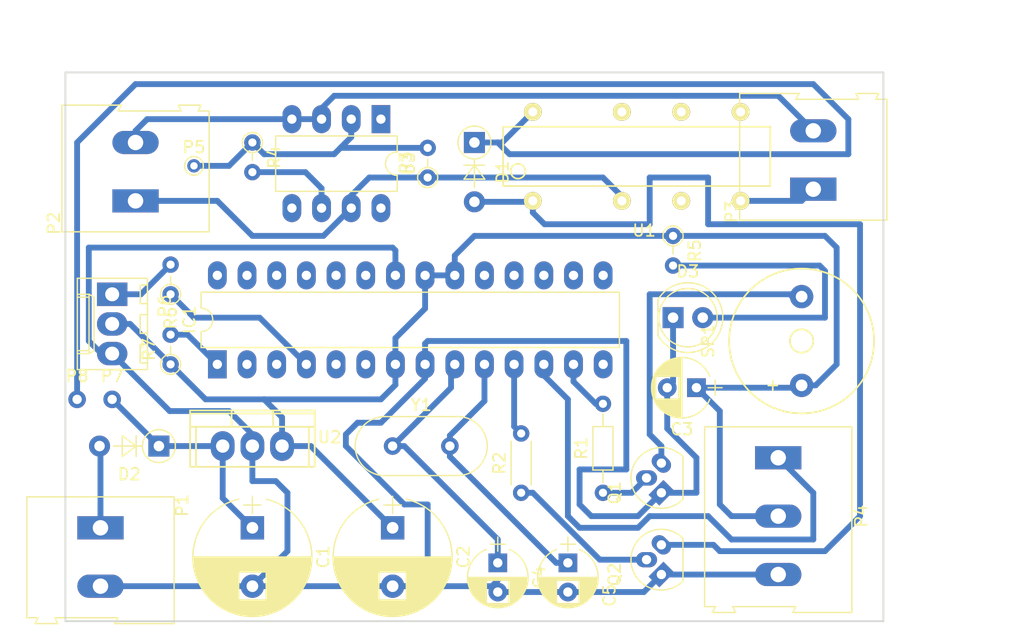
<source format=kicad_pcb>
(kicad_pcb (version 4) (host pcbnew 4.0.5)

  (general
    (links 56)
    (no_connects 0)
    (area 96.275 94.924999 192.075001 143.155)
    (thickness 1.6)
    (drawings 6)
    (tracks 194)
    (zones 0)
    (modules 31)
    (nets 46)
  )

  (page A4)
  (layers
    (0 F.Cu signal)
    (31 B.Cu signal)
    (32 B.Adhes user)
    (33 F.Adhes user)
    (34 B.Paste user)
    (35 F.Paste user)
    (36 B.SilkS user)
    (37 F.SilkS user)
    (38 B.Mask user)
    (39 F.Mask user)
    (40 Dwgs.User user)
    (41 Cmts.User user)
    (42 Eco1.User user)
    (43 Eco2.User user)
    (44 Edge.Cuts user)
    (45 Margin user)
    (46 B.CrtYd user)
    (47 F.CrtYd user)
    (48 B.Fab user)
    (49 F.Fab user)
  )

  (setup
    (last_trace_width 0.5)
    (trace_clearance 0.2)
    (zone_clearance 0.508)
    (zone_45_only no)
    (trace_min 0.2)
    (segment_width 0.2)
    (edge_width 0.15)
    (via_size 0.6)
    (via_drill 0.4)
    (via_min_size 0.4)
    (via_min_drill 0.3)
    (uvia_size 0.3)
    (uvia_drill 0.1)
    (uvias_allowed no)
    (uvia_min_size 0.2)
    (uvia_min_drill 0.1)
    (pcb_text_width 0.3)
    (pcb_text_size 1.5 1.5)
    (mod_edge_width 0.15)
    (mod_text_size 1 1)
    (mod_text_width 0.15)
    (pad_size 1.524 1.524)
    (pad_drill 0.762)
    (pad_to_mask_clearance 0.2)
    (aux_axis_origin 0 0)
    (visible_elements 7FFFFFFF)
    (pcbplotparams
      (layerselection 0x00030_80000001)
      (usegerberextensions false)
      (excludeedgelayer true)
      (linewidth 0.100000)
      (plotframeref false)
      (viasonmask false)
      (mode 1)
      (useauxorigin false)
      (hpglpennumber 1)
      (hpglpenspeed 20)
      (hpglpendiameter 15)
      (hpglpenoverlay 2)
      (psnegative false)
      (psa4output false)
      (plotreference true)
      (plotvalue true)
      (plotinvisibletext false)
      (padsonsilk false)
      (subtractmaskfromsilk false)
      (outputformat 1)
      (mirror false)
      (drillshape 1)
      (scaleselection 1)
      (outputdirectory ""))
  )

  (net 0 "")
  (net 1 12V)
  (net 2 GND)
  (net 3 5V)
  (net 4 "Net-(C4-Pad1)")
  (net 5 "Net-(C5-Pad1)")
  (net 6 "Net-(D1-Pad2)")
  (net 7 "Net-(D2-Pad2)")
  (net 8 "Net-(D3-Pad2)")
  (net 9 RST)
  (net 10 "Net-(IC1-Pad15)")
  (net 11 "Net-(IC1-Pad2)")
  (net 12 "Net-(IC1-Pad16)")
  (net 13 "Net-(IC1-Pad3)")
  (net 14 S_Rx)
  (net 15 "Net-(IC1-Pad5)")
  (net 16 "Net-(IC1-Pad6)")
  (net 17 "Net-(IC1-Pad24)")
  (net 18 C_IGNICION)
  (net 19 "Net-(IC1-Pad25)")
  (net 20 C_SERVO)
  (net 21 "Net-(IC1-Pad26)")
  (net 22 C_BUZZER)
  (net 23 "Net-(IC1-Pad27)")
  (net 24 "Net-(IC1-Pad14)")
  (net 25 "Net-(IC1-Pad28)")
  (net 26 VB2)
  (net 27 GND_2)
  (net 28 HV_C)
  (net 29 "Net-(Q2-Pad2)")
  (net 30 "Net-(U1-Pad3)")
  (net 31 "Net-(U1-Pad5)")
  (net 32 "Net-(U1-Pad6)")
  (net 33 "Net-(U1-Pad7)")
  (net 34 "Net-(U3-Pad1)")
  (net 35 "Net-(U3-Pad5)")
  (net 36 "Net-(IC1-Pad17)")
  (net 37 "Net-(IC1-Pad18)")
  (net 38 "Net-(IC1-Pad19)")
  (net 39 "Net-(P5-Pad1)")
  (net 40 "Net-(P6-Pad1)")
  (net 41 "Net-(Q1-Pad2)")
  (net 42 "Net-(Q1-Pad3)")
  (net 43 "Net-(R4-Pad2)")
  (net 44 "Net-(IC1-Pad23)")
  (net 45 12V_1)

  (net_class Default "This is the default net class."
    (clearance 0.2)
    (trace_width 0.5)
    (via_dia 0.6)
    (via_drill 0.4)
    (uvia_dia 0.3)
    (uvia_drill 0.1)
    (add_net 12V)
    (add_net 12V_1)
    (add_net 5V)
    (add_net C_BUZZER)
    (add_net C_IGNICION)
    (add_net C_SERVO)
    (add_net GND)
    (add_net GND_2)
    (add_net HV_C)
    (add_net "Net-(C4-Pad1)")
    (add_net "Net-(C5-Pad1)")
    (add_net "Net-(D1-Pad2)")
    (add_net "Net-(D2-Pad2)")
    (add_net "Net-(D3-Pad2)")
    (add_net "Net-(IC1-Pad14)")
    (add_net "Net-(IC1-Pad15)")
    (add_net "Net-(IC1-Pad16)")
    (add_net "Net-(IC1-Pad17)")
    (add_net "Net-(IC1-Pad18)")
    (add_net "Net-(IC1-Pad19)")
    (add_net "Net-(IC1-Pad2)")
    (add_net "Net-(IC1-Pad23)")
    (add_net "Net-(IC1-Pad24)")
    (add_net "Net-(IC1-Pad25)")
    (add_net "Net-(IC1-Pad26)")
    (add_net "Net-(IC1-Pad27)")
    (add_net "Net-(IC1-Pad28)")
    (add_net "Net-(IC1-Pad3)")
    (add_net "Net-(IC1-Pad5)")
    (add_net "Net-(IC1-Pad6)")
    (add_net "Net-(P5-Pad1)")
    (add_net "Net-(P6-Pad1)")
    (add_net "Net-(Q1-Pad2)")
    (add_net "Net-(Q1-Pad3)")
    (add_net "Net-(Q2-Pad2)")
    (add_net "Net-(R4-Pad2)")
    (add_net "Net-(U1-Pad3)")
    (add_net "Net-(U1-Pad5)")
    (add_net "Net-(U1-Pad6)")
    (add_net "Net-(U1-Pad7)")
    (add_net "Net-(U3-Pad1)")
    (add_net "Net-(U3-Pad5)")
    (add_net RST)
    (add_net S_Rx)
    (add_net VB2)
  )

  (module Housings_DIP:DIP-28_W7.62mm_LongPads (layer F.Cu) (tedit 586281B5) (tstamp 589D13E4)
    (at 115 120 90)
    (descr "28-lead dip package, row spacing 7.62 mm (300 mils), LongPads")
    (tags "DIL DIP PDIP 2.54mm 7.62mm 300mil LongPads")
    (path /58817468)
    (fp_text reference IC1 (at 3.81 -2.39 90) (layer F.SilkS)
      (effects (font (size 1 1) (thickness 0.15)))
    )
    (fp_text value ATMEGA8-P (at 3.81 35.41 90) (layer F.Fab)
      (effects (font (size 1 1) (thickness 0.15)))
    )
    (fp_arc (start 3.81 -1.39) (end 2.81 -1.39) (angle -180) (layer F.SilkS) (width 0.12))
    (fp_line (start 1.635 -1.27) (end 6.985 -1.27) (layer F.Fab) (width 0.1))
    (fp_line (start 6.985 -1.27) (end 6.985 34.29) (layer F.Fab) (width 0.1))
    (fp_line (start 6.985 34.29) (end 0.635 34.29) (layer F.Fab) (width 0.1))
    (fp_line (start 0.635 34.29) (end 0.635 -0.27) (layer F.Fab) (width 0.1))
    (fp_line (start 0.635 -0.27) (end 1.635 -1.27) (layer F.Fab) (width 0.1))
    (fp_line (start 2.81 -1.39) (end 1.44 -1.39) (layer F.SilkS) (width 0.12))
    (fp_line (start 1.44 -1.39) (end 1.44 34.41) (layer F.SilkS) (width 0.12))
    (fp_line (start 1.44 34.41) (end 6.18 34.41) (layer F.SilkS) (width 0.12))
    (fp_line (start 6.18 34.41) (end 6.18 -1.39) (layer F.SilkS) (width 0.12))
    (fp_line (start 6.18 -1.39) (end 4.81 -1.39) (layer F.SilkS) (width 0.12))
    (fp_line (start -1.5 -1.6) (end -1.5 34.6) (layer F.CrtYd) (width 0.05))
    (fp_line (start -1.5 34.6) (end 9.1 34.6) (layer F.CrtYd) (width 0.05))
    (fp_line (start 9.1 34.6) (end 9.1 -1.6) (layer F.CrtYd) (width 0.05))
    (fp_line (start 9.1 -1.6) (end -1.5 -1.6) (layer F.CrtYd) (width 0.05))
    (pad 1 thru_hole rect (at 0 0 90) (size 2.4 1.6) (drill 0.8) (layers *.Cu *.Mask)
      (net 9 RST))
    (pad 15 thru_hole oval (at 7.62 33.02 90) (size 2.4 1.6) (drill 0.8) (layers *.Cu *.Mask)
      (net 10 "Net-(IC1-Pad15)"))
    (pad 2 thru_hole oval (at 0 2.54 90) (size 2.4 1.6) (drill 0.8) (layers *.Cu *.Mask)
      (net 11 "Net-(IC1-Pad2)"))
    (pad 16 thru_hole oval (at 7.62 30.48 90) (size 2.4 1.6) (drill 0.8) (layers *.Cu *.Mask)
      (net 12 "Net-(IC1-Pad16)"))
    (pad 3 thru_hole oval (at 0 5.08 90) (size 2.4 1.6) (drill 0.8) (layers *.Cu *.Mask)
      (net 13 "Net-(IC1-Pad3)"))
    (pad 17 thru_hole oval (at 7.62 27.94 90) (size 2.4 1.6) (drill 0.8) (layers *.Cu *.Mask)
      (net 36 "Net-(IC1-Pad17)"))
    (pad 4 thru_hole oval (at 0 7.62 90) (size 2.4 1.6) (drill 0.8) (layers *.Cu *.Mask)
      (net 14 S_Rx))
    (pad 18 thru_hole oval (at 7.62 25.4 90) (size 2.4 1.6) (drill 0.8) (layers *.Cu *.Mask)
      (net 37 "Net-(IC1-Pad18)"))
    (pad 5 thru_hole oval (at 0 10.16 90) (size 2.4 1.6) (drill 0.8) (layers *.Cu *.Mask)
      (net 15 "Net-(IC1-Pad5)"))
    (pad 19 thru_hole oval (at 7.62 22.86 90) (size 2.4 1.6) (drill 0.8) (layers *.Cu *.Mask)
      (net 38 "Net-(IC1-Pad19)"))
    (pad 6 thru_hole oval (at 0 12.7 90) (size 2.4 1.6) (drill 0.8) (layers *.Cu *.Mask)
      (net 16 "Net-(IC1-Pad6)"))
    (pad 20 thru_hole oval (at 7.62 20.32 90) (size 2.4 1.6) (drill 0.8) (layers *.Cu *.Mask)
      (net 3 5V))
    (pad 7 thru_hole oval (at 0 15.24 90) (size 2.4 1.6) (drill 0.8) (layers *.Cu *.Mask)
      (net 3 5V))
    (pad 21 thru_hole oval (at 7.62 17.78 90) (size 2.4 1.6) (drill 0.8) (layers *.Cu *.Mask)
      (net 3 5V))
    (pad 8 thru_hole oval (at 0 17.78 90) (size 2.4 1.6) (drill 0.8) (layers *.Cu *.Mask)
      (net 2 GND))
    (pad 22 thru_hole oval (at 7.62 15.24 90) (size 2.4 1.6) (drill 0.8) (layers *.Cu *.Mask)
      (net 2 GND))
    (pad 9 thru_hole oval (at 0 20.32 90) (size 2.4 1.6) (drill 0.8) (layers *.Cu *.Mask)
      (net 4 "Net-(C4-Pad1)"))
    (pad 23 thru_hole oval (at 7.62 12.7 90) (size 2.4 1.6) (drill 0.8) (layers *.Cu *.Mask)
      (net 44 "Net-(IC1-Pad23)"))
    (pad 10 thru_hole oval (at 0 22.86 90) (size 2.4 1.6) (drill 0.8) (layers *.Cu *.Mask)
      (net 5 "Net-(C5-Pad1)"))
    (pad 24 thru_hole oval (at 7.62 10.16 90) (size 2.4 1.6) (drill 0.8) (layers *.Cu *.Mask)
      (net 17 "Net-(IC1-Pad24)"))
    (pad 11 thru_hole oval (at 0 25.4 90) (size 2.4 1.6) (drill 0.8) (layers *.Cu *.Mask)
      (net 18 C_IGNICION))
    (pad 25 thru_hole oval (at 7.62 7.62 90) (size 2.4 1.6) (drill 0.8) (layers *.Cu *.Mask)
      (net 19 "Net-(IC1-Pad25)"))
    (pad 12 thru_hole oval (at 0 27.94 90) (size 2.4 1.6) (drill 0.8) (layers *.Cu *.Mask)
      (net 20 C_SERVO))
    (pad 26 thru_hole oval (at 7.62 5.08 90) (size 2.4 1.6) (drill 0.8) (layers *.Cu *.Mask)
      (net 21 "Net-(IC1-Pad26)"))
    (pad 13 thru_hole oval (at 0 30.48 90) (size 2.4 1.6) (drill 0.8) (layers *.Cu *.Mask)
      (net 22 C_BUZZER))
    (pad 27 thru_hole oval (at 7.62 2.54 90) (size 2.4 1.6) (drill 0.8) (layers *.Cu *.Mask)
      (net 23 "Net-(IC1-Pad27)"))
    (pad 14 thru_hole oval (at 0 33.02 90) (size 2.4 1.6) (drill 0.8) (layers *.Cu *.Mask)
      (net 24 "Net-(IC1-Pad14)"))
    (pad 28 thru_hole oval (at 7.62 0 90) (size 2.4 1.6) (drill 0.8) (layers *.Cu *.Mask)
      (net 25 "Net-(IC1-Pad28)"))
    (model Housings_DIP.3dshapes/DIP-28_W7.62mm_LongPads.wrl
      (at (xyz 0 0 0))
      (scale (xyz 1 1 1))
      (rotate (xyz 0 0 0))
    )
  )

  (module Buzzers_Beepers:Buzzer_12x9.5RM7.6 (layer F.Cu) (tedit 544E361A) (tstamp 589D177A)
    (at 165 118 90)
    (descr "Generic Buzzer, D12mm height 9.5mm with RM7.6mm")
    (tags buzzer)
    (path /5886E673)
    (fp_text reference SP1 (at 0 -8.001 90) (layer F.SilkS)
      (effects (font (size 1 1) (thickness 0.15)))
    )
    (fp_text value SPEAKER (at -1.00076 8.001 90) (layer F.Fab)
      (effects (font (size 1 1) (thickness 0.15)))
    )
    (fp_circle (center 0 0) (end 1.00076 0) (layer F.SilkS) (width 0.15))
    (fp_text user + (at -3.81 -2.54 90) (layer F.SilkS)
      (effects (font (size 1 1) (thickness 0.15)))
    )
    (fp_circle (center 0 0) (end 6.20014 0) (layer F.SilkS) (width 0.15))
    (pad 1 thru_hole circle (at -3.79984 0 90) (size 2 2) (drill 1.00076) (layers *.Cu *.Mask)
      (net 3 5V))
    (pad 2 thru_hole circle (at 3.79984 0 90) (size 2 2) (drill 1.00076) (layers *.Cu *.Mask)
      (net 42 "Net-(Q1-Pad3)"))
    (model Buzzers_Beepers.3dshapes/Buzzer_12x9.5RM7.6.wrl
      (at (xyz 0 0 0))
      (scale (xyz 4 4 4))
      (rotate (xyz 0 0 0))
    )
  )

  (module Capacitors_ThroughHole:CP_Radial_D10.0mm_P5.00mm (layer F.Cu) (tedit 58765D06) (tstamp 589D1112)
    (at 118 134 270)
    (descr "CP, Radial series, Radial, pin pitch=5.00mm, , diameter=10mm, Electrolytic Capacitor")
    (tags "CP Radial series Radial pin pitch 5.00mm  diameter 10mm Electrolytic Capacitor")
    (path /5881700E)
    (fp_text reference C1 (at 2.5 -6.06 270) (layer F.SilkS)
      (effects (font (size 1 1) (thickness 0.15)))
    )
    (fp_text value 1000u/16V (at 2.5 6.06 270) (layer F.Fab)
      (effects (font (size 1 1) (thickness 0.15)))
    )
    (fp_arc (start 2.5 0) (end -2.451333 -1.18) (angle 153.2) (layer F.SilkS) (width 0.12))
    (fp_arc (start 2.5 0) (end -2.451333 1.18) (angle -153.2) (layer F.SilkS) (width 0.12))
    (fp_arc (start 2.5 0) (end 7.451333 -1.18) (angle 26.8) (layer F.SilkS) (width 0.12))
    (fp_circle (center 2.5 0) (end 7.5 0) (layer F.Fab) (width 0.1))
    (fp_line (start -2.7 0) (end -1.2 0) (layer F.Fab) (width 0.1))
    (fp_line (start -1.95 -0.75) (end -1.95 0.75) (layer F.Fab) (width 0.1))
    (fp_line (start 2.5 -5.05) (end 2.5 5.05) (layer F.SilkS) (width 0.12))
    (fp_line (start 2.54 -5.05) (end 2.54 5.05) (layer F.SilkS) (width 0.12))
    (fp_line (start 2.58 -5.05) (end 2.58 5.05) (layer F.SilkS) (width 0.12))
    (fp_line (start 2.62 -5.049) (end 2.62 5.049) (layer F.SilkS) (width 0.12))
    (fp_line (start 2.66 -5.048) (end 2.66 5.048) (layer F.SilkS) (width 0.12))
    (fp_line (start 2.7 -5.047) (end 2.7 5.047) (layer F.SilkS) (width 0.12))
    (fp_line (start 2.74 -5.045) (end 2.74 5.045) (layer F.SilkS) (width 0.12))
    (fp_line (start 2.78 -5.043) (end 2.78 5.043) (layer F.SilkS) (width 0.12))
    (fp_line (start 2.82 -5.04) (end 2.82 5.04) (layer F.SilkS) (width 0.12))
    (fp_line (start 2.86 -5.038) (end 2.86 5.038) (layer F.SilkS) (width 0.12))
    (fp_line (start 2.9 -5.035) (end 2.9 5.035) (layer F.SilkS) (width 0.12))
    (fp_line (start 2.94 -5.031) (end 2.94 5.031) (layer F.SilkS) (width 0.12))
    (fp_line (start 2.98 -5.028) (end 2.98 5.028) (layer F.SilkS) (width 0.12))
    (fp_line (start 3.02 -5.024) (end 3.02 5.024) (layer F.SilkS) (width 0.12))
    (fp_line (start 3.06 -5.02) (end 3.06 5.02) (layer F.SilkS) (width 0.12))
    (fp_line (start 3.1 -5.015) (end 3.1 5.015) (layer F.SilkS) (width 0.12))
    (fp_line (start 3.14 -5.01) (end 3.14 5.01) (layer F.SilkS) (width 0.12))
    (fp_line (start 3.18 -5.005) (end 3.18 5.005) (layer F.SilkS) (width 0.12))
    (fp_line (start 3.221 -4.999) (end 3.221 4.999) (layer F.SilkS) (width 0.12))
    (fp_line (start 3.261 -4.993) (end 3.261 4.993) (layer F.SilkS) (width 0.12))
    (fp_line (start 3.301 -4.987) (end 3.301 4.987) (layer F.SilkS) (width 0.12))
    (fp_line (start 3.341 -4.981) (end 3.341 4.981) (layer F.SilkS) (width 0.12))
    (fp_line (start 3.381 -4.974) (end 3.381 4.974) (layer F.SilkS) (width 0.12))
    (fp_line (start 3.421 -4.967) (end 3.421 4.967) (layer F.SilkS) (width 0.12))
    (fp_line (start 3.461 -4.959) (end 3.461 4.959) (layer F.SilkS) (width 0.12))
    (fp_line (start 3.501 -4.951) (end 3.501 4.951) (layer F.SilkS) (width 0.12))
    (fp_line (start 3.541 -4.943) (end 3.541 4.943) (layer F.SilkS) (width 0.12))
    (fp_line (start 3.581 -4.935) (end 3.581 4.935) (layer F.SilkS) (width 0.12))
    (fp_line (start 3.621 -4.926) (end 3.621 4.926) (layer F.SilkS) (width 0.12))
    (fp_line (start 3.661 -4.917) (end 3.661 4.917) (layer F.SilkS) (width 0.12))
    (fp_line (start 3.701 -4.907) (end 3.701 4.907) (layer F.SilkS) (width 0.12))
    (fp_line (start 3.741 -4.897) (end 3.741 4.897) (layer F.SilkS) (width 0.12))
    (fp_line (start 3.781 -4.887) (end 3.781 4.887) (layer F.SilkS) (width 0.12))
    (fp_line (start 3.821 -4.876) (end 3.821 -1.181) (layer F.SilkS) (width 0.12))
    (fp_line (start 3.821 1.181) (end 3.821 4.876) (layer F.SilkS) (width 0.12))
    (fp_line (start 3.861 -4.865) (end 3.861 -1.181) (layer F.SilkS) (width 0.12))
    (fp_line (start 3.861 1.181) (end 3.861 4.865) (layer F.SilkS) (width 0.12))
    (fp_line (start 3.901 -4.854) (end 3.901 -1.181) (layer F.SilkS) (width 0.12))
    (fp_line (start 3.901 1.181) (end 3.901 4.854) (layer F.SilkS) (width 0.12))
    (fp_line (start 3.941 -4.843) (end 3.941 -1.181) (layer F.SilkS) (width 0.12))
    (fp_line (start 3.941 1.181) (end 3.941 4.843) (layer F.SilkS) (width 0.12))
    (fp_line (start 3.981 -4.831) (end 3.981 -1.181) (layer F.SilkS) (width 0.12))
    (fp_line (start 3.981 1.181) (end 3.981 4.831) (layer F.SilkS) (width 0.12))
    (fp_line (start 4.021 -4.818) (end 4.021 -1.181) (layer F.SilkS) (width 0.12))
    (fp_line (start 4.021 1.181) (end 4.021 4.818) (layer F.SilkS) (width 0.12))
    (fp_line (start 4.061 -4.806) (end 4.061 -1.181) (layer F.SilkS) (width 0.12))
    (fp_line (start 4.061 1.181) (end 4.061 4.806) (layer F.SilkS) (width 0.12))
    (fp_line (start 4.101 -4.792) (end 4.101 -1.181) (layer F.SilkS) (width 0.12))
    (fp_line (start 4.101 1.181) (end 4.101 4.792) (layer F.SilkS) (width 0.12))
    (fp_line (start 4.141 -4.779) (end 4.141 -1.181) (layer F.SilkS) (width 0.12))
    (fp_line (start 4.141 1.181) (end 4.141 4.779) (layer F.SilkS) (width 0.12))
    (fp_line (start 4.181 -4.765) (end 4.181 -1.181) (layer F.SilkS) (width 0.12))
    (fp_line (start 4.181 1.181) (end 4.181 4.765) (layer F.SilkS) (width 0.12))
    (fp_line (start 4.221 -4.751) (end 4.221 -1.181) (layer F.SilkS) (width 0.12))
    (fp_line (start 4.221 1.181) (end 4.221 4.751) (layer F.SilkS) (width 0.12))
    (fp_line (start 4.261 -4.737) (end 4.261 -1.181) (layer F.SilkS) (width 0.12))
    (fp_line (start 4.261 1.181) (end 4.261 4.737) (layer F.SilkS) (width 0.12))
    (fp_line (start 4.301 -4.722) (end 4.301 -1.181) (layer F.SilkS) (width 0.12))
    (fp_line (start 4.301 1.181) (end 4.301 4.722) (layer F.SilkS) (width 0.12))
    (fp_line (start 4.341 -4.706) (end 4.341 -1.181) (layer F.SilkS) (width 0.12))
    (fp_line (start 4.341 1.181) (end 4.341 4.706) (layer F.SilkS) (width 0.12))
    (fp_line (start 4.381 -4.691) (end 4.381 -1.181) (layer F.SilkS) (width 0.12))
    (fp_line (start 4.381 1.181) (end 4.381 4.691) (layer F.SilkS) (width 0.12))
    (fp_line (start 4.421 -4.674) (end 4.421 -1.181) (layer F.SilkS) (width 0.12))
    (fp_line (start 4.421 1.181) (end 4.421 4.674) (layer F.SilkS) (width 0.12))
    (fp_line (start 4.461 -4.658) (end 4.461 -1.181) (layer F.SilkS) (width 0.12))
    (fp_line (start 4.461 1.181) (end 4.461 4.658) (layer F.SilkS) (width 0.12))
    (fp_line (start 4.501 -4.641) (end 4.501 -1.181) (layer F.SilkS) (width 0.12))
    (fp_line (start 4.501 1.181) (end 4.501 4.641) (layer F.SilkS) (width 0.12))
    (fp_line (start 4.541 -4.624) (end 4.541 -1.181) (layer F.SilkS) (width 0.12))
    (fp_line (start 4.541 1.181) (end 4.541 4.624) (layer F.SilkS) (width 0.12))
    (fp_line (start 4.581 -4.606) (end 4.581 -1.181) (layer F.SilkS) (width 0.12))
    (fp_line (start 4.581 1.181) (end 4.581 4.606) (layer F.SilkS) (width 0.12))
    (fp_line (start 4.621 -4.588) (end 4.621 -1.181) (layer F.SilkS) (width 0.12))
    (fp_line (start 4.621 1.181) (end 4.621 4.588) (layer F.SilkS) (width 0.12))
    (fp_line (start 4.661 -4.569) (end 4.661 -1.181) (layer F.SilkS) (width 0.12))
    (fp_line (start 4.661 1.181) (end 4.661 4.569) (layer F.SilkS) (width 0.12))
    (fp_line (start 4.701 -4.55) (end 4.701 -1.181) (layer F.SilkS) (width 0.12))
    (fp_line (start 4.701 1.181) (end 4.701 4.55) (layer F.SilkS) (width 0.12))
    (fp_line (start 4.741 -4.531) (end 4.741 -1.181) (layer F.SilkS) (width 0.12))
    (fp_line (start 4.741 1.181) (end 4.741 4.531) (layer F.SilkS) (width 0.12))
    (fp_line (start 4.781 -4.511) (end 4.781 -1.181) (layer F.SilkS) (width 0.12))
    (fp_line (start 4.781 1.181) (end 4.781 4.511) (layer F.SilkS) (width 0.12))
    (fp_line (start 4.821 -4.491) (end 4.821 -1.181) (layer F.SilkS) (width 0.12))
    (fp_line (start 4.821 1.181) (end 4.821 4.491) (layer F.SilkS) (width 0.12))
    (fp_line (start 4.861 -4.47) (end 4.861 -1.181) (layer F.SilkS) (width 0.12))
    (fp_line (start 4.861 1.181) (end 4.861 4.47) (layer F.SilkS) (width 0.12))
    (fp_line (start 4.901 -4.449) (end 4.901 -1.181) (layer F.SilkS) (width 0.12))
    (fp_line (start 4.901 1.181) (end 4.901 4.449) (layer F.SilkS) (width 0.12))
    (fp_line (start 4.941 -4.428) (end 4.941 -1.181) (layer F.SilkS) (width 0.12))
    (fp_line (start 4.941 1.181) (end 4.941 4.428) (layer F.SilkS) (width 0.12))
    (fp_line (start 4.981 -4.405) (end 4.981 -1.181) (layer F.SilkS) (width 0.12))
    (fp_line (start 4.981 1.181) (end 4.981 4.405) (layer F.SilkS) (width 0.12))
    (fp_line (start 5.021 -4.383) (end 5.021 -1.181) (layer F.SilkS) (width 0.12))
    (fp_line (start 5.021 1.181) (end 5.021 4.383) (layer F.SilkS) (width 0.12))
    (fp_line (start 5.061 -4.36) (end 5.061 -1.181) (layer F.SilkS) (width 0.12))
    (fp_line (start 5.061 1.181) (end 5.061 4.36) (layer F.SilkS) (width 0.12))
    (fp_line (start 5.101 -4.336) (end 5.101 -1.181) (layer F.SilkS) (width 0.12))
    (fp_line (start 5.101 1.181) (end 5.101 4.336) (layer F.SilkS) (width 0.12))
    (fp_line (start 5.141 -4.312) (end 5.141 -1.181) (layer F.SilkS) (width 0.12))
    (fp_line (start 5.141 1.181) (end 5.141 4.312) (layer F.SilkS) (width 0.12))
    (fp_line (start 5.181 -4.288) (end 5.181 -1.181) (layer F.SilkS) (width 0.12))
    (fp_line (start 5.181 1.181) (end 5.181 4.288) (layer F.SilkS) (width 0.12))
    (fp_line (start 5.221 -4.263) (end 5.221 -1.181) (layer F.SilkS) (width 0.12))
    (fp_line (start 5.221 1.181) (end 5.221 4.263) (layer F.SilkS) (width 0.12))
    (fp_line (start 5.261 -4.237) (end 5.261 -1.181) (layer F.SilkS) (width 0.12))
    (fp_line (start 5.261 1.181) (end 5.261 4.237) (layer F.SilkS) (width 0.12))
    (fp_line (start 5.301 -4.211) (end 5.301 -1.181) (layer F.SilkS) (width 0.12))
    (fp_line (start 5.301 1.181) (end 5.301 4.211) (layer F.SilkS) (width 0.12))
    (fp_line (start 5.341 -4.185) (end 5.341 -1.181) (layer F.SilkS) (width 0.12))
    (fp_line (start 5.341 1.181) (end 5.341 4.185) (layer F.SilkS) (width 0.12))
    (fp_line (start 5.381 -4.157) (end 5.381 -1.181) (layer F.SilkS) (width 0.12))
    (fp_line (start 5.381 1.181) (end 5.381 4.157) (layer F.SilkS) (width 0.12))
    (fp_line (start 5.421 -4.13) (end 5.421 -1.181) (layer F.SilkS) (width 0.12))
    (fp_line (start 5.421 1.181) (end 5.421 4.13) (layer F.SilkS) (width 0.12))
    (fp_line (start 5.461 -4.101) (end 5.461 -1.181) (layer F.SilkS) (width 0.12))
    (fp_line (start 5.461 1.181) (end 5.461 4.101) (layer F.SilkS) (width 0.12))
    (fp_line (start 5.501 -4.072) (end 5.501 -1.181) (layer F.SilkS) (width 0.12))
    (fp_line (start 5.501 1.181) (end 5.501 4.072) (layer F.SilkS) (width 0.12))
    (fp_line (start 5.541 -4.043) (end 5.541 -1.181) (layer F.SilkS) (width 0.12))
    (fp_line (start 5.541 1.181) (end 5.541 4.043) (layer F.SilkS) (width 0.12))
    (fp_line (start 5.581 -4.013) (end 5.581 -1.181) (layer F.SilkS) (width 0.12))
    (fp_line (start 5.581 1.181) (end 5.581 4.013) (layer F.SilkS) (width 0.12))
    (fp_line (start 5.621 -3.982) (end 5.621 -1.181) (layer F.SilkS) (width 0.12))
    (fp_line (start 5.621 1.181) (end 5.621 3.982) (layer F.SilkS) (width 0.12))
    (fp_line (start 5.661 -3.951) (end 5.661 -1.181) (layer F.SilkS) (width 0.12))
    (fp_line (start 5.661 1.181) (end 5.661 3.951) (layer F.SilkS) (width 0.12))
    (fp_line (start 5.701 -3.919) (end 5.701 -1.181) (layer F.SilkS) (width 0.12))
    (fp_line (start 5.701 1.181) (end 5.701 3.919) (layer F.SilkS) (width 0.12))
    (fp_line (start 5.741 -3.886) (end 5.741 -1.181) (layer F.SilkS) (width 0.12))
    (fp_line (start 5.741 1.181) (end 5.741 3.886) (layer F.SilkS) (width 0.12))
    (fp_line (start 5.781 -3.853) (end 5.781 -1.181) (layer F.SilkS) (width 0.12))
    (fp_line (start 5.781 1.181) (end 5.781 3.853) (layer F.SilkS) (width 0.12))
    (fp_line (start 5.821 -3.819) (end 5.821 -1.181) (layer F.SilkS) (width 0.12))
    (fp_line (start 5.821 1.181) (end 5.821 3.819) (layer F.SilkS) (width 0.12))
    (fp_line (start 5.861 -3.784) (end 5.861 -1.181) (layer F.SilkS) (width 0.12))
    (fp_line (start 5.861 1.181) (end 5.861 3.784) (layer F.SilkS) (width 0.12))
    (fp_line (start 5.901 -3.748) (end 5.901 -1.181) (layer F.SilkS) (width 0.12))
    (fp_line (start 5.901 1.181) (end 5.901 3.748) (layer F.SilkS) (width 0.12))
    (fp_line (start 5.941 -3.712) (end 5.941 -1.181) (layer F.SilkS) (width 0.12))
    (fp_line (start 5.941 1.181) (end 5.941 3.712) (layer F.SilkS) (width 0.12))
    (fp_line (start 5.981 -3.675) (end 5.981 -1.181) (layer F.SilkS) (width 0.12))
    (fp_line (start 5.981 1.181) (end 5.981 3.675) (layer F.SilkS) (width 0.12))
    (fp_line (start 6.021 -3.637) (end 6.021 -1.181) (layer F.SilkS) (width 0.12))
    (fp_line (start 6.021 1.181) (end 6.021 3.637) (layer F.SilkS) (width 0.12))
    (fp_line (start 6.061 -3.598) (end 6.061 -1.181) (layer F.SilkS) (width 0.12))
    (fp_line (start 6.061 1.181) (end 6.061 3.598) (layer F.SilkS) (width 0.12))
    (fp_line (start 6.101 -3.559) (end 6.101 -1.181) (layer F.SilkS) (width 0.12))
    (fp_line (start 6.101 1.181) (end 6.101 3.559) (layer F.SilkS) (width 0.12))
    (fp_line (start 6.141 -3.518) (end 6.141 -1.181) (layer F.SilkS) (width 0.12))
    (fp_line (start 6.141 1.181) (end 6.141 3.518) (layer F.SilkS) (width 0.12))
    (fp_line (start 6.181 -3.477) (end 6.181 3.477) (layer F.SilkS) (width 0.12))
    (fp_line (start 6.221 -3.435) (end 6.221 3.435) (layer F.SilkS) (width 0.12))
    (fp_line (start 6.261 -3.391) (end 6.261 3.391) (layer F.SilkS) (width 0.12))
    (fp_line (start 6.301 -3.347) (end 6.301 3.347) (layer F.SilkS) (width 0.12))
    (fp_line (start 6.341 -3.302) (end 6.341 3.302) (layer F.SilkS) (width 0.12))
    (fp_line (start 6.381 -3.255) (end 6.381 3.255) (layer F.SilkS) (width 0.12))
    (fp_line (start 6.421 -3.207) (end 6.421 3.207) (layer F.SilkS) (width 0.12))
    (fp_line (start 6.461 -3.158) (end 6.461 3.158) (layer F.SilkS) (width 0.12))
    (fp_line (start 6.501 -3.108) (end 6.501 3.108) (layer F.SilkS) (width 0.12))
    (fp_line (start 6.541 -3.057) (end 6.541 3.057) (layer F.SilkS) (width 0.12))
    (fp_line (start 6.581 -3.004) (end 6.581 3.004) (layer F.SilkS) (width 0.12))
    (fp_line (start 6.621 -2.949) (end 6.621 2.949) (layer F.SilkS) (width 0.12))
    (fp_line (start 6.661 -2.894) (end 6.661 2.894) (layer F.SilkS) (width 0.12))
    (fp_line (start 6.701 -2.836) (end 6.701 2.836) (layer F.SilkS) (width 0.12))
    (fp_line (start 6.741 -2.777) (end 6.741 2.777) (layer F.SilkS) (width 0.12))
    (fp_line (start 6.781 -2.715) (end 6.781 2.715) (layer F.SilkS) (width 0.12))
    (fp_line (start 6.821 -2.652) (end 6.821 2.652) (layer F.SilkS) (width 0.12))
    (fp_line (start 6.861 -2.587) (end 6.861 2.587) (layer F.SilkS) (width 0.12))
    (fp_line (start 6.901 -2.519) (end 6.901 2.519) (layer F.SilkS) (width 0.12))
    (fp_line (start 6.941 -2.449) (end 6.941 2.449) (layer F.SilkS) (width 0.12))
    (fp_line (start 6.981 -2.377) (end 6.981 2.377) (layer F.SilkS) (width 0.12))
    (fp_line (start 7.021 -2.301) (end 7.021 2.301) (layer F.SilkS) (width 0.12))
    (fp_line (start 7.061 -2.222) (end 7.061 2.222) (layer F.SilkS) (width 0.12))
    (fp_line (start 7.101 -2.14) (end 7.101 2.14) (layer F.SilkS) (width 0.12))
    (fp_line (start 7.141 -2.053) (end 7.141 2.053) (layer F.SilkS) (width 0.12))
    (fp_line (start 7.181 -1.962) (end 7.181 1.962) (layer F.SilkS) (width 0.12))
    (fp_line (start 7.221 -1.866) (end 7.221 1.866) (layer F.SilkS) (width 0.12))
    (fp_line (start 7.261 -1.763) (end 7.261 1.763) (layer F.SilkS) (width 0.12))
    (fp_line (start 7.301 -1.654) (end 7.301 1.654) (layer F.SilkS) (width 0.12))
    (fp_line (start 7.341 -1.536) (end 7.341 1.536) (layer F.SilkS) (width 0.12))
    (fp_line (start 7.381 -1.407) (end 7.381 1.407) (layer F.SilkS) (width 0.12))
    (fp_line (start 7.421 -1.265) (end 7.421 1.265) (layer F.SilkS) (width 0.12))
    (fp_line (start 7.461 -1.104) (end 7.461 1.104) (layer F.SilkS) (width 0.12))
    (fp_line (start 7.501 -0.913) (end 7.501 0.913) (layer F.SilkS) (width 0.12))
    (fp_line (start 7.541 -0.672) (end 7.541 0.672) (layer F.SilkS) (width 0.12))
    (fp_line (start 7.581 -0.279) (end 7.581 0.279) (layer F.SilkS) (width 0.12))
    (fp_line (start -2.7 0) (end -1.2 0) (layer F.SilkS) (width 0.12))
    (fp_line (start -1.95 -0.75) (end -1.95 0.75) (layer F.SilkS) (width 0.12))
    (fp_line (start -2.85 -5.35) (end -2.85 5.35) (layer F.CrtYd) (width 0.05))
    (fp_line (start -2.85 5.35) (end 7.85 5.35) (layer F.CrtYd) (width 0.05))
    (fp_line (start 7.85 5.35) (end 7.85 -5.35) (layer F.CrtYd) (width 0.05))
    (fp_line (start 7.85 -5.35) (end -2.85 -5.35) (layer F.CrtYd) (width 0.05))
    (pad 1 thru_hole rect (at 0 0 270) (size 2 2) (drill 1) (layers *.Cu *.Mask)
      (net 1 12V))
    (pad 2 thru_hole circle (at 5 0 270) (size 2 2) (drill 1) (layers *.Cu *.Mask)
      (net 2 GND))
    (model Capacitors_ThroughHole.3dshapes/CP_Radial_D10.0mm_P5.00mm.wrl
      (at (xyz 0 0 0))
      (scale (xyz 0.393701 0.393701 0.393701))
      (rotate (xyz 0 0 0))
    )
  )

  (module Capacitors_ThroughHole:CP_Radial_D10.0mm_P5.00mm (layer F.Cu) (tedit 58765D06) (tstamp 589D11DF)
    (at 130 134 270)
    (descr "CP, Radial series, Radial, pin pitch=5.00mm, , diameter=10mm, Electrolytic Capacitor")
    (tags "CP Radial series Radial pin pitch 5.00mm  diameter 10mm Electrolytic Capacitor")
    (path /588171AA)
    (fp_text reference C2 (at 2.5 -6.06 270) (layer F.SilkS)
      (effects (font (size 1 1) (thickness 0.15)))
    )
    (fp_text value 1000u/16V (at 2.5 6.06 270) (layer F.Fab)
      (effects (font (size 1 1) (thickness 0.15)))
    )
    (fp_arc (start 2.5 0) (end -2.451333 -1.18) (angle 153.2) (layer F.SilkS) (width 0.12))
    (fp_arc (start 2.5 0) (end -2.451333 1.18) (angle -153.2) (layer F.SilkS) (width 0.12))
    (fp_arc (start 2.5 0) (end 7.451333 -1.18) (angle 26.8) (layer F.SilkS) (width 0.12))
    (fp_circle (center 2.5 0) (end 7.5 0) (layer F.Fab) (width 0.1))
    (fp_line (start -2.7 0) (end -1.2 0) (layer F.Fab) (width 0.1))
    (fp_line (start -1.95 -0.75) (end -1.95 0.75) (layer F.Fab) (width 0.1))
    (fp_line (start 2.5 -5.05) (end 2.5 5.05) (layer F.SilkS) (width 0.12))
    (fp_line (start 2.54 -5.05) (end 2.54 5.05) (layer F.SilkS) (width 0.12))
    (fp_line (start 2.58 -5.05) (end 2.58 5.05) (layer F.SilkS) (width 0.12))
    (fp_line (start 2.62 -5.049) (end 2.62 5.049) (layer F.SilkS) (width 0.12))
    (fp_line (start 2.66 -5.048) (end 2.66 5.048) (layer F.SilkS) (width 0.12))
    (fp_line (start 2.7 -5.047) (end 2.7 5.047) (layer F.SilkS) (width 0.12))
    (fp_line (start 2.74 -5.045) (end 2.74 5.045) (layer F.SilkS) (width 0.12))
    (fp_line (start 2.78 -5.043) (end 2.78 5.043) (layer F.SilkS) (width 0.12))
    (fp_line (start 2.82 -5.04) (end 2.82 5.04) (layer F.SilkS) (width 0.12))
    (fp_line (start 2.86 -5.038) (end 2.86 5.038) (layer F.SilkS) (width 0.12))
    (fp_line (start 2.9 -5.035) (end 2.9 5.035) (layer F.SilkS) (width 0.12))
    (fp_line (start 2.94 -5.031) (end 2.94 5.031) (layer F.SilkS) (width 0.12))
    (fp_line (start 2.98 -5.028) (end 2.98 5.028) (layer F.SilkS) (width 0.12))
    (fp_line (start 3.02 -5.024) (end 3.02 5.024) (layer F.SilkS) (width 0.12))
    (fp_line (start 3.06 -5.02) (end 3.06 5.02) (layer F.SilkS) (width 0.12))
    (fp_line (start 3.1 -5.015) (end 3.1 5.015) (layer F.SilkS) (width 0.12))
    (fp_line (start 3.14 -5.01) (end 3.14 5.01) (layer F.SilkS) (width 0.12))
    (fp_line (start 3.18 -5.005) (end 3.18 5.005) (layer F.SilkS) (width 0.12))
    (fp_line (start 3.221 -4.999) (end 3.221 4.999) (layer F.SilkS) (width 0.12))
    (fp_line (start 3.261 -4.993) (end 3.261 4.993) (layer F.SilkS) (width 0.12))
    (fp_line (start 3.301 -4.987) (end 3.301 4.987) (layer F.SilkS) (width 0.12))
    (fp_line (start 3.341 -4.981) (end 3.341 4.981) (layer F.SilkS) (width 0.12))
    (fp_line (start 3.381 -4.974) (end 3.381 4.974) (layer F.SilkS) (width 0.12))
    (fp_line (start 3.421 -4.967) (end 3.421 4.967) (layer F.SilkS) (width 0.12))
    (fp_line (start 3.461 -4.959) (end 3.461 4.959) (layer F.SilkS) (width 0.12))
    (fp_line (start 3.501 -4.951) (end 3.501 4.951) (layer F.SilkS) (width 0.12))
    (fp_line (start 3.541 -4.943) (end 3.541 4.943) (layer F.SilkS) (width 0.12))
    (fp_line (start 3.581 -4.935) (end 3.581 4.935) (layer F.SilkS) (width 0.12))
    (fp_line (start 3.621 -4.926) (end 3.621 4.926) (layer F.SilkS) (width 0.12))
    (fp_line (start 3.661 -4.917) (end 3.661 4.917) (layer F.SilkS) (width 0.12))
    (fp_line (start 3.701 -4.907) (end 3.701 4.907) (layer F.SilkS) (width 0.12))
    (fp_line (start 3.741 -4.897) (end 3.741 4.897) (layer F.SilkS) (width 0.12))
    (fp_line (start 3.781 -4.887) (end 3.781 4.887) (layer F.SilkS) (width 0.12))
    (fp_line (start 3.821 -4.876) (end 3.821 -1.181) (layer F.SilkS) (width 0.12))
    (fp_line (start 3.821 1.181) (end 3.821 4.876) (layer F.SilkS) (width 0.12))
    (fp_line (start 3.861 -4.865) (end 3.861 -1.181) (layer F.SilkS) (width 0.12))
    (fp_line (start 3.861 1.181) (end 3.861 4.865) (layer F.SilkS) (width 0.12))
    (fp_line (start 3.901 -4.854) (end 3.901 -1.181) (layer F.SilkS) (width 0.12))
    (fp_line (start 3.901 1.181) (end 3.901 4.854) (layer F.SilkS) (width 0.12))
    (fp_line (start 3.941 -4.843) (end 3.941 -1.181) (layer F.SilkS) (width 0.12))
    (fp_line (start 3.941 1.181) (end 3.941 4.843) (layer F.SilkS) (width 0.12))
    (fp_line (start 3.981 -4.831) (end 3.981 -1.181) (layer F.SilkS) (width 0.12))
    (fp_line (start 3.981 1.181) (end 3.981 4.831) (layer F.SilkS) (width 0.12))
    (fp_line (start 4.021 -4.818) (end 4.021 -1.181) (layer F.SilkS) (width 0.12))
    (fp_line (start 4.021 1.181) (end 4.021 4.818) (layer F.SilkS) (width 0.12))
    (fp_line (start 4.061 -4.806) (end 4.061 -1.181) (layer F.SilkS) (width 0.12))
    (fp_line (start 4.061 1.181) (end 4.061 4.806) (layer F.SilkS) (width 0.12))
    (fp_line (start 4.101 -4.792) (end 4.101 -1.181) (layer F.SilkS) (width 0.12))
    (fp_line (start 4.101 1.181) (end 4.101 4.792) (layer F.SilkS) (width 0.12))
    (fp_line (start 4.141 -4.779) (end 4.141 -1.181) (layer F.SilkS) (width 0.12))
    (fp_line (start 4.141 1.181) (end 4.141 4.779) (layer F.SilkS) (width 0.12))
    (fp_line (start 4.181 -4.765) (end 4.181 -1.181) (layer F.SilkS) (width 0.12))
    (fp_line (start 4.181 1.181) (end 4.181 4.765) (layer F.SilkS) (width 0.12))
    (fp_line (start 4.221 -4.751) (end 4.221 -1.181) (layer F.SilkS) (width 0.12))
    (fp_line (start 4.221 1.181) (end 4.221 4.751) (layer F.SilkS) (width 0.12))
    (fp_line (start 4.261 -4.737) (end 4.261 -1.181) (layer F.SilkS) (width 0.12))
    (fp_line (start 4.261 1.181) (end 4.261 4.737) (layer F.SilkS) (width 0.12))
    (fp_line (start 4.301 -4.722) (end 4.301 -1.181) (layer F.SilkS) (width 0.12))
    (fp_line (start 4.301 1.181) (end 4.301 4.722) (layer F.SilkS) (width 0.12))
    (fp_line (start 4.341 -4.706) (end 4.341 -1.181) (layer F.SilkS) (width 0.12))
    (fp_line (start 4.341 1.181) (end 4.341 4.706) (layer F.SilkS) (width 0.12))
    (fp_line (start 4.381 -4.691) (end 4.381 -1.181) (layer F.SilkS) (width 0.12))
    (fp_line (start 4.381 1.181) (end 4.381 4.691) (layer F.SilkS) (width 0.12))
    (fp_line (start 4.421 -4.674) (end 4.421 -1.181) (layer F.SilkS) (width 0.12))
    (fp_line (start 4.421 1.181) (end 4.421 4.674) (layer F.SilkS) (width 0.12))
    (fp_line (start 4.461 -4.658) (end 4.461 -1.181) (layer F.SilkS) (width 0.12))
    (fp_line (start 4.461 1.181) (end 4.461 4.658) (layer F.SilkS) (width 0.12))
    (fp_line (start 4.501 -4.641) (end 4.501 -1.181) (layer F.SilkS) (width 0.12))
    (fp_line (start 4.501 1.181) (end 4.501 4.641) (layer F.SilkS) (width 0.12))
    (fp_line (start 4.541 -4.624) (end 4.541 -1.181) (layer F.SilkS) (width 0.12))
    (fp_line (start 4.541 1.181) (end 4.541 4.624) (layer F.SilkS) (width 0.12))
    (fp_line (start 4.581 -4.606) (end 4.581 -1.181) (layer F.SilkS) (width 0.12))
    (fp_line (start 4.581 1.181) (end 4.581 4.606) (layer F.SilkS) (width 0.12))
    (fp_line (start 4.621 -4.588) (end 4.621 -1.181) (layer F.SilkS) (width 0.12))
    (fp_line (start 4.621 1.181) (end 4.621 4.588) (layer F.SilkS) (width 0.12))
    (fp_line (start 4.661 -4.569) (end 4.661 -1.181) (layer F.SilkS) (width 0.12))
    (fp_line (start 4.661 1.181) (end 4.661 4.569) (layer F.SilkS) (width 0.12))
    (fp_line (start 4.701 -4.55) (end 4.701 -1.181) (layer F.SilkS) (width 0.12))
    (fp_line (start 4.701 1.181) (end 4.701 4.55) (layer F.SilkS) (width 0.12))
    (fp_line (start 4.741 -4.531) (end 4.741 -1.181) (layer F.SilkS) (width 0.12))
    (fp_line (start 4.741 1.181) (end 4.741 4.531) (layer F.SilkS) (width 0.12))
    (fp_line (start 4.781 -4.511) (end 4.781 -1.181) (layer F.SilkS) (width 0.12))
    (fp_line (start 4.781 1.181) (end 4.781 4.511) (layer F.SilkS) (width 0.12))
    (fp_line (start 4.821 -4.491) (end 4.821 -1.181) (layer F.SilkS) (width 0.12))
    (fp_line (start 4.821 1.181) (end 4.821 4.491) (layer F.SilkS) (width 0.12))
    (fp_line (start 4.861 -4.47) (end 4.861 -1.181) (layer F.SilkS) (width 0.12))
    (fp_line (start 4.861 1.181) (end 4.861 4.47) (layer F.SilkS) (width 0.12))
    (fp_line (start 4.901 -4.449) (end 4.901 -1.181) (layer F.SilkS) (width 0.12))
    (fp_line (start 4.901 1.181) (end 4.901 4.449) (layer F.SilkS) (width 0.12))
    (fp_line (start 4.941 -4.428) (end 4.941 -1.181) (layer F.SilkS) (width 0.12))
    (fp_line (start 4.941 1.181) (end 4.941 4.428) (layer F.SilkS) (width 0.12))
    (fp_line (start 4.981 -4.405) (end 4.981 -1.181) (layer F.SilkS) (width 0.12))
    (fp_line (start 4.981 1.181) (end 4.981 4.405) (layer F.SilkS) (width 0.12))
    (fp_line (start 5.021 -4.383) (end 5.021 -1.181) (layer F.SilkS) (width 0.12))
    (fp_line (start 5.021 1.181) (end 5.021 4.383) (layer F.SilkS) (width 0.12))
    (fp_line (start 5.061 -4.36) (end 5.061 -1.181) (layer F.SilkS) (width 0.12))
    (fp_line (start 5.061 1.181) (end 5.061 4.36) (layer F.SilkS) (width 0.12))
    (fp_line (start 5.101 -4.336) (end 5.101 -1.181) (layer F.SilkS) (width 0.12))
    (fp_line (start 5.101 1.181) (end 5.101 4.336) (layer F.SilkS) (width 0.12))
    (fp_line (start 5.141 -4.312) (end 5.141 -1.181) (layer F.SilkS) (width 0.12))
    (fp_line (start 5.141 1.181) (end 5.141 4.312) (layer F.SilkS) (width 0.12))
    (fp_line (start 5.181 -4.288) (end 5.181 -1.181) (layer F.SilkS) (width 0.12))
    (fp_line (start 5.181 1.181) (end 5.181 4.288) (layer F.SilkS) (width 0.12))
    (fp_line (start 5.221 -4.263) (end 5.221 -1.181) (layer F.SilkS) (width 0.12))
    (fp_line (start 5.221 1.181) (end 5.221 4.263) (layer F.SilkS) (width 0.12))
    (fp_line (start 5.261 -4.237) (end 5.261 -1.181) (layer F.SilkS) (width 0.12))
    (fp_line (start 5.261 1.181) (end 5.261 4.237) (layer F.SilkS) (width 0.12))
    (fp_line (start 5.301 -4.211) (end 5.301 -1.181) (layer F.SilkS) (width 0.12))
    (fp_line (start 5.301 1.181) (end 5.301 4.211) (layer F.SilkS) (width 0.12))
    (fp_line (start 5.341 -4.185) (end 5.341 -1.181) (layer F.SilkS) (width 0.12))
    (fp_line (start 5.341 1.181) (end 5.341 4.185) (layer F.SilkS) (width 0.12))
    (fp_line (start 5.381 -4.157) (end 5.381 -1.181) (layer F.SilkS) (width 0.12))
    (fp_line (start 5.381 1.181) (end 5.381 4.157) (layer F.SilkS) (width 0.12))
    (fp_line (start 5.421 -4.13) (end 5.421 -1.181) (layer F.SilkS) (width 0.12))
    (fp_line (start 5.421 1.181) (end 5.421 4.13) (layer F.SilkS) (width 0.12))
    (fp_line (start 5.461 -4.101) (end 5.461 -1.181) (layer F.SilkS) (width 0.12))
    (fp_line (start 5.461 1.181) (end 5.461 4.101) (layer F.SilkS) (width 0.12))
    (fp_line (start 5.501 -4.072) (end 5.501 -1.181) (layer F.SilkS) (width 0.12))
    (fp_line (start 5.501 1.181) (end 5.501 4.072) (layer F.SilkS) (width 0.12))
    (fp_line (start 5.541 -4.043) (end 5.541 -1.181) (layer F.SilkS) (width 0.12))
    (fp_line (start 5.541 1.181) (end 5.541 4.043) (layer F.SilkS) (width 0.12))
    (fp_line (start 5.581 -4.013) (end 5.581 -1.181) (layer F.SilkS) (width 0.12))
    (fp_line (start 5.581 1.181) (end 5.581 4.013) (layer F.SilkS) (width 0.12))
    (fp_line (start 5.621 -3.982) (end 5.621 -1.181) (layer F.SilkS) (width 0.12))
    (fp_line (start 5.621 1.181) (end 5.621 3.982) (layer F.SilkS) (width 0.12))
    (fp_line (start 5.661 -3.951) (end 5.661 -1.181) (layer F.SilkS) (width 0.12))
    (fp_line (start 5.661 1.181) (end 5.661 3.951) (layer F.SilkS) (width 0.12))
    (fp_line (start 5.701 -3.919) (end 5.701 -1.181) (layer F.SilkS) (width 0.12))
    (fp_line (start 5.701 1.181) (end 5.701 3.919) (layer F.SilkS) (width 0.12))
    (fp_line (start 5.741 -3.886) (end 5.741 -1.181) (layer F.SilkS) (width 0.12))
    (fp_line (start 5.741 1.181) (end 5.741 3.886) (layer F.SilkS) (width 0.12))
    (fp_line (start 5.781 -3.853) (end 5.781 -1.181) (layer F.SilkS) (width 0.12))
    (fp_line (start 5.781 1.181) (end 5.781 3.853) (layer F.SilkS) (width 0.12))
    (fp_line (start 5.821 -3.819) (end 5.821 -1.181) (layer F.SilkS) (width 0.12))
    (fp_line (start 5.821 1.181) (end 5.821 3.819) (layer F.SilkS) (width 0.12))
    (fp_line (start 5.861 -3.784) (end 5.861 -1.181) (layer F.SilkS) (width 0.12))
    (fp_line (start 5.861 1.181) (end 5.861 3.784) (layer F.SilkS) (width 0.12))
    (fp_line (start 5.901 -3.748) (end 5.901 -1.181) (layer F.SilkS) (width 0.12))
    (fp_line (start 5.901 1.181) (end 5.901 3.748) (layer F.SilkS) (width 0.12))
    (fp_line (start 5.941 -3.712) (end 5.941 -1.181) (layer F.SilkS) (width 0.12))
    (fp_line (start 5.941 1.181) (end 5.941 3.712) (layer F.SilkS) (width 0.12))
    (fp_line (start 5.981 -3.675) (end 5.981 -1.181) (layer F.SilkS) (width 0.12))
    (fp_line (start 5.981 1.181) (end 5.981 3.675) (layer F.SilkS) (width 0.12))
    (fp_line (start 6.021 -3.637) (end 6.021 -1.181) (layer F.SilkS) (width 0.12))
    (fp_line (start 6.021 1.181) (end 6.021 3.637) (layer F.SilkS) (width 0.12))
    (fp_line (start 6.061 -3.598) (end 6.061 -1.181) (layer F.SilkS) (width 0.12))
    (fp_line (start 6.061 1.181) (end 6.061 3.598) (layer F.SilkS) (width 0.12))
    (fp_line (start 6.101 -3.559) (end 6.101 -1.181) (layer F.SilkS) (width 0.12))
    (fp_line (start 6.101 1.181) (end 6.101 3.559) (layer F.SilkS) (width 0.12))
    (fp_line (start 6.141 -3.518) (end 6.141 -1.181) (layer F.SilkS) (width 0.12))
    (fp_line (start 6.141 1.181) (end 6.141 3.518) (layer F.SilkS) (width 0.12))
    (fp_line (start 6.181 -3.477) (end 6.181 3.477) (layer F.SilkS) (width 0.12))
    (fp_line (start 6.221 -3.435) (end 6.221 3.435) (layer F.SilkS) (width 0.12))
    (fp_line (start 6.261 -3.391) (end 6.261 3.391) (layer F.SilkS) (width 0.12))
    (fp_line (start 6.301 -3.347) (end 6.301 3.347) (layer F.SilkS) (width 0.12))
    (fp_line (start 6.341 -3.302) (end 6.341 3.302) (layer F.SilkS) (width 0.12))
    (fp_line (start 6.381 -3.255) (end 6.381 3.255) (layer F.SilkS) (width 0.12))
    (fp_line (start 6.421 -3.207) (end 6.421 3.207) (layer F.SilkS) (width 0.12))
    (fp_line (start 6.461 -3.158) (end 6.461 3.158) (layer F.SilkS) (width 0.12))
    (fp_line (start 6.501 -3.108) (end 6.501 3.108) (layer F.SilkS) (width 0.12))
    (fp_line (start 6.541 -3.057) (end 6.541 3.057) (layer F.SilkS) (width 0.12))
    (fp_line (start 6.581 -3.004) (end 6.581 3.004) (layer F.SilkS) (width 0.12))
    (fp_line (start 6.621 -2.949) (end 6.621 2.949) (layer F.SilkS) (width 0.12))
    (fp_line (start 6.661 -2.894) (end 6.661 2.894) (layer F.SilkS) (width 0.12))
    (fp_line (start 6.701 -2.836) (end 6.701 2.836) (layer F.SilkS) (width 0.12))
    (fp_line (start 6.741 -2.777) (end 6.741 2.777) (layer F.SilkS) (width 0.12))
    (fp_line (start 6.781 -2.715) (end 6.781 2.715) (layer F.SilkS) (width 0.12))
    (fp_line (start 6.821 -2.652) (end 6.821 2.652) (layer F.SilkS) (width 0.12))
    (fp_line (start 6.861 -2.587) (end 6.861 2.587) (layer F.SilkS) (width 0.12))
    (fp_line (start 6.901 -2.519) (end 6.901 2.519) (layer F.SilkS) (width 0.12))
    (fp_line (start 6.941 -2.449) (end 6.941 2.449) (layer F.SilkS) (width 0.12))
    (fp_line (start 6.981 -2.377) (end 6.981 2.377) (layer F.SilkS) (width 0.12))
    (fp_line (start 7.021 -2.301) (end 7.021 2.301) (layer F.SilkS) (width 0.12))
    (fp_line (start 7.061 -2.222) (end 7.061 2.222) (layer F.SilkS) (width 0.12))
    (fp_line (start 7.101 -2.14) (end 7.101 2.14) (layer F.SilkS) (width 0.12))
    (fp_line (start 7.141 -2.053) (end 7.141 2.053) (layer F.SilkS) (width 0.12))
    (fp_line (start 7.181 -1.962) (end 7.181 1.962) (layer F.SilkS) (width 0.12))
    (fp_line (start 7.221 -1.866) (end 7.221 1.866) (layer F.SilkS) (width 0.12))
    (fp_line (start 7.261 -1.763) (end 7.261 1.763) (layer F.SilkS) (width 0.12))
    (fp_line (start 7.301 -1.654) (end 7.301 1.654) (layer F.SilkS) (width 0.12))
    (fp_line (start 7.341 -1.536) (end 7.341 1.536) (layer F.SilkS) (width 0.12))
    (fp_line (start 7.381 -1.407) (end 7.381 1.407) (layer F.SilkS) (width 0.12))
    (fp_line (start 7.421 -1.265) (end 7.421 1.265) (layer F.SilkS) (width 0.12))
    (fp_line (start 7.461 -1.104) (end 7.461 1.104) (layer F.SilkS) (width 0.12))
    (fp_line (start 7.501 -0.913) (end 7.501 0.913) (layer F.SilkS) (width 0.12))
    (fp_line (start 7.541 -0.672) (end 7.541 0.672) (layer F.SilkS) (width 0.12))
    (fp_line (start 7.581 -0.279) (end 7.581 0.279) (layer F.SilkS) (width 0.12))
    (fp_line (start -2.7 0) (end -1.2 0) (layer F.SilkS) (width 0.12))
    (fp_line (start -1.95 -0.75) (end -1.95 0.75) (layer F.SilkS) (width 0.12))
    (fp_line (start -2.85 -5.35) (end -2.85 5.35) (layer F.CrtYd) (width 0.05))
    (fp_line (start -2.85 5.35) (end 7.85 5.35) (layer F.CrtYd) (width 0.05))
    (fp_line (start 7.85 5.35) (end 7.85 -5.35) (layer F.CrtYd) (width 0.05))
    (fp_line (start 7.85 -5.35) (end -2.85 -5.35) (layer F.CrtYd) (width 0.05))
    (pad 1 thru_hole rect (at 0 0 270) (size 2 2) (drill 1) (layers *.Cu *.Mask)
      (net 3 5V))
    (pad 2 thru_hole circle (at 5 0 270) (size 2 2) (drill 1) (layers *.Cu *.Mask)
      (net 2 GND))
    (model Capacitors_ThroughHole.3dshapes/CP_Radial_D10.0mm_P5.00mm.wrl
      (at (xyz 0 0 0))
      (scale (xyz 0.393701 0.393701 0.393701))
      (rotate (xyz 0 0 0))
    )
  )

  (module Capacitors_ThroughHole:CP_Radial_D5.0mm_P2.50mm (layer F.Cu) (tedit 58765D06) (tstamp 589D1263)
    (at 156 122 180)
    (descr "CP, Radial series, Radial, pin pitch=2.50mm, , diameter=5mm, Electrolytic Capacitor")
    (tags "CP Radial series Radial pin pitch 2.50mm  diameter 5mm Electrolytic Capacitor")
    (path /5881715E)
    (fp_text reference C3 (at 1.25 -3.56 180) (layer F.SilkS)
      (effects (font (size 1 1) (thickness 0.15)))
    )
    (fp_text value 104 (at 1.25 3.56 180) (layer F.Fab)
      (effects (font (size 1 1) (thickness 0.15)))
    )
    (fp_arc (start 1.25 0) (end -1.147436 -0.98) (angle 135.5) (layer F.SilkS) (width 0.12))
    (fp_arc (start 1.25 0) (end -1.147436 0.98) (angle -135.5) (layer F.SilkS) (width 0.12))
    (fp_arc (start 1.25 0) (end 3.647436 -0.98) (angle 44.5) (layer F.SilkS) (width 0.12))
    (fp_circle (center 1.25 0) (end 3.75 0) (layer F.Fab) (width 0.1))
    (fp_line (start -2.2 0) (end -1 0) (layer F.Fab) (width 0.1))
    (fp_line (start -1.6 -0.65) (end -1.6 0.65) (layer F.Fab) (width 0.1))
    (fp_line (start 1.25 -2.55) (end 1.25 2.55) (layer F.SilkS) (width 0.12))
    (fp_line (start 1.29 -2.55) (end 1.29 2.55) (layer F.SilkS) (width 0.12))
    (fp_line (start 1.33 -2.549) (end 1.33 2.549) (layer F.SilkS) (width 0.12))
    (fp_line (start 1.37 -2.548) (end 1.37 2.548) (layer F.SilkS) (width 0.12))
    (fp_line (start 1.41 -2.546) (end 1.41 2.546) (layer F.SilkS) (width 0.12))
    (fp_line (start 1.45 -2.543) (end 1.45 2.543) (layer F.SilkS) (width 0.12))
    (fp_line (start 1.49 -2.539) (end 1.49 2.539) (layer F.SilkS) (width 0.12))
    (fp_line (start 1.53 -2.535) (end 1.53 -0.98) (layer F.SilkS) (width 0.12))
    (fp_line (start 1.53 0.98) (end 1.53 2.535) (layer F.SilkS) (width 0.12))
    (fp_line (start 1.57 -2.531) (end 1.57 -0.98) (layer F.SilkS) (width 0.12))
    (fp_line (start 1.57 0.98) (end 1.57 2.531) (layer F.SilkS) (width 0.12))
    (fp_line (start 1.61 -2.525) (end 1.61 -0.98) (layer F.SilkS) (width 0.12))
    (fp_line (start 1.61 0.98) (end 1.61 2.525) (layer F.SilkS) (width 0.12))
    (fp_line (start 1.65 -2.519) (end 1.65 -0.98) (layer F.SilkS) (width 0.12))
    (fp_line (start 1.65 0.98) (end 1.65 2.519) (layer F.SilkS) (width 0.12))
    (fp_line (start 1.69 -2.513) (end 1.69 -0.98) (layer F.SilkS) (width 0.12))
    (fp_line (start 1.69 0.98) (end 1.69 2.513) (layer F.SilkS) (width 0.12))
    (fp_line (start 1.73 -2.506) (end 1.73 -0.98) (layer F.SilkS) (width 0.12))
    (fp_line (start 1.73 0.98) (end 1.73 2.506) (layer F.SilkS) (width 0.12))
    (fp_line (start 1.77 -2.498) (end 1.77 -0.98) (layer F.SilkS) (width 0.12))
    (fp_line (start 1.77 0.98) (end 1.77 2.498) (layer F.SilkS) (width 0.12))
    (fp_line (start 1.81 -2.489) (end 1.81 -0.98) (layer F.SilkS) (width 0.12))
    (fp_line (start 1.81 0.98) (end 1.81 2.489) (layer F.SilkS) (width 0.12))
    (fp_line (start 1.85 -2.48) (end 1.85 -0.98) (layer F.SilkS) (width 0.12))
    (fp_line (start 1.85 0.98) (end 1.85 2.48) (layer F.SilkS) (width 0.12))
    (fp_line (start 1.89 -2.47) (end 1.89 -0.98) (layer F.SilkS) (width 0.12))
    (fp_line (start 1.89 0.98) (end 1.89 2.47) (layer F.SilkS) (width 0.12))
    (fp_line (start 1.93 -2.46) (end 1.93 -0.98) (layer F.SilkS) (width 0.12))
    (fp_line (start 1.93 0.98) (end 1.93 2.46) (layer F.SilkS) (width 0.12))
    (fp_line (start 1.971 -2.448) (end 1.971 -0.98) (layer F.SilkS) (width 0.12))
    (fp_line (start 1.971 0.98) (end 1.971 2.448) (layer F.SilkS) (width 0.12))
    (fp_line (start 2.011 -2.436) (end 2.011 -0.98) (layer F.SilkS) (width 0.12))
    (fp_line (start 2.011 0.98) (end 2.011 2.436) (layer F.SilkS) (width 0.12))
    (fp_line (start 2.051 -2.424) (end 2.051 -0.98) (layer F.SilkS) (width 0.12))
    (fp_line (start 2.051 0.98) (end 2.051 2.424) (layer F.SilkS) (width 0.12))
    (fp_line (start 2.091 -2.41) (end 2.091 -0.98) (layer F.SilkS) (width 0.12))
    (fp_line (start 2.091 0.98) (end 2.091 2.41) (layer F.SilkS) (width 0.12))
    (fp_line (start 2.131 -2.396) (end 2.131 -0.98) (layer F.SilkS) (width 0.12))
    (fp_line (start 2.131 0.98) (end 2.131 2.396) (layer F.SilkS) (width 0.12))
    (fp_line (start 2.171 -2.382) (end 2.171 -0.98) (layer F.SilkS) (width 0.12))
    (fp_line (start 2.171 0.98) (end 2.171 2.382) (layer F.SilkS) (width 0.12))
    (fp_line (start 2.211 -2.366) (end 2.211 -0.98) (layer F.SilkS) (width 0.12))
    (fp_line (start 2.211 0.98) (end 2.211 2.366) (layer F.SilkS) (width 0.12))
    (fp_line (start 2.251 -2.35) (end 2.251 -0.98) (layer F.SilkS) (width 0.12))
    (fp_line (start 2.251 0.98) (end 2.251 2.35) (layer F.SilkS) (width 0.12))
    (fp_line (start 2.291 -2.333) (end 2.291 -0.98) (layer F.SilkS) (width 0.12))
    (fp_line (start 2.291 0.98) (end 2.291 2.333) (layer F.SilkS) (width 0.12))
    (fp_line (start 2.331 -2.315) (end 2.331 -0.98) (layer F.SilkS) (width 0.12))
    (fp_line (start 2.331 0.98) (end 2.331 2.315) (layer F.SilkS) (width 0.12))
    (fp_line (start 2.371 -2.296) (end 2.371 -0.98) (layer F.SilkS) (width 0.12))
    (fp_line (start 2.371 0.98) (end 2.371 2.296) (layer F.SilkS) (width 0.12))
    (fp_line (start 2.411 -2.276) (end 2.411 -0.98) (layer F.SilkS) (width 0.12))
    (fp_line (start 2.411 0.98) (end 2.411 2.276) (layer F.SilkS) (width 0.12))
    (fp_line (start 2.451 -2.256) (end 2.451 -0.98) (layer F.SilkS) (width 0.12))
    (fp_line (start 2.451 0.98) (end 2.451 2.256) (layer F.SilkS) (width 0.12))
    (fp_line (start 2.491 -2.234) (end 2.491 -0.98) (layer F.SilkS) (width 0.12))
    (fp_line (start 2.491 0.98) (end 2.491 2.234) (layer F.SilkS) (width 0.12))
    (fp_line (start 2.531 -2.212) (end 2.531 -0.98) (layer F.SilkS) (width 0.12))
    (fp_line (start 2.531 0.98) (end 2.531 2.212) (layer F.SilkS) (width 0.12))
    (fp_line (start 2.571 -2.189) (end 2.571 -0.98) (layer F.SilkS) (width 0.12))
    (fp_line (start 2.571 0.98) (end 2.571 2.189) (layer F.SilkS) (width 0.12))
    (fp_line (start 2.611 -2.165) (end 2.611 -0.98) (layer F.SilkS) (width 0.12))
    (fp_line (start 2.611 0.98) (end 2.611 2.165) (layer F.SilkS) (width 0.12))
    (fp_line (start 2.651 -2.14) (end 2.651 -0.98) (layer F.SilkS) (width 0.12))
    (fp_line (start 2.651 0.98) (end 2.651 2.14) (layer F.SilkS) (width 0.12))
    (fp_line (start 2.691 -2.113) (end 2.691 -0.98) (layer F.SilkS) (width 0.12))
    (fp_line (start 2.691 0.98) (end 2.691 2.113) (layer F.SilkS) (width 0.12))
    (fp_line (start 2.731 -2.086) (end 2.731 -0.98) (layer F.SilkS) (width 0.12))
    (fp_line (start 2.731 0.98) (end 2.731 2.086) (layer F.SilkS) (width 0.12))
    (fp_line (start 2.771 -2.058) (end 2.771 -0.98) (layer F.SilkS) (width 0.12))
    (fp_line (start 2.771 0.98) (end 2.771 2.058) (layer F.SilkS) (width 0.12))
    (fp_line (start 2.811 -2.028) (end 2.811 -0.98) (layer F.SilkS) (width 0.12))
    (fp_line (start 2.811 0.98) (end 2.811 2.028) (layer F.SilkS) (width 0.12))
    (fp_line (start 2.851 -1.997) (end 2.851 -0.98) (layer F.SilkS) (width 0.12))
    (fp_line (start 2.851 0.98) (end 2.851 1.997) (layer F.SilkS) (width 0.12))
    (fp_line (start 2.891 -1.965) (end 2.891 -0.98) (layer F.SilkS) (width 0.12))
    (fp_line (start 2.891 0.98) (end 2.891 1.965) (layer F.SilkS) (width 0.12))
    (fp_line (start 2.931 -1.932) (end 2.931 -0.98) (layer F.SilkS) (width 0.12))
    (fp_line (start 2.931 0.98) (end 2.931 1.932) (layer F.SilkS) (width 0.12))
    (fp_line (start 2.971 -1.897) (end 2.971 -0.98) (layer F.SilkS) (width 0.12))
    (fp_line (start 2.971 0.98) (end 2.971 1.897) (layer F.SilkS) (width 0.12))
    (fp_line (start 3.011 -1.861) (end 3.011 -0.98) (layer F.SilkS) (width 0.12))
    (fp_line (start 3.011 0.98) (end 3.011 1.861) (layer F.SilkS) (width 0.12))
    (fp_line (start 3.051 -1.823) (end 3.051 -0.98) (layer F.SilkS) (width 0.12))
    (fp_line (start 3.051 0.98) (end 3.051 1.823) (layer F.SilkS) (width 0.12))
    (fp_line (start 3.091 -1.783) (end 3.091 -0.98) (layer F.SilkS) (width 0.12))
    (fp_line (start 3.091 0.98) (end 3.091 1.783) (layer F.SilkS) (width 0.12))
    (fp_line (start 3.131 -1.742) (end 3.131 -0.98) (layer F.SilkS) (width 0.12))
    (fp_line (start 3.131 0.98) (end 3.131 1.742) (layer F.SilkS) (width 0.12))
    (fp_line (start 3.171 -1.699) (end 3.171 -0.98) (layer F.SilkS) (width 0.12))
    (fp_line (start 3.171 0.98) (end 3.171 1.699) (layer F.SilkS) (width 0.12))
    (fp_line (start 3.211 -1.654) (end 3.211 -0.98) (layer F.SilkS) (width 0.12))
    (fp_line (start 3.211 0.98) (end 3.211 1.654) (layer F.SilkS) (width 0.12))
    (fp_line (start 3.251 -1.606) (end 3.251 -0.98) (layer F.SilkS) (width 0.12))
    (fp_line (start 3.251 0.98) (end 3.251 1.606) (layer F.SilkS) (width 0.12))
    (fp_line (start 3.291 -1.556) (end 3.291 -0.98) (layer F.SilkS) (width 0.12))
    (fp_line (start 3.291 0.98) (end 3.291 1.556) (layer F.SilkS) (width 0.12))
    (fp_line (start 3.331 -1.504) (end 3.331 -0.98) (layer F.SilkS) (width 0.12))
    (fp_line (start 3.331 0.98) (end 3.331 1.504) (layer F.SilkS) (width 0.12))
    (fp_line (start 3.371 -1.448) (end 3.371 -0.98) (layer F.SilkS) (width 0.12))
    (fp_line (start 3.371 0.98) (end 3.371 1.448) (layer F.SilkS) (width 0.12))
    (fp_line (start 3.411 -1.39) (end 3.411 -0.98) (layer F.SilkS) (width 0.12))
    (fp_line (start 3.411 0.98) (end 3.411 1.39) (layer F.SilkS) (width 0.12))
    (fp_line (start 3.451 -1.327) (end 3.451 -0.98) (layer F.SilkS) (width 0.12))
    (fp_line (start 3.451 0.98) (end 3.451 1.327) (layer F.SilkS) (width 0.12))
    (fp_line (start 3.491 -1.261) (end 3.491 1.261) (layer F.SilkS) (width 0.12))
    (fp_line (start 3.531 -1.189) (end 3.531 1.189) (layer F.SilkS) (width 0.12))
    (fp_line (start 3.571 -1.112) (end 3.571 1.112) (layer F.SilkS) (width 0.12))
    (fp_line (start 3.611 -1.028) (end 3.611 1.028) (layer F.SilkS) (width 0.12))
    (fp_line (start 3.651 -0.934) (end 3.651 0.934) (layer F.SilkS) (width 0.12))
    (fp_line (start 3.691 -0.829) (end 3.691 0.829) (layer F.SilkS) (width 0.12))
    (fp_line (start 3.731 -0.707) (end 3.731 0.707) (layer F.SilkS) (width 0.12))
    (fp_line (start 3.771 -0.559) (end 3.771 0.559) (layer F.SilkS) (width 0.12))
    (fp_line (start 3.811 -0.354) (end 3.811 0.354) (layer F.SilkS) (width 0.12))
    (fp_line (start -2.2 0) (end -1 0) (layer F.SilkS) (width 0.12))
    (fp_line (start -1.6 -0.65) (end -1.6 0.65) (layer F.SilkS) (width 0.12))
    (fp_line (start -1.6 -2.85) (end -1.6 2.85) (layer F.CrtYd) (width 0.05))
    (fp_line (start -1.6 2.85) (end 4.1 2.85) (layer F.CrtYd) (width 0.05))
    (fp_line (start 4.1 2.85) (end 4.1 -2.85) (layer F.CrtYd) (width 0.05))
    (fp_line (start 4.1 -2.85) (end -1.6 -2.85) (layer F.CrtYd) (width 0.05))
    (pad 1 thru_hole rect (at 0 0 180) (size 1.6 1.6) (drill 0.8) (layers *.Cu *.Mask)
      (net 3 5V))
    (pad 2 thru_hole circle (at 2.5 0 180) (size 1.6 1.6) (drill 0.8) (layers *.Cu *.Mask)
      (net 2 GND))
    (model Capacitors_ThroughHole.3dshapes/CP_Radial_D5.0mm_P2.50mm.wrl
      (at (xyz 0 0 0))
      (scale (xyz 0.393701 0.393701 0.393701))
      (rotate (xyz 0 0 0))
    )
  )

  (module Capacitors_ThroughHole:CP_Radial_D5.0mm_P2.50mm (layer F.Cu) (tedit 589D02B6) (tstamp 589D12E7)
    (at 139 137 270)
    (descr "CP, Radial series, Radial, pin pitch=2.50mm, , diameter=5mm, Electrolytic Capacitor")
    (tags "CP Radial series Radial pin pitch 2.50mm  diameter 5mm Electrolytic Capacitor")
    (path /5881943F)
    (fp_text reference C4 (at 1.25 -3.56 270) (layer F.SilkS)
      (effects (font (size 1 1) (thickness 0.15)))
    )
    (fp_text value 22p (at 5.08 0.762 360) (layer F.Fab)
      (effects (font (size 1 1) (thickness 0.15)))
    )
    (fp_arc (start 1.25 0) (end -1.147436 -0.98) (angle 135.5) (layer F.SilkS) (width 0.12))
    (fp_arc (start 1.25 0) (end -1.147436 0.98) (angle -135.5) (layer F.SilkS) (width 0.12))
    (fp_arc (start 1.25 0) (end 3.647436 -0.98) (angle 44.5) (layer F.SilkS) (width 0.12))
    (fp_circle (center 1.25 0) (end 3.75 0) (layer F.Fab) (width 0.1))
    (fp_line (start -2.2 0) (end -1 0) (layer F.Fab) (width 0.1))
    (fp_line (start -1.6 -0.65) (end -1.6 0.65) (layer F.Fab) (width 0.1))
    (fp_line (start 1.25 -2.55) (end 1.25 2.55) (layer F.SilkS) (width 0.12))
    (fp_line (start 1.29 -2.55) (end 1.29 2.55) (layer F.SilkS) (width 0.12))
    (fp_line (start 1.33 -2.549) (end 1.33 2.549) (layer F.SilkS) (width 0.12))
    (fp_line (start 1.37 -2.548) (end 1.37 2.548) (layer F.SilkS) (width 0.12))
    (fp_line (start 1.41 -2.546) (end 1.41 2.546) (layer F.SilkS) (width 0.12))
    (fp_line (start 1.45 -2.543) (end 1.45 2.543) (layer F.SilkS) (width 0.12))
    (fp_line (start 1.49 -2.539) (end 1.49 2.539) (layer F.SilkS) (width 0.12))
    (fp_line (start 1.53 -2.535) (end 1.53 -0.98) (layer F.SilkS) (width 0.12))
    (fp_line (start 1.53 0.98) (end 1.53 2.535) (layer F.SilkS) (width 0.12))
    (fp_line (start 1.57 -2.531) (end 1.57 -0.98) (layer F.SilkS) (width 0.12))
    (fp_line (start 1.57 0.98) (end 1.57 2.531) (layer F.SilkS) (width 0.12))
    (fp_line (start 1.61 -2.525) (end 1.61 -0.98) (layer F.SilkS) (width 0.12))
    (fp_line (start 1.61 0.98) (end 1.61 2.525) (layer F.SilkS) (width 0.12))
    (fp_line (start 1.65 -2.519) (end 1.65 -0.98) (layer F.SilkS) (width 0.12))
    (fp_line (start 1.65 0.98) (end 1.65 2.519) (layer F.SilkS) (width 0.12))
    (fp_line (start 1.69 -2.513) (end 1.69 -0.98) (layer F.SilkS) (width 0.12))
    (fp_line (start 1.69 0.98) (end 1.69 2.513) (layer F.SilkS) (width 0.12))
    (fp_line (start 1.73 -2.506) (end 1.73 -0.98) (layer F.SilkS) (width 0.12))
    (fp_line (start 1.73 0.98) (end 1.73 2.506) (layer F.SilkS) (width 0.12))
    (fp_line (start 1.77 -2.498) (end 1.77 -0.98) (layer F.SilkS) (width 0.12))
    (fp_line (start 1.77 0.98) (end 1.77 2.498) (layer F.SilkS) (width 0.12))
    (fp_line (start 1.81 -2.489) (end 1.81 -0.98) (layer F.SilkS) (width 0.12))
    (fp_line (start 1.81 0.98) (end 1.81 2.489) (layer F.SilkS) (width 0.12))
    (fp_line (start 1.85 -2.48) (end 1.85 -0.98) (layer F.SilkS) (width 0.12))
    (fp_line (start 1.85 0.98) (end 1.85 2.48) (layer F.SilkS) (width 0.12))
    (fp_line (start 1.89 -2.47) (end 1.89 -0.98) (layer F.SilkS) (width 0.12))
    (fp_line (start 1.89 0.98) (end 1.89 2.47) (layer F.SilkS) (width 0.12))
    (fp_line (start 1.93 -2.46) (end 1.93 -0.98) (layer F.SilkS) (width 0.12))
    (fp_line (start 1.93 0.98) (end 1.93 2.46) (layer F.SilkS) (width 0.12))
    (fp_line (start 1.971 -2.448) (end 1.971 -0.98) (layer F.SilkS) (width 0.12))
    (fp_line (start 1.971 0.98) (end 1.971 2.448) (layer F.SilkS) (width 0.12))
    (fp_line (start 2.011 -2.436) (end 2.011 -0.98) (layer F.SilkS) (width 0.12))
    (fp_line (start 2.011 0.98) (end 2.011 2.436) (layer F.SilkS) (width 0.12))
    (fp_line (start 2.051 -2.424) (end 2.051 -0.98) (layer F.SilkS) (width 0.12))
    (fp_line (start 2.051 0.98) (end 2.051 2.424) (layer F.SilkS) (width 0.12))
    (fp_line (start 2.091 -2.41) (end 2.091 -0.98) (layer F.SilkS) (width 0.12))
    (fp_line (start 2.091 0.98) (end 2.091 2.41) (layer F.SilkS) (width 0.12))
    (fp_line (start 2.131 -2.396) (end 2.131 -0.98) (layer F.SilkS) (width 0.12))
    (fp_line (start 2.131 0.98) (end 2.131 2.396) (layer F.SilkS) (width 0.12))
    (fp_line (start 2.171 -2.382) (end 2.171 -0.98) (layer F.SilkS) (width 0.12))
    (fp_line (start 2.171 0.98) (end 2.171 2.382) (layer F.SilkS) (width 0.12))
    (fp_line (start 2.211 -2.366) (end 2.211 -0.98) (layer F.SilkS) (width 0.12))
    (fp_line (start 2.211 0.98) (end 2.211 2.366) (layer F.SilkS) (width 0.12))
    (fp_line (start 2.251 -2.35) (end 2.251 -0.98) (layer F.SilkS) (width 0.12))
    (fp_line (start 2.251 0.98) (end 2.251 2.35) (layer F.SilkS) (width 0.12))
    (fp_line (start 2.291 -2.333) (end 2.291 -0.98) (layer F.SilkS) (width 0.12))
    (fp_line (start 2.291 0.98) (end 2.291 2.333) (layer F.SilkS) (width 0.12))
    (fp_line (start 2.331 -2.315) (end 2.331 -0.98) (layer F.SilkS) (width 0.12))
    (fp_line (start 2.331 0.98) (end 2.331 2.315) (layer F.SilkS) (width 0.12))
    (fp_line (start 2.371 -2.296) (end 2.371 -0.98) (layer F.SilkS) (width 0.12))
    (fp_line (start 2.371 0.98) (end 2.371 2.296) (layer F.SilkS) (width 0.12))
    (fp_line (start 2.411 -2.276) (end 2.411 -0.98) (layer F.SilkS) (width 0.12))
    (fp_line (start 2.411 0.98) (end 2.411 2.276) (layer F.SilkS) (width 0.12))
    (fp_line (start 2.451 -2.256) (end 2.451 -0.98) (layer F.SilkS) (width 0.12))
    (fp_line (start 2.451 0.98) (end 2.451 2.256) (layer F.SilkS) (width 0.12))
    (fp_line (start 2.491 -2.234) (end 2.491 -0.98) (layer F.SilkS) (width 0.12))
    (fp_line (start 2.491 0.98) (end 2.491 2.234) (layer F.SilkS) (width 0.12))
    (fp_line (start 2.531 -2.212) (end 2.531 -0.98) (layer F.SilkS) (width 0.12))
    (fp_line (start 2.531 0.98) (end 2.531 2.212) (layer F.SilkS) (width 0.12))
    (fp_line (start 2.571 -2.189) (end 2.571 -0.98) (layer F.SilkS) (width 0.12))
    (fp_line (start 2.571 0.98) (end 2.571 2.189) (layer F.SilkS) (width 0.12))
    (fp_line (start 2.611 -2.165) (end 2.611 -0.98) (layer F.SilkS) (width 0.12))
    (fp_line (start 2.611 0.98) (end 2.611 2.165) (layer F.SilkS) (width 0.12))
    (fp_line (start 2.651 -2.14) (end 2.651 -0.98) (layer F.SilkS) (width 0.12))
    (fp_line (start 2.651 0.98) (end 2.651 2.14) (layer F.SilkS) (width 0.12))
    (fp_line (start 2.691 -2.113) (end 2.691 -0.98) (layer F.SilkS) (width 0.12))
    (fp_line (start 2.691 0.98) (end 2.691 2.113) (layer F.SilkS) (width 0.12))
    (fp_line (start 2.731 -2.086) (end 2.731 -0.98) (layer F.SilkS) (width 0.12))
    (fp_line (start 2.731 0.98) (end 2.731 2.086) (layer F.SilkS) (width 0.12))
    (fp_line (start 2.771 -2.058) (end 2.771 -0.98) (layer F.SilkS) (width 0.12))
    (fp_line (start 2.771 0.98) (end 2.771 2.058) (layer F.SilkS) (width 0.12))
    (fp_line (start 2.811 -2.028) (end 2.811 -0.98) (layer F.SilkS) (width 0.12))
    (fp_line (start 2.811 0.98) (end 2.811 2.028) (layer F.SilkS) (width 0.12))
    (fp_line (start 2.851 -1.997) (end 2.851 -0.98) (layer F.SilkS) (width 0.12))
    (fp_line (start 2.851 0.98) (end 2.851 1.997) (layer F.SilkS) (width 0.12))
    (fp_line (start 2.891 -1.965) (end 2.891 -0.98) (layer F.SilkS) (width 0.12))
    (fp_line (start 2.891 0.98) (end 2.891 1.965) (layer F.SilkS) (width 0.12))
    (fp_line (start 2.931 -1.932) (end 2.931 -0.98) (layer F.SilkS) (width 0.12))
    (fp_line (start 2.931 0.98) (end 2.931 1.932) (layer F.SilkS) (width 0.12))
    (fp_line (start 2.971 -1.897) (end 2.971 -0.98) (layer F.SilkS) (width 0.12))
    (fp_line (start 2.971 0.98) (end 2.971 1.897) (layer F.SilkS) (width 0.12))
    (fp_line (start 3.011 -1.861) (end 3.011 -0.98) (layer F.SilkS) (width 0.12))
    (fp_line (start 3.011 0.98) (end 3.011 1.861) (layer F.SilkS) (width 0.12))
    (fp_line (start 3.051 -1.823) (end 3.051 -0.98) (layer F.SilkS) (width 0.12))
    (fp_line (start 3.051 0.98) (end 3.051 1.823) (layer F.SilkS) (width 0.12))
    (fp_line (start 3.091 -1.783) (end 3.091 -0.98) (layer F.SilkS) (width 0.12))
    (fp_line (start 3.091 0.98) (end 3.091 1.783) (layer F.SilkS) (width 0.12))
    (fp_line (start 3.131 -1.742) (end 3.131 -0.98) (layer F.SilkS) (width 0.12))
    (fp_line (start 3.131 0.98) (end 3.131 1.742) (layer F.SilkS) (width 0.12))
    (fp_line (start 3.171 -1.699) (end 3.171 -0.98) (layer F.SilkS) (width 0.12))
    (fp_line (start 3.171 0.98) (end 3.171 1.699) (layer F.SilkS) (width 0.12))
    (fp_line (start 3.211 -1.654) (end 3.211 -0.98) (layer F.SilkS) (width 0.12))
    (fp_line (start 3.211 0.98) (end 3.211 1.654) (layer F.SilkS) (width 0.12))
    (fp_line (start 3.251 -1.606) (end 3.251 -0.98) (layer F.SilkS) (width 0.12))
    (fp_line (start 3.251 0.98) (end 3.251 1.606) (layer F.SilkS) (width 0.12))
    (fp_line (start 3.291 -1.556) (end 3.291 -0.98) (layer F.SilkS) (width 0.12))
    (fp_line (start 3.291 0.98) (end 3.291 1.556) (layer F.SilkS) (width 0.12))
    (fp_line (start 3.331 -1.504) (end 3.331 -0.98) (layer F.SilkS) (width 0.12))
    (fp_line (start 3.331 0.98) (end 3.331 1.504) (layer F.SilkS) (width 0.12))
    (fp_line (start 3.371 -1.448) (end 3.371 -0.98) (layer F.SilkS) (width 0.12))
    (fp_line (start 3.371 0.98) (end 3.371 1.448) (layer F.SilkS) (width 0.12))
    (fp_line (start 3.411 -1.39) (end 3.411 -0.98) (layer F.SilkS) (width 0.12))
    (fp_line (start 3.411 0.98) (end 3.411 1.39) (layer F.SilkS) (width 0.12))
    (fp_line (start 3.451 -1.327) (end 3.451 -0.98) (layer F.SilkS) (width 0.12))
    (fp_line (start 3.451 0.98) (end 3.451 1.327) (layer F.SilkS) (width 0.12))
    (fp_line (start 3.491 -1.261) (end 3.491 1.261) (layer F.SilkS) (width 0.12))
    (fp_line (start 3.531 -1.189) (end 3.531 1.189) (layer F.SilkS) (width 0.12))
    (fp_line (start 3.571 -1.112) (end 3.571 1.112) (layer F.SilkS) (width 0.12))
    (fp_line (start 3.611 -1.028) (end 3.611 1.028) (layer F.SilkS) (width 0.12))
    (fp_line (start 3.651 -0.934) (end 3.651 0.934) (layer F.SilkS) (width 0.12))
    (fp_line (start 3.691 -0.829) (end 3.691 0.829) (layer F.SilkS) (width 0.12))
    (fp_line (start 3.731 -0.707) (end 3.731 0.707) (layer F.SilkS) (width 0.12))
    (fp_line (start 3.771 -0.559) (end 3.771 0.559) (layer F.SilkS) (width 0.12))
    (fp_line (start 3.811 -0.354) (end 3.811 0.354) (layer F.SilkS) (width 0.12))
    (fp_line (start -2.2 0) (end -1 0) (layer F.SilkS) (width 0.12))
    (fp_line (start -1.6 -0.65) (end -1.6 0.65) (layer F.SilkS) (width 0.12))
    (fp_line (start -1.6 -2.85) (end -1.6 2.85) (layer F.CrtYd) (width 0.05))
    (fp_line (start -1.6 2.85) (end 4.1 2.85) (layer F.CrtYd) (width 0.05))
    (fp_line (start 4.1 2.85) (end 4.1 -2.85) (layer F.CrtYd) (width 0.05))
    (fp_line (start 4.1 -2.85) (end -1.6 -2.85) (layer F.CrtYd) (width 0.05))
    (pad 1 thru_hole rect (at 0 0 270) (size 1.6 1.6) (drill 0.8) (layers *.Cu *.Mask)
      (net 4 "Net-(C4-Pad1)"))
    (pad 2 thru_hole circle (at 2.5 0 270) (size 1.6 1.6) (drill 0.8) (layers *.Cu *.Mask)
      (net 2 GND))
    (model Capacitors_ThroughHole.3dshapes/CP_Radial_D5.0mm_P2.50mm.wrl
      (at (xyz 0 0 0))
      (scale (xyz 0.393701 0.393701 0.393701))
      (rotate (xyz 0 0 0))
    )
  )

  (module Capacitors_ThroughHole:CP_Radial_D5.0mm_P2.50mm (layer F.Cu) (tedit 589D0A09) (tstamp 589D136B)
    (at 145 137 270)
    (descr "CP, Radial series, Radial, pin pitch=2.50mm, , diameter=5mm, Electrolytic Capacitor")
    (tags "CP Radial series Radial pin pitch 2.50mm  diameter 5mm Electrolytic Capacitor")
    (path /5881947F)
    (fp_text reference C5 (at 2.794 -3.556 270) (layer F.SilkS)
      (effects (font (size 1 1) (thickness 0.15)))
    )
    (fp_text value 22p (at 4.826 -0.254 360) (layer F.Fab)
      (effects (font (size 1 1) (thickness 0.15)))
    )
    (fp_arc (start 1.25 0) (end -1.147436 -0.98) (angle 135.5) (layer F.SilkS) (width 0.12))
    (fp_arc (start 1.25 0) (end -1.147436 0.98) (angle -135.5) (layer F.SilkS) (width 0.12))
    (fp_arc (start 1.25 0) (end 3.647436 -0.98) (angle 44.5) (layer F.SilkS) (width 0.12))
    (fp_circle (center 1.25 0) (end 3.75 0) (layer F.Fab) (width 0.1))
    (fp_line (start -2.2 0) (end -1 0) (layer F.Fab) (width 0.1))
    (fp_line (start -1.6 -0.65) (end -1.6 0.65) (layer F.Fab) (width 0.1))
    (fp_line (start 1.25 -2.55) (end 1.25 2.55) (layer F.SilkS) (width 0.12))
    (fp_line (start 1.29 -2.55) (end 1.29 2.55) (layer F.SilkS) (width 0.12))
    (fp_line (start 1.33 -2.549) (end 1.33 2.549) (layer F.SilkS) (width 0.12))
    (fp_line (start 1.37 -2.548) (end 1.37 2.548) (layer F.SilkS) (width 0.12))
    (fp_line (start 1.41 -2.546) (end 1.41 2.546) (layer F.SilkS) (width 0.12))
    (fp_line (start 1.45 -2.543) (end 1.45 2.543) (layer F.SilkS) (width 0.12))
    (fp_line (start 1.49 -2.539) (end 1.49 2.539) (layer F.SilkS) (width 0.12))
    (fp_line (start 1.53 -2.535) (end 1.53 -0.98) (layer F.SilkS) (width 0.12))
    (fp_line (start 1.53 0.98) (end 1.53 2.535) (layer F.SilkS) (width 0.12))
    (fp_line (start 1.57 -2.531) (end 1.57 -0.98) (layer F.SilkS) (width 0.12))
    (fp_line (start 1.57 0.98) (end 1.57 2.531) (layer F.SilkS) (width 0.12))
    (fp_line (start 1.61 -2.525) (end 1.61 -0.98) (layer F.SilkS) (width 0.12))
    (fp_line (start 1.61 0.98) (end 1.61 2.525) (layer F.SilkS) (width 0.12))
    (fp_line (start 1.65 -2.519) (end 1.65 -0.98) (layer F.SilkS) (width 0.12))
    (fp_line (start 1.65 0.98) (end 1.65 2.519) (layer F.SilkS) (width 0.12))
    (fp_line (start 1.69 -2.513) (end 1.69 -0.98) (layer F.SilkS) (width 0.12))
    (fp_line (start 1.69 0.98) (end 1.69 2.513) (layer F.SilkS) (width 0.12))
    (fp_line (start 1.73 -2.506) (end 1.73 -0.98) (layer F.SilkS) (width 0.12))
    (fp_line (start 1.73 0.98) (end 1.73 2.506) (layer F.SilkS) (width 0.12))
    (fp_line (start 1.77 -2.498) (end 1.77 -0.98) (layer F.SilkS) (width 0.12))
    (fp_line (start 1.77 0.98) (end 1.77 2.498) (layer F.SilkS) (width 0.12))
    (fp_line (start 1.81 -2.489) (end 1.81 -0.98) (layer F.SilkS) (width 0.12))
    (fp_line (start 1.81 0.98) (end 1.81 2.489) (layer F.SilkS) (width 0.12))
    (fp_line (start 1.85 -2.48) (end 1.85 -0.98) (layer F.SilkS) (width 0.12))
    (fp_line (start 1.85 0.98) (end 1.85 2.48) (layer F.SilkS) (width 0.12))
    (fp_line (start 1.89 -2.47) (end 1.89 -0.98) (layer F.SilkS) (width 0.12))
    (fp_line (start 1.89 0.98) (end 1.89 2.47) (layer F.SilkS) (width 0.12))
    (fp_line (start 1.93 -2.46) (end 1.93 -0.98) (layer F.SilkS) (width 0.12))
    (fp_line (start 1.93 0.98) (end 1.93 2.46) (layer F.SilkS) (width 0.12))
    (fp_line (start 1.971 -2.448) (end 1.971 -0.98) (layer F.SilkS) (width 0.12))
    (fp_line (start 1.971 0.98) (end 1.971 2.448) (layer F.SilkS) (width 0.12))
    (fp_line (start 2.011 -2.436) (end 2.011 -0.98) (layer F.SilkS) (width 0.12))
    (fp_line (start 2.011 0.98) (end 2.011 2.436) (layer F.SilkS) (width 0.12))
    (fp_line (start 2.051 -2.424) (end 2.051 -0.98) (layer F.SilkS) (width 0.12))
    (fp_line (start 2.051 0.98) (end 2.051 2.424) (layer F.SilkS) (width 0.12))
    (fp_line (start 2.091 -2.41) (end 2.091 -0.98) (layer F.SilkS) (width 0.12))
    (fp_line (start 2.091 0.98) (end 2.091 2.41) (layer F.SilkS) (width 0.12))
    (fp_line (start 2.131 -2.396) (end 2.131 -0.98) (layer F.SilkS) (width 0.12))
    (fp_line (start 2.131 0.98) (end 2.131 2.396) (layer F.SilkS) (width 0.12))
    (fp_line (start 2.171 -2.382) (end 2.171 -0.98) (layer F.SilkS) (width 0.12))
    (fp_line (start 2.171 0.98) (end 2.171 2.382) (layer F.SilkS) (width 0.12))
    (fp_line (start 2.211 -2.366) (end 2.211 -0.98) (layer F.SilkS) (width 0.12))
    (fp_line (start 2.211 0.98) (end 2.211 2.366) (layer F.SilkS) (width 0.12))
    (fp_line (start 2.251 -2.35) (end 2.251 -0.98) (layer F.SilkS) (width 0.12))
    (fp_line (start 2.251 0.98) (end 2.251 2.35) (layer F.SilkS) (width 0.12))
    (fp_line (start 2.291 -2.333) (end 2.291 -0.98) (layer F.SilkS) (width 0.12))
    (fp_line (start 2.291 0.98) (end 2.291 2.333) (layer F.SilkS) (width 0.12))
    (fp_line (start 2.331 -2.315) (end 2.331 -0.98) (layer F.SilkS) (width 0.12))
    (fp_line (start 2.331 0.98) (end 2.331 2.315) (layer F.SilkS) (width 0.12))
    (fp_line (start 2.371 -2.296) (end 2.371 -0.98) (layer F.SilkS) (width 0.12))
    (fp_line (start 2.371 0.98) (end 2.371 2.296) (layer F.SilkS) (width 0.12))
    (fp_line (start 2.411 -2.276) (end 2.411 -0.98) (layer F.SilkS) (width 0.12))
    (fp_line (start 2.411 0.98) (end 2.411 2.276) (layer F.SilkS) (width 0.12))
    (fp_line (start 2.451 -2.256) (end 2.451 -0.98) (layer F.SilkS) (width 0.12))
    (fp_line (start 2.451 0.98) (end 2.451 2.256) (layer F.SilkS) (width 0.12))
    (fp_line (start 2.491 -2.234) (end 2.491 -0.98) (layer F.SilkS) (width 0.12))
    (fp_line (start 2.491 0.98) (end 2.491 2.234) (layer F.SilkS) (width 0.12))
    (fp_line (start 2.531 -2.212) (end 2.531 -0.98) (layer F.SilkS) (width 0.12))
    (fp_line (start 2.531 0.98) (end 2.531 2.212) (layer F.SilkS) (width 0.12))
    (fp_line (start 2.571 -2.189) (end 2.571 -0.98) (layer F.SilkS) (width 0.12))
    (fp_line (start 2.571 0.98) (end 2.571 2.189) (layer F.SilkS) (width 0.12))
    (fp_line (start 2.611 -2.165) (end 2.611 -0.98) (layer F.SilkS) (width 0.12))
    (fp_line (start 2.611 0.98) (end 2.611 2.165) (layer F.SilkS) (width 0.12))
    (fp_line (start 2.651 -2.14) (end 2.651 -0.98) (layer F.SilkS) (width 0.12))
    (fp_line (start 2.651 0.98) (end 2.651 2.14) (layer F.SilkS) (width 0.12))
    (fp_line (start 2.691 -2.113) (end 2.691 -0.98) (layer F.SilkS) (width 0.12))
    (fp_line (start 2.691 0.98) (end 2.691 2.113) (layer F.SilkS) (width 0.12))
    (fp_line (start 2.731 -2.086) (end 2.731 -0.98) (layer F.SilkS) (width 0.12))
    (fp_line (start 2.731 0.98) (end 2.731 2.086) (layer F.SilkS) (width 0.12))
    (fp_line (start 2.771 -2.058) (end 2.771 -0.98) (layer F.SilkS) (width 0.12))
    (fp_line (start 2.771 0.98) (end 2.771 2.058) (layer F.SilkS) (width 0.12))
    (fp_line (start 2.811 -2.028) (end 2.811 -0.98) (layer F.SilkS) (width 0.12))
    (fp_line (start 2.811 0.98) (end 2.811 2.028) (layer F.SilkS) (width 0.12))
    (fp_line (start 2.851 -1.997) (end 2.851 -0.98) (layer F.SilkS) (width 0.12))
    (fp_line (start 2.851 0.98) (end 2.851 1.997) (layer F.SilkS) (width 0.12))
    (fp_line (start 2.891 -1.965) (end 2.891 -0.98) (layer F.SilkS) (width 0.12))
    (fp_line (start 2.891 0.98) (end 2.891 1.965) (layer F.SilkS) (width 0.12))
    (fp_line (start 2.931 -1.932) (end 2.931 -0.98) (layer F.SilkS) (width 0.12))
    (fp_line (start 2.931 0.98) (end 2.931 1.932) (layer F.SilkS) (width 0.12))
    (fp_line (start 2.971 -1.897) (end 2.971 -0.98) (layer F.SilkS) (width 0.12))
    (fp_line (start 2.971 0.98) (end 2.971 1.897) (layer F.SilkS) (width 0.12))
    (fp_line (start 3.011 -1.861) (end 3.011 -0.98) (layer F.SilkS) (width 0.12))
    (fp_line (start 3.011 0.98) (end 3.011 1.861) (layer F.SilkS) (width 0.12))
    (fp_line (start 3.051 -1.823) (end 3.051 -0.98) (layer F.SilkS) (width 0.12))
    (fp_line (start 3.051 0.98) (end 3.051 1.823) (layer F.SilkS) (width 0.12))
    (fp_line (start 3.091 -1.783) (end 3.091 -0.98) (layer F.SilkS) (width 0.12))
    (fp_line (start 3.091 0.98) (end 3.091 1.783) (layer F.SilkS) (width 0.12))
    (fp_line (start 3.131 -1.742) (end 3.131 -0.98) (layer F.SilkS) (width 0.12))
    (fp_line (start 3.131 0.98) (end 3.131 1.742) (layer F.SilkS) (width 0.12))
    (fp_line (start 3.171 -1.699) (end 3.171 -0.98) (layer F.SilkS) (width 0.12))
    (fp_line (start 3.171 0.98) (end 3.171 1.699) (layer F.SilkS) (width 0.12))
    (fp_line (start 3.211 -1.654) (end 3.211 -0.98) (layer F.SilkS) (width 0.12))
    (fp_line (start 3.211 0.98) (end 3.211 1.654) (layer F.SilkS) (width 0.12))
    (fp_line (start 3.251 -1.606) (end 3.251 -0.98) (layer F.SilkS) (width 0.12))
    (fp_line (start 3.251 0.98) (end 3.251 1.606) (layer F.SilkS) (width 0.12))
    (fp_line (start 3.291 -1.556) (end 3.291 -0.98) (layer F.SilkS) (width 0.12))
    (fp_line (start 3.291 0.98) (end 3.291 1.556) (layer F.SilkS) (width 0.12))
    (fp_line (start 3.331 -1.504) (end 3.331 -0.98) (layer F.SilkS) (width 0.12))
    (fp_line (start 3.331 0.98) (end 3.331 1.504) (layer F.SilkS) (width 0.12))
    (fp_line (start 3.371 -1.448) (end 3.371 -0.98) (layer F.SilkS) (width 0.12))
    (fp_line (start 3.371 0.98) (end 3.371 1.448) (layer F.SilkS) (width 0.12))
    (fp_line (start 3.411 -1.39) (end 3.411 -0.98) (layer F.SilkS) (width 0.12))
    (fp_line (start 3.411 0.98) (end 3.411 1.39) (layer F.SilkS) (width 0.12))
    (fp_line (start 3.451 -1.327) (end 3.451 -0.98) (layer F.SilkS) (width 0.12))
    (fp_line (start 3.451 0.98) (end 3.451 1.327) (layer F.SilkS) (width 0.12))
    (fp_line (start 3.491 -1.261) (end 3.491 1.261) (layer F.SilkS) (width 0.12))
    (fp_line (start 3.531 -1.189) (end 3.531 1.189) (layer F.SilkS) (width 0.12))
    (fp_line (start 3.571 -1.112) (end 3.571 1.112) (layer F.SilkS) (width 0.12))
    (fp_line (start 3.611 -1.028) (end 3.611 1.028) (layer F.SilkS) (width 0.12))
    (fp_line (start 3.651 -0.934) (end 3.651 0.934) (layer F.SilkS) (width 0.12))
    (fp_line (start 3.691 -0.829) (end 3.691 0.829) (layer F.SilkS) (width 0.12))
    (fp_line (start 3.731 -0.707) (end 3.731 0.707) (layer F.SilkS) (width 0.12))
    (fp_line (start 3.771 -0.559) (end 3.771 0.559) (layer F.SilkS) (width 0.12))
    (fp_line (start 3.811 -0.354) (end 3.811 0.354) (layer F.SilkS) (width 0.12))
    (fp_line (start -2.2 0) (end -1 0) (layer F.SilkS) (width 0.12))
    (fp_line (start -1.6 -0.65) (end -1.6 0.65) (layer F.SilkS) (width 0.12))
    (fp_line (start -1.6 -2.85) (end -1.6 2.85) (layer F.CrtYd) (width 0.05))
    (fp_line (start -1.6 2.85) (end 4.1 2.85) (layer F.CrtYd) (width 0.05))
    (fp_line (start 4.1 2.85) (end 4.1 -2.85) (layer F.CrtYd) (width 0.05))
    (fp_line (start 4.1 -2.85) (end -1.6 -2.85) (layer F.CrtYd) (width 0.05))
    (pad 1 thru_hole rect (at 0 0 270) (size 1.6 1.6) (drill 0.8) (layers *.Cu *.Mask)
      (net 5 "Net-(C5-Pad1)"))
    (pad 2 thru_hole circle (at 2.5 0 270) (size 1.6 1.6) (drill 0.8) (layers *.Cu *.Mask)
      (net 2 GND))
    (model Capacitors_ThroughHole.3dshapes/CP_Radial_D5.0mm_P2.50mm.wrl
      (at (xyz 0 0 0))
      (scale (xyz 0.393701 0.393701 0.393701))
      (rotate (xyz 0 0 0))
    )
  )

  (module Diodes_ThroughHole:D_A-405_P5.08mm_Vertical_AnodeUp (layer F.Cu) (tedit 5877C982) (tstamp 589D137E)
    (at 137 101 270)
    (descr "D, A-405 series, Axial, Vertical, pin pitch=5.08mm, , length*diameter=5.2*2.7mm^2, , http://www.diodes.com/_files/packages/A-405.pdf")
    (tags "D A-405 series Axial Vertical pin pitch 5.08mm  length 5.2mm diameter 2.7mm")
    (path /5881F296)
    (fp_text reference D1 (at 2.54 -2.41 270) (layer F.SilkS)
      (effects (font (size 1 1) (thickness 0.15)))
    )
    (fp_text value 1N4004 (at 2.54 2.41 270) (layer F.Fab)
      (effects (font (size 1 1) (thickness 0.15)))
    )
    (fp_circle (center 0 0) (end 1.35 0) (layer F.Fab) (width 0.1))
    (fp_circle (center 0 0) (end 1.41 0) (layer F.SilkS) (width 0.12))
    (fp_line (start 0 0) (end 5.08 0) (layer F.Fab) (width 0.1))
    (fp_line (start 1.41 0) (end 3.88 0) (layer F.SilkS) (width 0.12))
    (fp_line (start 1.947333 -0.889) (end 1.947333 0.889) (layer F.SilkS) (width 0.12))
    (fp_line (start 1.947333 0) (end 3.132667 -0.889) (layer F.SilkS) (width 0.12))
    (fp_line (start 3.132667 -0.889) (end 3.132667 0.889) (layer F.SilkS) (width 0.12))
    (fp_line (start 3.132667 0.889) (end 1.947333 0) (layer F.SilkS) (width 0.12))
    (fp_line (start -1.7 -1.7) (end -1.7 1.7) (layer F.CrtYd) (width 0.05))
    (fp_line (start -1.7 1.7) (end 6.3 1.7) (layer F.CrtYd) (width 0.05))
    (fp_line (start 6.3 1.7) (end 6.3 -1.7) (layer F.CrtYd) (width 0.05))
    (fp_line (start 6.3 -1.7) (end -1.7 -1.7) (layer F.CrtYd) (width 0.05))
    (fp_text user K (at -2.11 0 270) (layer F.Fab)
      (effects (font (size 1 1) (thickness 0.15)))
    )
    (pad 1 thru_hole rect (at 0 0 270) (size 1.8 1.8) (drill 0.9) (layers *.Cu *.Mask)
      (net 45 12V_1))
    (pad 2 thru_hole oval (at 5.08 0 270) (size 1.8 1.8) (drill 0.9) (layers *.Cu *.Mask)
      (net 6 "Net-(D1-Pad2)"))
    (model Diodes_ThroughHole.3dshapes/D_A-405_P5.08mm_Vertical_AnodeUp.wrl
      (at (xyz 0 0 0))
      (scale (xyz 0.393701 0.393701 0.393701))
      (rotate (xyz 0 0 0))
    )
  )

  (module Diodes_ThroughHole:D_A-405_P5.08mm_Vertical_AnodeUp (layer F.Cu) (tedit 58CAD149) (tstamp 589D1391)
    (at 110 127 180)
    (descr "D, A-405 series, Axial, Vertical, pin pitch=5.08mm, , length*diameter=5.2*2.7mm^2, , http://www.diodes.com/_files/packages/A-405.pdf")
    (tags "D A-405 series Axial Vertical pin pitch 5.08mm  length 5.2mm diameter 2.7mm")
    (path /58816F56)
    (fp_text reference D2 (at 2.54 -2.41 180) (layer F.SilkS)
      (effects (font (size 1 1) (thickness 0.15)))
    )
    (fp_text value 1N4004 (at 2.54 2.41 360) (layer F.Fab)
      (effects (font (size 1 1) (thickness 0.15)))
    )
    (fp_circle (center 0 0) (end 1.35 0) (layer F.Fab) (width 0.1))
    (fp_circle (center 0 0) (end 1.41 0) (layer F.SilkS) (width 0.12))
    (fp_line (start 0 0) (end 5.08 0) (layer F.Fab) (width 0.1))
    (fp_line (start 1.41 0) (end 3.88 0) (layer F.SilkS) (width 0.12))
    (fp_line (start 1.947333 -0.889) (end 1.947333 0.889) (layer F.SilkS) (width 0.12))
    (fp_line (start 1.947333 0) (end 3.132667 -0.889) (layer F.SilkS) (width 0.12))
    (fp_line (start 3.132667 -0.889) (end 3.132667 0.889) (layer F.SilkS) (width 0.12))
    (fp_line (start 3.132667 0.889) (end 1.947333 0) (layer F.SilkS) (width 0.12))
    (fp_line (start -1.7 -1.7) (end -1.7 1.7) (layer F.CrtYd) (width 0.05))
    (fp_line (start -1.7 1.7) (end 6.3 1.7) (layer F.CrtYd) (width 0.05))
    (fp_line (start 6.3 1.7) (end 6.3 -1.7) (layer F.CrtYd) (width 0.05))
    (fp_line (start 6.3 -1.7) (end -1.7 -1.7) (layer F.CrtYd) (width 0.05))
    (fp_text user K (at -2.11 0 180) (layer F.Fab)
      (effects (font (size 1 1) (thickness 0.15)))
    )
    (pad 1 thru_hole rect (at 0 0 180) (size 1.8 1.8) (drill 0.9) (layers *.Cu *.Mask)
      (net 1 12V))
    (pad 2 thru_hole oval (at 5.08 0 180) (size 1.8 1.8) (drill 0.9) (layers *.Cu *.Mask)
      (net 7 "Net-(D2-Pad2)"))
    (model Diodes_ThroughHole.3dshapes/D_A-405_P5.08mm_Vertical_AnodeUp.wrl
      (at (xyz 0 0 0))
      (scale (xyz 0.393701 0.393701 0.393701))
      (rotate (xyz 0 0 0))
    )
  )

  (module Connect:AK300-2 (layer F.Cu) (tedit 587FD45E) (tstamp 589D144A)
    (at 105 134 270)
    (descr CONNECTOR)
    (tags CONNECTOR)
    (path /58816E19)
    (fp_text reference P1 (at -1.92 -6.99 270) (layer F.SilkS)
      (effects (font (size 1 1) (thickness 0.15)))
    )
    (fp_text value Bateria1 (at 2.78 7.75 270) (layer F.Fab)
      (effects (font (size 1 1) (thickness 0.15)))
    )
    (fp_line (start -2.65 -6.3) (end -2.65 6.3) (layer F.SilkS) (width 0.12))
    (fp_line (start -2.65 6.3) (end 7.7 6.3) (layer F.SilkS) (width 0.12))
    (fp_line (start 7.7 6.3) (end 7.7 5.35) (layer F.SilkS) (width 0.12))
    (fp_line (start 7.7 5.35) (end 8.2 5.6) (layer F.SilkS) (width 0.12))
    (fp_line (start 8.2 5.6) (end 8.2 3.7) (layer F.SilkS) (width 0.12))
    (fp_line (start 8.2 3.7) (end 8.2 3.65) (layer F.SilkS) (width 0.12))
    (fp_line (start 8.2 3.65) (end 7.7 3.9) (layer F.SilkS) (width 0.12))
    (fp_line (start 7.7 3.9) (end 7.7 -1.5) (layer F.SilkS) (width 0.12))
    (fp_line (start 7.7 -1.5) (end 8.2 -1.2) (layer F.SilkS) (width 0.12))
    (fp_line (start 8.2 -1.2) (end 8.2 -6.3) (layer F.SilkS) (width 0.12))
    (fp_line (start 8.2 -6.3) (end -2.65 -6.3) (layer F.SilkS) (width 0.12))
    (fp_line (start 8.36 -6.47) (end -2.83 -6.47) (layer F.CrtYd) (width 0.05))
    (fp_line (start 8.36 6.47) (end 8.36 -6.47) (layer F.CrtYd) (width 0.05))
    (fp_line (start -2.83 6.47) (end 8.36 6.47) (layer F.CrtYd) (width 0.05))
    (fp_line (start -2.83 -6.47) (end -2.83 6.47) (layer F.CrtYd) (width 0.05))
    (fp_line (start -1.26 2.54) (end 1.28 2.54) (layer F.Fab) (width 0.1))
    (fp_line (start 1.28 2.54) (end 1.28 -0.25) (layer F.Fab) (width 0.1))
    (fp_line (start -1.26 -0.25) (end 1.28 -0.25) (layer F.Fab) (width 0.1))
    (fp_line (start -1.26 2.54) (end -1.26 -0.25) (layer F.Fab) (width 0.1))
    (fp_line (start 3.74 2.54) (end 6.28 2.54) (layer F.Fab) (width 0.1))
    (fp_line (start 6.28 2.54) (end 6.28 -0.25) (layer F.Fab) (width 0.1))
    (fp_line (start 3.74 -0.25) (end 6.28 -0.25) (layer F.Fab) (width 0.1))
    (fp_line (start 3.74 2.54) (end 3.74 -0.25) (layer F.Fab) (width 0.1))
    (fp_line (start 7.61 -6.22) (end 7.61 -3.17) (layer F.Fab) (width 0.1))
    (fp_line (start 7.61 -6.22) (end -2.58 -6.22) (layer F.Fab) (width 0.1))
    (fp_line (start 7.61 -6.22) (end 8.11 -6.22) (layer F.Fab) (width 0.1))
    (fp_line (start 8.11 -6.22) (end 8.11 -1.4) (layer F.Fab) (width 0.1))
    (fp_line (start 8.11 -1.4) (end 7.61 -1.65) (layer F.Fab) (width 0.1))
    (fp_line (start 8.11 5.46) (end 7.61 5.21) (layer F.Fab) (width 0.1))
    (fp_line (start 7.61 5.21) (end 7.61 6.22) (layer F.Fab) (width 0.1))
    (fp_line (start 8.11 3.81) (end 7.61 4.06) (layer F.Fab) (width 0.1))
    (fp_line (start 7.61 4.06) (end 7.61 5.21) (layer F.Fab) (width 0.1))
    (fp_line (start 8.11 3.81) (end 8.11 5.46) (layer F.Fab) (width 0.1))
    (fp_line (start 2.98 6.22) (end 2.98 4.32) (layer F.Fab) (width 0.1))
    (fp_line (start 7.05 -0.25) (end 7.05 4.32) (layer F.Fab) (width 0.1))
    (fp_line (start 2.98 6.22) (end 7.05 6.22) (layer F.Fab) (width 0.1))
    (fp_line (start 7.05 6.22) (end 7.61 6.22) (layer F.Fab) (width 0.1))
    (fp_line (start 2.04 6.22) (end 2.04 4.32) (layer F.Fab) (width 0.1))
    (fp_line (start 2.04 6.22) (end 2.98 6.22) (layer F.Fab) (width 0.1))
    (fp_line (start -2.02 -0.25) (end -2.02 4.32) (layer F.Fab) (width 0.1))
    (fp_line (start -2.58 6.22) (end -2.02 6.22) (layer F.Fab) (width 0.1))
    (fp_line (start -2.02 6.22) (end 2.04 6.22) (layer F.Fab) (width 0.1))
    (fp_line (start 2.98 4.32) (end 7.05 4.32) (layer F.Fab) (width 0.1))
    (fp_line (start 2.98 4.32) (end 2.98 -0.25) (layer F.Fab) (width 0.1))
    (fp_line (start 7.05 4.32) (end 7.05 6.22) (layer F.Fab) (width 0.1))
    (fp_line (start 2.04 4.32) (end -2.02 4.32) (layer F.Fab) (width 0.1))
    (fp_line (start 2.04 4.32) (end 2.04 -0.25) (layer F.Fab) (width 0.1))
    (fp_line (start -2.02 4.32) (end -2.02 6.22) (layer F.Fab) (width 0.1))
    (fp_line (start 6.67 3.68) (end 6.67 0.51) (layer F.Fab) (width 0.1))
    (fp_line (start 6.67 3.68) (end 3.36 3.68) (layer F.Fab) (width 0.1))
    (fp_line (start 3.36 3.68) (end 3.36 0.51) (layer F.Fab) (width 0.1))
    (fp_line (start 1.66 3.68) (end 1.66 0.51) (layer F.Fab) (width 0.1))
    (fp_line (start 1.66 3.68) (end -1.64 3.68) (layer F.Fab) (width 0.1))
    (fp_line (start -1.64 3.68) (end -1.64 0.51) (layer F.Fab) (width 0.1))
    (fp_line (start -1.64 0.51) (end -1.26 0.51) (layer F.Fab) (width 0.1))
    (fp_line (start 1.66 0.51) (end 1.28 0.51) (layer F.Fab) (width 0.1))
    (fp_line (start 3.36 0.51) (end 3.74 0.51) (layer F.Fab) (width 0.1))
    (fp_line (start 6.67 0.51) (end 6.28 0.51) (layer F.Fab) (width 0.1))
    (fp_line (start -2.58 6.22) (end -2.58 -0.64) (layer F.Fab) (width 0.1))
    (fp_line (start -2.58 -0.64) (end -2.58 -3.17) (layer F.Fab) (width 0.1))
    (fp_line (start 7.61 -1.65) (end 7.61 -0.64) (layer F.Fab) (width 0.1))
    (fp_line (start 7.61 -0.64) (end 7.61 4.06) (layer F.Fab) (width 0.1))
    (fp_line (start -2.58 -3.17) (end 7.61 -3.17) (layer F.Fab) (width 0.1))
    (fp_line (start -2.58 -3.17) (end -2.58 -6.22) (layer F.Fab) (width 0.1))
    (fp_line (start 7.61 -3.17) (end 7.61 -1.65) (layer F.Fab) (width 0.1))
    (fp_line (start 2.98 -3.43) (end 2.98 -5.97) (layer F.Fab) (width 0.1))
    (fp_line (start 2.98 -5.97) (end 7.05 -5.97) (layer F.Fab) (width 0.1))
    (fp_line (start 7.05 -5.97) (end 7.05 -3.43) (layer F.Fab) (width 0.1))
    (fp_line (start 7.05 -3.43) (end 2.98 -3.43) (layer F.Fab) (width 0.1))
    (fp_line (start 2.04 -3.43) (end 2.04 -5.97) (layer F.Fab) (width 0.1))
    (fp_line (start 2.04 -3.43) (end -2.02 -3.43) (layer F.Fab) (width 0.1))
    (fp_line (start -2.02 -3.43) (end -2.02 -5.97) (layer F.Fab) (width 0.1))
    (fp_line (start 2.04 -5.97) (end -2.02 -5.97) (layer F.Fab) (width 0.1))
    (fp_line (start 3.39 -4.45) (end 6.44 -5.08) (layer F.Fab) (width 0.1))
    (fp_line (start 3.52 -4.32) (end 6.56 -4.95) (layer F.Fab) (width 0.1))
    (fp_line (start -1.62 -4.45) (end 1.44 -5.08) (layer F.Fab) (width 0.1))
    (fp_line (start -1.49 -4.32) (end 1.56 -4.95) (layer F.Fab) (width 0.1))
    (fp_line (start -2.02 -0.25) (end -1.64 -0.25) (layer F.Fab) (width 0.1))
    (fp_line (start 2.04 -0.25) (end 1.66 -0.25) (layer F.Fab) (width 0.1))
    (fp_line (start 1.66 -0.25) (end -1.64 -0.25) (layer F.Fab) (width 0.1))
    (fp_line (start -2.58 -0.64) (end -1.64 -0.64) (layer F.Fab) (width 0.1))
    (fp_line (start -1.64 -0.64) (end 1.66 -0.64) (layer F.Fab) (width 0.1))
    (fp_line (start 1.66 -0.64) (end 3.36 -0.64) (layer F.Fab) (width 0.1))
    (fp_line (start 7.61 -0.64) (end 6.67 -0.64) (layer F.Fab) (width 0.1))
    (fp_line (start 6.67 -0.64) (end 3.36 -0.64) (layer F.Fab) (width 0.1))
    (fp_line (start 7.05 -0.25) (end 6.67 -0.25) (layer F.Fab) (width 0.1))
    (fp_line (start 2.98 -0.25) (end 3.36 -0.25) (layer F.Fab) (width 0.1))
    (fp_line (start 3.36 -0.25) (end 6.67 -0.25) (layer F.Fab) (width 0.1))
    (fp_arc (start 6.03 -4.59) (end 6.54 -5.05) (angle 90.5) (layer F.Fab) (width 0.1))
    (fp_arc (start 5.07 -6.07) (end 6.53 -4.12) (angle 75.5) (layer F.Fab) (width 0.1))
    (fp_arc (start 4.99 -3.71) (end 3.39 -5) (angle 100) (layer F.Fab) (width 0.1))
    (fp_arc (start 3.87 -4.65) (end 3.58 -4.13) (angle 104.2) (layer F.Fab) (width 0.1))
    (fp_arc (start 1.03 -4.59) (end 1.53 -5.05) (angle 90.5) (layer F.Fab) (width 0.1))
    (fp_arc (start 0.06 -6.07) (end 1.53 -4.12) (angle 75.5) (layer F.Fab) (width 0.1))
    (fp_arc (start -0.01 -3.71) (end -1.62 -5) (angle 100) (layer F.Fab) (width 0.1))
    (fp_arc (start -1.13 -4.65) (end -1.42 -4.13) (angle 104.2) (layer F.Fab) (width 0.1))
    (pad 1 thru_hole rect (at 0 0 270) (size 1.98 3.96) (drill 1.32) (layers *.Cu F.Paste F.Mask)
      (net 7 "Net-(D2-Pad2)"))
    (pad 2 thru_hole oval (at 5 0 270) (size 1.98 3.96) (drill 1.32) (layers *.Cu F.Paste F.Mask)
      (net 2 GND))
  )

  (module Resistors_ThroughHole:R_Axial_DIN0204_L3.6mm_D1.6mm_P2.54mm_Vertical (layer F.Cu) (tedit 5874F706) (tstamp 589D1739)
    (at 118 101 270)
    (descr "Resistor, Axial_DIN0204 series, Axial, Vertical, pin pitch=2.54mm, 0.16666666666666666W = 1/6W, length*diameter=3.6*1.6mm^2, http://cdn-reichelt.de/documents/datenblatt/B400/1_4W%23YAG.pdf")
    (tags "Resistor Axial_DIN0204 series Axial Vertical pin pitch 2.54mm 0.16666666666666666W = 1/6W length 3.6mm diameter 1.6mm")
    (path /58874ADF)
    (fp_text reference R4 (at 1.27 -1.86 270) (layer F.SilkS)
      (effects (font (size 1 1) (thickness 0.15)))
    )
    (fp_text value 100k (at 1.27 1.86 270) (layer F.Fab)
      (effects (font (size 1 1) (thickness 0.15)))
    )
    (fp_circle (center 0 0) (end 0.8 0) (layer F.Fab) (width 0.1))
    (fp_circle (center 0 0) (end 0.86 0) (layer F.SilkS) (width 0.12))
    (fp_line (start 0 0) (end 2.54 0) (layer F.Fab) (width 0.1))
    (fp_line (start 0.86 0) (end 1.54 0) (layer F.SilkS) (width 0.12))
    (fp_line (start -1.15 -1.15) (end -1.15 1.15) (layer F.CrtYd) (width 0.05))
    (fp_line (start -1.15 1.15) (end 3.55 1.15) (layer F.CrtYd) (width 0.05))
    (fp_line (start 3.55 1.15) (end 3.55 -1.15) (layer F.CrtYd) (width 0.05))
    (fp_line (start 3.55 -1.15) (end -1.15 -1.15) (layer F.CrtYd) (width 0.05))
    (pad 1 thru_hole circle (at 0 0 270) (size 1.4 1.4) (drill 0.7) (layers *.Cu *.Mask)
      (net 39 "Net-(P5-Pad1)"))
    (pad 2 thru_hole oval (at 2.54 0 270) (size 1.4 1.4) (drill 0.7) (layers *.Cu *.Mask)
      (net 43 "Net-(R4-Pad2)"))
    (model Resistors_ThroughHole.3dshapes/R_Axial_DIN0204_L3.6mm_D1.6mm_P2.54mm_Vertical.wrl
      (at (xyz 0 0 0))
      (scale (xyz 0.393701 0.393701 0.393701))
      (rotate (xyz 0 0 0))
    )
  )

  (module Resistors_ThroughHole:R_Axial_DIN0204_L3.6mm_D1.6mm_P2.54mm_Vertical (layer F.Cu) (tedit 5874F706) (tstamp 589D1747)
    (at 154 109 270)
    (descr "Resistor, Axial_DIN0204 series, Axial, Vertical, pin pitch=2.54mm, 0.16666666666666666W = 1/6W, length*diameter=3.6*1.6mm^2, http://cdn-reichelt.de/documents/datenblatt/B400/1_4W%23YAG.pdf")
    (tags "Resistor Axial_DIN0204 series Axial Vertical pin pitch 2.54mm 0.16666666666666666W = 1/6W length 3.6mm diameter 1.6mm")
    (path /588172EB)
    (fp_text reference R5 (at 1.27 -1.86 270) (layer F.SilkS)
      (effects (font (size 1 1) (thickness 0.15)))
    )
    (fp_text value 1k (at 1.27 1.86 270) (layer F.Fab)
      (effects (font (size 1 1) (thickness 0.15)))
    )
    (fp_circle (center 0 0) (end 0.8 0) (layer F.Fab) (width 0.1))
    (fp_circle (center 0 0) (end 0.86 0) (layer F.SilkS) (width 0.12))
    (fp_line (start 0 0) (end 2.54 0) (layer F.Fab) (width 0.1))
    (fp_line (start 0.86 0) (end 1.54 0) (layer F.SilkS) (width 0.12))
    (fp_line (start -1.15 -1.15) (end -1.15 1.15) (layer F.CrtYd) (width 0.05))
    (fp_line (start -1.15 1.15) (end 3.55 1.15) (layer F.CrtYd) (width 0.05))
    (fp_line (start 3.55 1.15) (end 3.55 -1.15) (layer F.CrtYd) (width 0.05))
    (fp_line (start 3.55 -1.15) (end -1.15 -1.15) (layer F.CrtYd) (width 0.05))
    (pad 1 thru_hole circle (at 0 0 270) (size 1.4 1.4) (drill 0.7) (layers *.Cu *.Mask)
      (net 3 5V))
    (pad 2 thru_hole oval (at 2.54 0 270) (size 1.4 1.4) (drill 0.7) (layers *.Cu *.Mask)
      (net 8 "Net-(D3-Pad2)"))
    (model Resistors_ThroughHole.3dshapes/R_Axial_DIN0204_L3.6mm_D1.6mm_P2.54mm_Vertical.wrl
      (at (xyz 0 0 0))
      (scale (xyz 0.393701 0.393701 0.393701))
      (rotate (xyz 0 0 0))
    )
  )

  (module Resistors_ThroughHole:R_Axial_DIN0204_L3.6mm_D1.6mm_P2.54mm_Vertical (layer F.Cu) (tedit 589D15FD) (tstamp 589D1755)
    (at 111 114 90)
    (descr "Resistor, Axial_DIN0204 series, Axial, Vertical, pin pitch=2.54mm, 0.16666666666666666W = 1/6W, length*diameter=3.6*1.6mm^2, http://cdn-reichelt.de/documents/datenblatt/B400/1_4W%23YAG.pdf")
    (tags "Resistor Axial_DIN0204 series Axial Vertical pin pitch 2.54mm 0.16666666666666666W = 1/6W length 3.6mm diameter 1.6mm")
    (path /58825676)
    (fp_text reference R6 (at -2.032 0 90) (layer F.SilkS)
      (effects (font (size 1 1) (thickness 0.15)))
    )
    (fp_text value 1k (at 1.27 1.86 90) (layer F.Fab)
      (effects (font (size 1 1) (thickness 0.15)))
    )
    (fp_circle (center 0 0) (end 0.8 0) (layer F.Fab) (width 0.1))
    (fp_circle (center 0 0) (end 0.86 0) (layer F.SilkS) (width 0.12))
    (fp_line (start 0 0) (end 2.54 0) (layer F.Fab) (width 0.1))
    (fp_line (start 0.86 0) (end 1.54 0) (layer F.SilkS) (width 0.12))
    (fp_line (start -1.15 -1.15) (end -1.15 1.15) (layer F.CrtYd) (width 0.05))
    (fp_line (start -1.15 1.15) (end 3.55 1.15) (layer F.CrtYd) (width 0.05))
    (fp_line (start 3.55 1.15) (end 3.55 -1.15) (layer F.CrtYd) (width 0.05))
    (fp_line (start 3.55 -1.15) (end -1.15 -1.15) (layer F.CrtYd) (width 0.05))
    (pad 1 thru_hole circle (at 0 0 90) (size 1.4 1.4) (drill 0.7) (layers *.Cu *.Mask)
      (net 14 S_Rx))
    (pad 2 thru_hole oval (at 2.54 0 90) (size 1.4 1.4) (drill 0.7) (layers *.Cu *.Mask)
      (net 40 "Net-(P6-Pad1)"))
    (model Resistors_ThroughHole.3dshapes/R_Axial_DIN0204_L3.6mm_D1.6mm_P2.54mm_Vertical.wrl
      (at (xyz 0 0 0))
      (scale (xyz 0.393701 0.393701 0.393701))
      (rotate (xyz 0 0 0))
    )
  )

  (module HK19F:HK19F (layer F.Cu) (tedit 589B895D) (tstamp 589D178B)
    (at 142 106)
    (path /589B9FA7)
    (fp_text reference U1 (at 9.525 2.54) (layer F.SilkS)
      (effects (font (size 1 1) (thickness 0.15)))
    )
    (fp_text value Relay_P (at 3.81 -3.81) (layer F.Fab)
      (effects (font (size 1 1) (thickness 0.15)))
    )
    (fp_circle (center -1.27 -2.54) (end -0.635 -2.54) (layer F.SilkS) (width 0.15))
    (fp_line (start -2.54 -6.35) (end -2.54 -1.27) (layer F.SilkS) (width 0.15))
    (fp_line (start -2.54 -1.27) (end 20.32 -1.27) (layer F.SilkS) (width 0.15))
    (fp_line (start 20.32 -1.27) (end 20.32 -6.35) (layer F.SilkS) (width 0.15))
    (fp_line (start 20.32 -6.35) (end -2.54 -6.35) (layer F.SilkS) (width 0.15))
    (pad 1 thru_hole oval (at 0 0) (size 1.524 1.524) (drill 0.762) (layers *.Cu *.Mask F.SilkS)
      (net 6 "Net-(D1-Pad2)"))
    (pad 2 thru_hole oval (at 7.62 0) (size 1.524 1.524) (drill 0.762) (layers *.Cu *.Mask F.SilkS)
      (net 26 VB2))
    (pad 3 thru_hole oval (at 12.7 0) (size 1.524 1.524) (drill 0.762) (layers *.Cu *.Mask F.SilkS)
      (net 30 "Net-(U1-Pad3)"))
    (pad 4 thru_hole oval (at 17.78 0) (size 1.524 1.524) (drill 0.762) (layers *.Cu *.Mask F.SilkS)
      (net 28 HV_C))
    (pad 5 thru_hole oval (at 17.78 -7.62) (size 1.524 1.524) (drill 0.762) (layers *.Cu *.Mask F.SilkS)
      (net 31 "Net-(U1-Pad5)"))
    (pad 6 thru_hole oval (at 12.7 -7.62) (size 1.524 1.524) (drill 0.762) (layers *.Cu *.Mask F.SilkS)
      (net 32 "Net-(U1-Pad6)"))
    (pad 7 thru_hole oval (at 7.62 -7.62) (size 1.524 1.524) (drill 0.762) (layers *.Cu *.Mask F.SilkS)
      (net 33 "Net-(U1-Pad7)"))
    (pad 8 thru_hole oval (at 0 -7.62) (size 1.524 1.524) (drill 0.762) (layers *.Cu *.Mask F.SilkS)
      (net 45 12V_1))
  )

  (module Power_Integrations:TO-220 (layer F.Cu) (tedit 589D0B05) (tstamp 589D179C)
    (at 118 127)
    (descr "Non Isolated JEDEC TO-220 Package")
    (tags "Power Integration YN Package")
    (path /589B3ABF)
    (fp_text reference U2 (at 6.604 -0.762) (layer F.SilkS)
      (effects (font (size 1 1) (thickness 0.15)))
    )
    (fp_text value LM7805CT (at 0 -4.318) (layer F.Fab)
      (effects (font (size 1 1) (thickness 0.15)))
    )
    (fp_line (start 4.826 -1.651) (end 4.826 1.778) (layer F.SilkS) (width 0.15))
    (fp_line (start -4.826 -1.651) (end -4.826 1.778) (layer F.SilkS) (width 0.15))
    (fp_line (start 5.334 -2.794) (end -5.334 -2.794) (layer F.SilkS) (width 0.15))
    (fp_line (start 1.778 -1.778) (end 1.778 -3.048) (layer F.SilkS) (width 0.15))
    (fp_line (start -1.778 -1.778) (end -1.778 -3.048) (layer F.SilkS) (width 0.15))
    (fp_line (start -5.334 -1.651) (end 5.334 -1.651) (layer F.SilkS) (width 0.15))
    (fp_line (start 5.334 1.778) (end -5.334 1.778) (layer F.SilkS) (width 0.15))
    (fp_line (start -5.334 -3.048) (end -5.334 1.778) (layer F.SilkS) (width 0.15))
    (fp_line (start 5.334 -3.048) (end 5.334 1.778) (layer F.SilkS) (width 0.15))
    (fp_line (start 5.334 -3.048) (end -5.334 -3.048) (layer F.SilkS) (width 0.15))
    (pad 2 thru_hole oval (at 0 0) (size 2.032 2.54) (drill 1.143) (layers *.Cu *.Mask)
      (net 2 GND))
    (pad 3 thru_hole oval (at 2.54 0) (size 2.032 2.54) (drill 1.143) (layers *.Cu *.Mask)
      (net 3 5V))
    (pad 1 thru_hole oval (at -2.54 0) (size 2.032 2.54) (drill 1.143) (layers *.Cu *.Mask)
      (net 1 12V))
  )

  (module Housings_DIP:DIP-8_W7.62mm_LongPads (layer F.Cu) (tedit 586281B4) (tstamp 589D17B7)
    (at 129 99 270)
    (descr "8-lead dip package, row spacing 7.62 mm (300 mils), LongPads")
    (tags "DIL DIP PDIP 2.54mm 7.62mm 300mil LongPads")
    (path /588723CD)
    (fp_text reference U3 (at 3.81 -2.39 270) (layer F.SilkS)
      (effects (font (size 1 1) (thickness 0.15)))
    )
    (fp_text value LM741 (at 3.81 10.01 270) (layer F.Fab)
      (effects (font (size 1 1) (thickness 0.15)))
    )
    (fp_arc (start 3.81 -1.39) (end 2.81 -1.39) (angle -180) (layer F.SilkS) (width 0.12))
    (fp_line (start 1.635 -1.27) (end 6.985 -1.27) (layer F.Fab) (width 0.1))
    (fp_line (start 6.985 -1.27) (end 6.985 8.89) (layer F.Fab) (width 0.1))
    (fp_line (start 6.985 8.89) (end 0.635 8.89) (layer F.Fab) (width 0.1))
    (fp_line (start 0.635 8.89) (end 0.635 -0.27) (layer F.Fab) (width 0.1))
    (fp_line (start 0.635 -0.27) (end 1.635 -1.27) (layer F.Fab) (width 0.1))
    (fp_line (start 2.81 -1.39) (end 1.44 -1.39) (layer F.SilkS) (width 0.12))
    (fp_line (start 1.44 -1.39) (end 1.44 9.01) (layer F.SilkS) (width 0.12))
    (fp_line (start 1.44 9.01) (end 6.18 9.01) (layer F.SilkS) (width 0.12))
    (fp_line (start 6.18 9.01) (end 6.18 -1.39) (layer F.SilkS) (width 0.12))
    (fp_line (start 6.18 -1.39) (end 4.81 -1.39) (layer F.SilkS) (width 0.12))
    (fp_line (start -1.5 -1.6) (end -1.5 9.2) (layer F.CrtYd) (width 0.05))
    (fp_line (start -1.5 9.2) (end 9.1 9.2) (layer F.CrtYd) (width 0.05))
    (fp_line (start 9.1 9.2) (end 9.1 -1.6) (layer F.CrtYd) (width 0.05))
    (fp_line (start 9.1 -1.6) (end -1.5 -1.6) (layer F.CrtYd) (width 0.05))
    (pad 1 thru_hole rect (at 0 0 270) (size 2.4 1.6) (drill 0.8) (layers *.Cu *.Mask)
      (net 34 "Net-(U3-Pad1)"))
    (pad 5 thru_hole oval (at 7.62 7.62 270) (size 2.4 1.6) (drill 0.8) (layers *.Cu *.Mask)
      (net 35 "Net-(U3-Pad5)"))
    (pad 2 thru_hole oval (at 0 2.54 270) (size 2.4 1.6) (drill 0.8) (layers *.Cu *.Mask)
      (net 39 "Net-(P5-Pad1)"))
    (pad 6 thru_hole oval (at 7.62 5.08 270) (size 2.4 1.6) (drill 0.8) (layers *.Cu *.Mask)
      (net 43 "Net-(R4-Pad2)"))
    (pad 3 thru_hole oval (at 0 5.08 270) (size 2.4 1.6) (drill 0.8) (layers *.Cu *.Mask)
      (net 27 GND_2))
    (pad 7 thru_hole oval (at 7.62 2.54 270) (size 2.4 1.6) (drill 0.8) (layers *.Cu *.Mask)
      (net 26 VB2))
    (pad 4 thru_hole oval (at 0 7.62 270) (size 2.4 1.6) (drill 0.8) (layers *.Cu *.Mask)
      (net 27 GND_2))
    (pad 8 thru_hole oval (at 7.62 0 270) (size 2.4 1.6) (drill 0.8) (layers *.Cu *.Mask))
    (model Housings_DIP.3dshapes/DIP-8_W7.62mm_LongPads.wrl
      (at (xyz 0 0 0))
      (scale (xyz 1 1 1))
      (rotate (xyz 0 0 0))
    )
  )

  (module Crystals:Crystal_HC18-U_Vertical (layer F.Cu) (tedit 58778B02) (tstamp 589D17CD)
    (at 130 127)
    (descr "Crystal THT HC-18/U, http://5hertz.com/pdfs/04404_D.pdf")
    (tags "THT crystalHC-18/U")
    (path /588197E0)
    (fp_text reference Y1 (at 2.45 -3.525) (layer F.SilkS)
      (effects (font (size 1 1) (thickness 0.15)))
    )
    (fp_text value 16MHz (at 2.45 3.525) (layer F.Fab)
      (effects (font (size 1 1) (thickness 0.15)))
    )
    (fp_arc (start -0.675 0) (end -0.675 -2.325) (angle -180) (layer F.Fab) (width 0.1))
    (fp_arc (start 5.575 0) (end 5.575 -2.325) (angle 180) (layer F.Fab) (width 0.1))
    (fp_arc (start -0.55 0) (end -0.55 -2) (angle -180) (layer F.Fab) (width 0.1))
    (fp_arc (start 5.45 0) (end 5.45 -2) (angle 180) (layer F.Fab) (width 0.1))
    (fp_arc (start -0.675 0) (end -0.675 -2.525) (angle -180) (layer F.SilkS) (width 0.12))
    (fp_arc (start 5.575 0) (end 5.575 -2.525) (angle 180) (layer F.SilkS) (width 0.12))
    (fp_line (start -0.675 -2.325) (end 5.575 -2.325) (layer F.Fab) (width 0.1))
    (fp_line (start -0.675 2.325) (end 5.575 2.325) (layer F.Fab) (width 0.1))
    (fp_line (start -0.55 -2) (end 5.45 -2) (layer F.Fab) (width 0.1))
    (fp_line (start -0.55 2) (end 5.45 2) (layer F.Fab) (width 0.1))
    (fp_line (start -0.675 -2.525) (end 5.575 -2.525) (layer F.SilkS) (width 0.12))
    (fp_line (start -0.675 2.525) (end 5.575 2.525) (layer F.SilkS) (width 0.12))
    (fp_line (start -3.5 -2.8) (end -3.5 2.8) (layer F.CrtYd) (width 0.05))
    (fp_line (start -3.5 2.8) (end 8.4 2.8) (layer F.CrtYd) (width 0.05))
    (fp_line (start 8.4 2.8) (end 8.4 -2.8) (layer F.CrtYd) (width 0.05))
    (fp_line (start 8.4 -2.8) (end -3.5 -2.8) (layer F.CrtYd) (width 0.05))
    (pad 1 thru_hole circle (at 0 0) (size 1.5 1.5) (drill 0.8) (layers *.Cu *.Mask)
      (net 4 "Net-(C4-Pad1)"))
    (pad 2 thru_hole circle (at 4.9 0) (size 1.5 1.5) (drill 0.8) (layers *.Cu *.Mask)
      (net 5 "Net-(C5-Pad1)"))
    (model Crystals.3dshapes/Crystal_HC18-U_Vertical.wrl
      (at (xyz 0 0 0))
      (scale (xyz 0.393701 0.393701 0.393701))
      (rotate (xyz 0 0 0))
    )
  )

  (module LEDs:LED_D5.0mm (layer F.Cu) (tedit 587A3A7B) (tstamp 58C0AB32)
    (at 154 116)
    (descr "LED, diameter 5.0mm, 2 pins, http://cdn-reichelt.de/documents/datenblatt/A500/LL-504BC2E-009.pdf")
    (tags "LED diameter 5.0mm 2 pins")
    (path /58817314)
    (fp_text reference D3 (at 1.27 -3.96) (layer F.SilkS)
      (effects (font (size 1 1) (thickness 0.15)))
    )
    (fp_text value TEST (at 1.27 3.96) (layer F.Fab)
      (effects (font (size 1 1) (thickness 0.15)))
    )
    (fp_arc (start 1.27 0) (end -1.23 -1.469694) (angle 299.1) (layer F.Fab) (width 0.1))
    (fp_arc (start 1.27 0) (end -1.29 -1.54483) (angle 148.9) (layer F.SilkS) (width 0.12))
    (fp_arc (start 1.27 0) (end -1.29 1.54483) (angle -148.9) (layer F.SilkS) (width 0.12))
    (fp_circle (center 1.27 0) (end 3.77 0) (layer F.Fab) (width 0.1))
    (fp_circle (center 1.27 0) (end 3.77 0) (layer F.SilkS) (width 0.12))
    (fp_line (start -1.23 -1.469694) (end -1.23 1.469694) (layer F.Fab) (width 0.1))
    (fp_line (start -1.29 -1.545) (end -1.29 1.545) (layer F.SilkS) (width 0.12))
    (fp_line (start -1.95 -3.25) (end -1.95 3.25) (layer F.CrtYd) (width 0.05))
    (fp_line (start -1.95 3.25) (end 4.5 3.25) (layer F.CrtYd) (width 0.05))
    (fp_line (start 4.5 3.25) (end 4.5 -3.25) (layer F.CrtYd) (width 0.05))
    (fp_line (start 4.5 -3.25) (end -1.95 -3.25) (layer F.CrtYd) (width 0.05))
    (pad 1 thru_hole rect (at 0 0) (size 1.8 1.8) (drill 0.9) (layers *.Cu *.Mask)
      (net 2 GND))
    (pad 2 thru_hole circle (at 2.54 0) (size 1.8 1.8) (drill 0.9) (layers *.Cu *.Mask)
      (net 8 "Net-(D3-Pad2)"))
    (model LEDs.3dshapes/LED_D5.0mm.wrl
      (at (xyz 0 0 0))
      (scale (xyz 0.393701 0.393701 0.393701))
      (rotate (xyz 0 0 0))
    )
  )

  (module Connect:AK300-2 (layer F.Cu) (tedit 587FD45E) (tstamp 58C0AB38)
    (at 108 106 90)
    (descr CONNECTOR)
    (tags CONNECTOR)
    (path /588229F8)
    (fp_text reference P2 (at -1.92 -6.99 90) (layer F.SilkS)
      (effects (font (size 1 1) (thickness 0.15)))
    )
    (fp_text value Bateria2 (at 2.78 7.75 90) (layer F.Fab)
      (effects (font (size 1 1) (thickness 0.15)))
    )
    (fp_line (start -2.65 -6.3) (end -2.65 6.3) (layer F.SilkS) (width 0.12))
    (fp_line (start -2.65 6.3) (end 7.7 6.3) (layer F.SilkS) (width 0.12))
    (fp_line (start 7.7 6.3) (end 7.7 5.35) (layer F.SilkS) (width 0.12))
    (fp_line (start 7.7 5.35) (end 8.2 5.6) (layer F.SilkS) (width 0.12))
    (fp_line (start 8.2 5.6) (end 8.2 3.7) (layer F.SilkS) (width 0.12))
    (fp_line (start 8.2 3.7) (end 8.2 3.65) (layer F.SilkS) (width 0.12))
    (fp_line (start 8.2 3.65) (end 7.7 3.9) (layer F.SilkS) (width 0.12))
    (fp_line (start 7.7 3.9) (end 7.7 -1.5) (layer F.SilkS) (width 0.12))
    (fp_line (start 7.7 -1.5) (end 8.2 -1.2) (layer F.SilkS) (width 0.12))
    (fp_line (start 8.2 -1.2) (end 8.2 -6.3) (layer F.SilkS) (width 0.12))
    (fp_line (start 8.2 -6.3) (end -2.65 -6.3) (layer F.SilkS) (width 0.12))
    (fp_line (start 8.36 -6.47) (end -2.83 -6.47) (layer F.CrtYd) (width 0.05))
    (fp_line (start 8.36 6.47) (end 8.36 -6.47) (layer F.CrtYd) (width 0.05))
    (fp_line (start -2.83 6.47) (end 8.36 6.47) (layer F.CrtYd) (width 0.05))
    (fp_line (start -2.83 -6.47) (end -2.83 6.47) (layer F.CrtYd) (width 0.05))
    (fp_line (start -1.26 2.54) (end 1.28 2.54) (layer F.Fab) (width 0.1))
    (fp_line (start 1.28 2.54) (end 1.28 -0.25) (layer F.Fab) (width 0.1))
    (fp_line (start -1.26 -0.25) (end 1.28 -0.25) (layer F.Fab) (width 0.1))
    (fp_line (start -1.26 2.54) (end -1.26 -0.25) (layer F.Fab) (width 0.1))
    (fp_line (start 3.74 2.54) (end 6.28 2.54) (layer F.Fab) (width 0.1))
    (fp_line (start 6.28 2.54) (end 6.28 -0.25) (layer F.Fab) (width 0.1))
    (fp_line (start 3.74 -0.25) (end 6.28 -0.25) (layer F.Fab) (width 0.1))
    (fp_line (start 3.74 2.54) (end 3.74 -0.25) (layer F.Fab) (width 0.1))
    (fp_line (start 7.61 -6.22) (end 7.61 -3.17) (layer F.Fab) (width 0.1))
    (fp_line (start 7.61 -6.22) (end -2.58 -6.22) (layer F.Fab) (width 0.1))
    (fp_line (start 7.61 -6.22) (end 8.11 -6.22) (layer F.Fab) (width 0.1))
    (fp_line (start 8.11 -6.22) (end 8.11 -1.4) (layer F.Fab) (width 0.1))
    (fp_line (start 8.11 -1.4) (end 7.61 -1.65) (layer F.Fab) (width 0.1))
    (fp_line (start 8.11 5.46) (end 7.61 5.21) (layer F.Fab) (width 0.1))
    (fp_line (start 7.61 5.21) (end 7.61 6.22) (layer F.Fab) (width 0.1))
    (fp_line (start 8.11 3.81) (end 7.61 4.06) (layer F.Fab) (width 0.1))
    (fp_line (start 7.61 4.06) (end 7.61 5.21) (layer F.Fab) (width 0.1))
    (fp_line (start 8.11 3.81) (end 8.11 5.46) (layer F.Fab) (width 0.1))
    (fp_line (start 2.98 6.22) (end 2.98 4.32) (layer F.Fab) (width 0.1))
    (fp_line (start 7.05 -0.25) (end 7.05 4.32) (layer F.Fab) (width 0.1))
    (fp_line (start 2.98 6.22) (end 7.05 6.22) (layer F.Fab) (width 0.1))
    (fp_line (start 7.05 6.22) (end 7.61 6.22) (layer F.Fab) (width 0.1))
    (fp_line (start 2.04 6.22) (end 2.04 4.32) (layer F.Fab) (width 0.1))
    (fp_line (start 2.04 6.22) (end 2.98 6.22) (layer F.Fab) (width 0.1))
    (fp_line (start -2.02 -0.25) (end -2.02 4.32) (layer F.Fab) (width 0.1))
    (fp_line (start -2.58 6.22) (end -2.02 6.22) (layer F.Fab) (width 0.1))
    (fp_line (start -2.02 6.22) (end 2.04 6.22) (layer F.Fab) (width 0.1))
    (fp_line (start 2.98 4.32) (end 7.05 4.32) (layer F.Fab) (width 0.1))
    (fp_line (start 2.98 4.32) (end 2.98 -0.25) (layer F.Fab) (width 0.1))
    (fp_line (start 7.05 4.32) (end 7.05 6.22) (layer F.Fab) (width 0.1))
    (fp_line (start 2.04 4.32) (end -2.02 4.32) (layer F.Fab) (width 0.1))
    (fp_line (start 2.04 4.32) (end 2.04 -0.25) (layer F.Fab) (width 0.1))
    (fp_line (start -2.02 4.32) (end -2.02 6.22) (layer F.Fab) (width 0.1))
    (fp_line (start 6.67 3.68) (end 6.67 0.51) (layer F.Fab) (width 0.1))
    (fp_line (start 6.67 3.68) (end 3.36 3.68) (layer F.Fab) (width 0.1))
    (fp_line (start 3.36 3.68) (end 3.36 0.51) (layer F.Fab) (width 0.1))
    (fp_line (start 1.66 3.68) (end 1.66 0.51) (layer F.Fab) (width 0.1))
    (fp_line (start 1.66 3.68) (end -1.64 3.68) (layer F.Fab) (width 0.1))
    (fp_line (start -1.64 3.68) (end -1.64 0.51) (layer F.Fab) (width 0.1))
    (fp_line (start -1.64 0.51) (end -1.26 0.51) (layer F.Fab) (width 0.1))
    (fp_line (start 1.66 0.51) (end 1.28 0.51) (layer F.Fab) (width 0.1))
    (fp_line (start 3.36 0.51) (end 3.74 0.51) (layer F.Fab) (width 0.1))
    (fp_line (start 6.67 0.51) (end 6.28 0.51) (layer F.Fab) (width 0.1))
    (fp_line (start -2.58 6.22) (end -2.58 -0.64) (layer F.Fab) (width 0.1))
    (fp_line (start -2.58 -0.64) (end -2.58 -3.17) (layer F.Fab) (width 0.1))
    (fp_line (start 7.61 -1.65) (end 7.61 -0.64) (layer F.Fab) (width 0.1))
    (fp_line (start 7.61 -0.64) (end 7.61 4.06) (layer F.Fab) (width 0.1))
    (fp_line (start -2.58 -3.17) (end 7.61 -3.17) (layer F.Fab) (width 0.1))
    (fp_line (start -2.58 -3.17) (end -2.58 -6.22) (layer F.Fab) (width 0.1))
    (fp_line (start 7.61 -3.17) (end 7.61 -1.65) (layer F.Fab) (width 0.1))
    (fp_line (start 2.98 -3.43) (end 2.98 -5.97) (layer F.Fab) (width 0.1))
    (fp_line (start 2.98 -5.97) (end 7.05 -5.97) (layer F.Fab) (width 0.1))
    (fp_line (start 7.05 -5.97) (end 7.05 -3.43) (layer F.Fab) (width 0.1))
    (fp_line (start 7.05 -3.43) (end 2.98 -3.43) (layer F.Fab) (width 0.1))
    (fp_line (start 2.04 -3.43) (end 2.04 -5.97) (layer F.Fab) (width 0.1))
    (fp_line (start 2.04 -3.43) (end -2.02 -3.43) (layer F.Fab) (width 0.1))
    (fp_line (start -2.02 -3.43) (end -2.02 -5.97) (layer F.Fab) (width 0.1))
    (fp_line (start 2.04 -5.97) (end -2.02 -5.97) (layer F.Fab) (width 0.1))
    (fp_line (start 3.39 -4.45) (end 6.44 -5.08) (layer F.Fab) (width 0.1))
    (fp_line (start 3.52 -4.32) (end 6.56 -4.95) (layer F.Fab) (width 0.1))
    (fp_line (start -1.62 -4.45) (end 1.44 -5.08) (layer F.Fab) (width 0.1))
    (fp_line (start -1.49 -4.32) (end 1.56 -4.95) (layer F.Fab) (width 0.1))
    (fp_line (start -2.02 -0.25) (end -1.64 -0.25) (layer F.Fab) (width 0.1))
    (fp_line (start 2.04 -0.25) (end 1.66 -0.25) (layer F.Fab) (width 0.1))
    (fp_line (start 1.66 -0.25) (end -1.64 -0.25) (layer F.Fab) (width 0.1))
    (fp_line (start -2.58 -0.64) (end -1.64 -0.64) (layer F.Fab) (width 0.1))
    (fp_line (start -1.64 -0.64) (end 1.66 -0.64) (layer F.Fab) (width 0.1))
    (fp_line (start 1.66 -0.64) (end 3.36 -0.64) (layer F.Fab) (width 0.1))
    (fp_line (start 7.61 -0.64) (end 6.67 -0.64) (layer F.Fab) (width 0.1))
    (fp_line (start 6.67 -0.64) (end 3.36 -0.64) (layer F.Fab) (width 0.1))
    (fp_line (start 7.05 -0.25) (end 6.67 -0.25) (layer F.Fab) (width 0.1))
    (fp_line (start 2.98 -0.25) (end 3.36 -0.25) (layer F.Fab) (width 0.1))
    (fp_line (start 3.36 -0.25) (end 6.67 -0.25) (layer F.Fab) (width 0.1))
    (fp_arc (start 6.03 -4.59) (end 6.54 -5.05) (angle 90.5) (layer F.Fab) (width 0.1))
    (fp_arc (start 5.07 -6.07) (end 6.53 -4.12) (angle 75.5) (layer F.Fab) (width 0.1))
    (fp_arc (start 4.99 -3.71) (end 3.39 -5) (angle 100) (layer F.Fab) (width 0.1))
    (fp_arc (start 3.87 -4.65) (end 3.58 -4.13) (angle 104.2) (layer F.Fab) (width 0.1))
    (fp_arc (start 1.03 -4.59) (end 1.53 -5.05) (angle 90.5) (layer F.Fab) (width 0.1))
    (fp_arc (start 0.06 -6.07) (end 1.53 -4.12) (angle 75.5) (layer F.Fab) (width 0.1))
    (fp_arc (start -0.01 -3.71) (end -1.62 -5) (angle 100) (layer F.Fab) (width 0.1))
    (fp_arc (start -1.13 -4.65) (end -1.42 -4.13) (angle 104.2) (layer F.Fab) (width 0.1))
    (pad 1 thru_hole rect (at 0 0 90) (size 1.98 3.96) (drill 1.32) (layers *.Cu F.Paste F.Mask)
      (net 26 VB2))
    (pad 2 thru_hole oval (at 5 0 90) (size 1.98 3.96) (drill 1.32) (layers *.Cu F.Paste F.Mask)
      (net 27 GND_2))
  )

  (module Connect:AK300-2 (layer F.Cu) (tedit 587FD45E) (tstamp 58C0AB3E)
    (at 166 105 90)
    (descr CONNECTOR)
    (tags CONNECTOR)
    (path /58822D18)
    (fp_text reference P3 (at -1.92 -6.99 90) (layer F.SilkS)
      (effects (font (size 1 1) (thickness 0.15)))
    )
    (fp_text value "HV Source" (at 2.78 7.75 90) (layer F.Fab)
      (effects (font (size 1 1) (thickness 0.15)))
    )
    (fp_line (start -2.65 -6.3) (end -2.65 6.3) (layer F.SilkS) (width 0.12))
    (fp_line (start -2.65 6.3) (end 7.7 6.3) (layer F.SilkS) (width 0.12))
    (fp_line (start 7.7 6.3) (end 7.7 5.35) (layer F.SilkS) (width 0.12))
    (fp_line (start 7.7 5.35) (end 8.2 5.6) (layer F.SilkS) (width 0.12))
    (fp_line (start 8.2 5.6) (end 8.2 3.7) (layer F.SilkS) (width 0.12))
    (fp_line (start 8.2 3.7) (end 8.2 3.65) (layer F.SilkS) (width 0.12))
    (fp_line (start 8.2 3.65) (end 7.7 3.9) (layer F.SilkS) (width 0.12))
    (fp_line (start 7.7 3.9) (end 7.7 -1.5) (layer F.SilkS) (width 0.12))
    (fp_line (start 7.7 -1.5) (end 8.2 -1.2) (layer F.SilkS) (width 0.12))
    (fp_line (start 8.2 -1.2) (end 8.2 -6.3) (layer F.SilkS) (width 0.12))
    (fp_line (start 8.2 -6.3) (end -2.65 -6.3) (layer F.SilkS) (width 0.12))
    (fp_line (start 8.36 -6.47) (end -2.83 -6.47) (layer F.CrtYd) (width 0.05))
    (fp_line (start 8.36 6.47) (end 8.36 -6.47) (layer F.CrtYd) (width 0.05))
    (fp_line (start -2.83 6.47) (end 8.36 6.47) (layer F.CrtYd) (width 0.05))
    (fp_line (start -2.83 -6.47) (end -2.83 6.47) (layer F.CrtYd) (width 0.05))
    (fp_line (start -1.26 2.54) (end 1.28 2.54) (layer F.Fab) (width 0.1))
    (fp_line (start 1.28 2.54) (end 1.28 -0.25) (layer F.Fab) (width 0.1))
    (fp_line (start -1.26 -0.25) (end 1.28 -0.25) (layer F.Fab) (width 0.1))
    (fp_line (start -1.26 2.54) (end -1.26 -0.25) (layer F.Fab) (width 0.1))
    (fp_line (start 3.74 2.54) (end 6.28 2.54) (layer F.Fab) (width 0.1))
    (fp_line (start 6.28 2.54) (end 6.28 -0.25) (layer F.Fab) (width 0.1))
    (fp_line (start 3.74 -0.25) (end 6.28 -0.25) (layer F.Fab) (width 0.1))
    (fp_line (start 3.74 2.54) (end 3.74 -0.25) (layer F.Fab) (width 0.1))
    (fp_line (start 7.61 -6.22) (end 7.61 -3.17) (layer F.Fab) (width 0.1))
    (fp_line (start 7.61 -6.22) (end -2.58 -6.22) (layer F.Fab) (width 0.1))
    (fp_line (start 7.61 -6.22) (end 8.11 -6.22) (layer F.Fab) (width 0.1))
    (fp_line (start 8.11 -6.22) (end 8.11 -1.4) (layer F.Fab) (width 0.1))
    (fp_line (start 8.11 -1.4) (end 7.61 -1.65) (layer F.Fab) (width 0.1))
    (fp_line (start 8.11 5.46) (end 7.61 5.21) (layer F.Fab) (width 0.1))
    (fp_line (start 7.61 5.21) (end 7.61 6.22) (layer F.Fab) (width 0.1))
    (fp_line (start 8.11 3.81) (end 7.61 4.06) (layer F.Fab) (width 0.1))
    (fp_line (start 7.61 4.06) (end 7.61 5.21) (layer F.Fab) (width 0.1))
    (fp_line (start 8.11 3.81) (end 8.11 5.46) (layer F.Fab) (width 0.1))
    (fp_line (start 2.98 6.22) (end 2.98 4.32) (layer F.Fab) (width 0.1))
    (fp_line (start 7.05 -0.25) (end 7.05 4.32) (layer F.Fab) (width 0.1))
    (fp_line (start 2.98 6.22) (end 7.05 6.22) (layer F.Fab) (width 0.1))
    (fp_line (start 7.05 6.22) (end 7.61 6.22) (layer F.Fab) (width 0.1))
    (fp_line (start 2.04 6.22) (end 2.04 4.32) (layer F.Fab) (width 0.1))
    (fp_line (start 2.04 6.22) (end 2.98 6.22) (layer F.Fab) (width 0.1))
    (fp_line (start -2.02 -0.25) (end -2.02 4.32) (layer F.Fab) (width 0.1))
    (fp_line (start -2.58 6.22) (end -2.02 6.22) (layer F.Fab) (width 0.1))
    (fp_line (start -2.02 6.22) (end 2.04 6.22) (layer F.Fab) (width 0.1))
    (fp_line (start 2.98 4.32) (end 7.05 4.32) (layer F.Fab) (width 0.1))
    (fp_line (start 2.98 4.32) (end 2.98 -0.25) (layer F.Fab) (width 0.1))
    (fp_line (start 7.05 4.32) (end 7.05 6.22) (layer F.Fab) (width 0.1))
    (fp_line (start 2.04 4.32) (end -2.02 4.32) (layer F.Fab) (width 0.1))
    (fp_line (start 2.04 4.32) (end 2.04 -0.25) (layer F.Fab) (width 0.1))
    (fp_line (start -2.02 4.32) (end -2.02 6.22) (layer F.Fab) (width 0.1))
    (fp_line (start 6.67 3.68) (end 6.67 0.51) (layer F.Fab) (width 0.1))
    (fp_line (start 6.67 3.68) (end 3.36 3.68) (layer F.Fab) (width 0.1))
    (fp_line (start 3.36 3.68) (end 3.36 0.51) (layer F.Fab) (width 0.1))
    (fp_line (start 1.66 3.68) (end 1.66 0.51) (layer F.Fab) (width 0.1))
    (fp_line (start 1.66 3.68) (end -1.64 3.68) (layer F.Fab) (width 0.1))
    (fp_line (start -1.64 3.68) (end -1.64 0.51) (layer F.Fab) (width 0.1))
    (fp_line (start -1.64 0.51) (end -1.26 0.51) (layer F.Fab) (width 0.1))
    (fp_line (start 1.66 0.51) (end 1.28 0.51) (layer F.Fab) (width 0.1))
    (fp_line (start 3.36 0.51) (end 3.74 0.51) (layer F.Fab) (width 0.1))
    (fp_line (start 6.67 0.51) (end 6.28 0.51) (layer F.Fab) (width 0.1))
    (fp_line (start -2.58 6.22) (end -2.58 -0.64) (layer F.Fab) (width 0.1))
    (fp_line (start -2.58 -0.64) (end -2.58 -3.17) (layer F.Fab) (width 0.1))
    (fp_line (start 7.61 -1.65) (end 7.61 -0.64) (layer F.Fab) (width 0.1))
    (fp_line (start 7.61 -0.64) (end 7.61 4.06) (layer F.Fab) (width 0.1))
    (fp_line (start -2.58 -3.17) (end 7.61 -3.17) (layer F.Fab) (width 0.1))
    (fp_line (start -2.58 -3.17) (end -2.58 -6.22) (layer F.Fab) (width 0.1))
    (fp_line (start 7.61 -3.17) (end 7.61 -1.65) (layer F.Fab) (width 0.1))
    (fp_line (start 2.98 -3.43) (end 2.98 -5.97) (layer F.Fab) (width 0.1))
    (fp_line (start 2.98 -5.97) (end 7.05 -5.97) (layer F.Fab) (width 0.1))
    (fp_line (start 7.05 -5.97) (end 7.05 -3.43) (layer F.Fab) (width 0.1))
    (fp_line (start 7.05 -3.43) (end 2.98 -3.43) (layer F.Fab) (width 0.1))
    (fp_line (start 2.04 -3.43) (end 2.04 -5.97) (layer F.Fab) (width 0.1))
    (fp_line (start 2.04 -3.43) (end -2.02 -3.43) (layer F.Fab) (width 0.1))
    (fp_line (start -2.02 -3.43) (end -2.02 -5.97) (layer F.Fab) (width 0.1))
    (fp_line (start 2.04 -5.97) (end -2.02 -5.97) (layer F.Fab) (width 0.1))
    (fp_line (start 3.39 -4.45) (end 6.44 -5.08) (layer F.Fab) (width 0.1))
    (fp_line (start 3.52 -4.32) (end 6.56 -4.95) (layer F.Fab) (width 0.1))
    (fp_line (start -1.62 -4.45) (end 1.44 -5.08) (layer F.Fab) (width 0.1))
    (fp_line (start -1.49 -4.32) (end 1.56 -4.95) (layer F.Fab) (width 0.1))
    (fp_line (start -2.02 -0.25) (end -1.64 -0.25) (layer F.Fab) (width 0.1))
    (fp_line (start 2.04 -0.25) (end 1.66 -0.25) (layer F.Fab) (width 0.1))
    (fp_line (start 1.66 -0.25) (end -1.64 -0.25) (layer F.Fab) (width 0.1))
    (fp_line (start -2.58 -0.64) (end -1.64 -0.64) (layer F.Fab) (width 0.1))
    (fp_line (start -1.64 -0.64) (end 1.66 -0.64) (layer F.Fab) (width 0.1))
    (fp_line (start 1.66 -0.64) (end 3.36 -0.64) (layer F.Fab) (width 0.1))
    (fp_line (start 7.61 -0.64) (end 6.67 -0.64) (layer F.Fab) (width 0.1))
    (fp_line (start 6.67 -0.64) (end 3.36 -0.64) (layer F.Fab) (width 0.1))
    (fp_line (start 7.05 -0.25) (end 6.67 -0.25) (layer F.Fab) (width 0.1))
    (fp_line (start 2.98 -0.25) (end 3.36 -0.25) (layer F.Fab) (width 0.1))
    (fp_line (start 3.36 -0.25) (end 6.67 -0.25) (layer F.Fab) (width 0.1))
    (fp_arc (start 6.03 -4.59) (end 6.54 -5.05) (angle 90.5) (layer F.Fab) (width 0.1))
    (fp_arc (start 5.07 -6.07) (end 6.53 -4.12) (angle 75.5) (layer F.Fab) (width 0.1))
    (fp_arc (start 4.99 -3.71) (end 3.39 -5) (angle 100) (layer F.Fab) (width 0.1))
    (fp_arc (start 3.87 -4.65) (end 3.58 -4.13) (angle 104.2) (layer F.Fab) (width 0.1))
    (fp_arc (start 1.03 -4.59) (end 1.53 -5.05) (angle 90.5) (layer F.Fab) (width 0.1))
    (fp_arc (start 0.06 -6.07) (end 1.53 -4.12) (angle 75.5) (layer F.Fab) (width 0.1))
    (fp_arc (start -0.01 -3.71) (end -1.62 -5) (angle 100) (layer F.Fab) (width 0.1))
    (fp_arc (start -1.13 -4.65) (end -1.42 -4.13) (angle 104.2) (layer F.Fab) (width 0.1))
    (pad 1 thru_hole rect (at 0 0 90) (size 1.98 3.96) (drill 1.32) (layers *.Cu F.Paste F.Mask)
      (net 28 HV_C))
    (pad 2 thru_hole oval (at 5 0 90) (size 1.98 3.96) (drill 1.32) (layers *.Cu F.Paste F.Mask)
      (net 27 GND_2))
  )

  (module TO_SOT_Packages_THT:TO-92_Molded_Narrow_Oval (layer F.Cu) (tedit 5861094F) (tstamp 58C0AB45)
    (at 153 131 90)
    (descr "TO-92 leads molded, narrow, oval pads, drill 0.8mm (see NXP sot054_po.pdf)")
    (tags "to-92 sc-43 sc-43a sot54 PA33 transistor")
    (path /5881E759)
    (fp_text reference Q1 (at 0 -4 90) (layer F.SilkS)
      (effects (font (size 1 1) (thickness 0.15)))
    )
    (fp_text value 2n3904 (at 0 3 270) (layer F.Fab)
      (effects (font (size 1 1) (thickness 0.15)))
    )
    (fp_text user %R (at 0 -4 90) (layer F.Fab)
      (effects (font (size 1 1) (thickness 0.15)))
    )
    (fp_line (start -0.53 1.85) (end 3.07 1.85) (layer F.SilkS) (width 0.12))
    (fp_line (start -0.5 1.75) (end 3 1.75) (layer F.Fab) (width 0.1))
    (fp_line (start -1.46 -2.73) (end 4 -2.73) (layer F.CrtYd) (width 0.05))
    (fp_line (start -1.46 -2.73) (end -1.46 2.01) (layer F.CrtYd) (width 0.05))
    (fp_line (start 4 2.01) (end 4 -2.73) (layer F.CrtYd) (width 0.05))
    (fp_line (start 4 2.01) (end -1.46 2.01) (layer F.CrtYd) (width 0.05))
    (fp_arc (start 1.27 0) (end 1.27 -2.48) (angle 135) (layer F.Fab) (width 0.1))
    (fp_arc (start 1.27 0) (end 1.27 -2.6) (angle -135) (layer F.SilkS) (width 0.12))
    (fp_arc (start 1.27 0) (end 1.27 -2.48) (angle -135) (layer F.Fab) (width 0.1))
    (fp_arc (start 1.27 0) (end 1.27 -2.6) (angle 135) (layer F.SilkS) (width 0.12))
    (pad 2 thru_hole oval (at 1.27 -1.27 180) (size 1.8 1.3) (drill 0.8) (layers *.Cu *.Mask)
      (net 41 "Net-(Q1-Pad2)"))
    (pad 1 thru_hole rect (at 0 0 135) (size 1.3 1.8) (drill 0.8) (layers *.Cu *.Mask)
      (net 2 GND))
    (pad 3 thru_hole oval (at 2.54 0 135) (size 1.8 1.3) (drill 0.8) (layers *.Cu *.Mask)
      (net 42 "Net-(Q1-Pad3)"))
    (model TO_SOT_Packages_THT.3dshapes/TO-92_Molded_Narrow_Oval.wrl
      (at (xyz 0.05 0 0))
      (scale (xyz 1 1 1))
      (rotate (xyz 0 0 -90))
    )
  )

  (module TO_SOT_Packages_THT:TO-92_Molded_Narrow_Oval (layer F.Cu) (tedit 5861094F) (tstamp 58C0AB4C)
    (at 153 138 90)
    (descr "TO-92 leads molded, narrow, oval pads, drill 0.8mm (see NXP sot054_po.pdf)")
    (tags "to-92 sc-43 sc-43a sot54 PA33 transistor")
    (path /5881B6CD)
    (fp_text reference Q2 (at 0 -4 90) (layer F.SilkS)
      (effects (font (size 1 1) (thickness 0.15)))
    )
    (fp_text value 2n3904 (at 0 3 270) (layer F.Fab)
      (effects (font (size 1 1) (thickness 0.15)))
    )
    (fp_text user %R (at 0 -4 90) (layer F.Fab)
      (effects (font (size 1 1) (thickness 0.15)))
    )
    (fp_line (start -0.53 1.85) (end 3.07 1.85) (layer F.SilkS) (width 0.12))
    (fp_line (start -0.5 1.75) (end 3 1.75) (layer F.Fab) (width 0.1))
    (fp_line (start -1.46 -2.73) (end 4 -2.73) (layer F.CrtYd) (width 0.05))
    (fp_line (start -1.46 -2.73) (end -1.46 2.01) (layer F.CrtYd) (width 0.05))
    (fp_line (start 4 2.01) (end 4 -2.73) (layer F.CrtYd) (width 0.05))
    (fp_line (start 4 2.01) (end -1.46 2.01) (layer F.CrtYd) (width 0.05))
    (fp_arc (start 1.27 0) (end 1.27 -2.48) (angle 135) (layer F.Fab) (width 0.1))
    (fp_arc (start 1.27 0) (end 1.27 -2.6) (angle -135) (layer F.SilkS) (width 0.12))
    (fp_arc (start 1.27 0) (end 1.27 -2.48) (angle -135) (layer F.Fab) (width 0.1))
    (fp_arc (start 1.27 0) (end 1.27 -2.6) (angle 135) (layer F.SilkS) (width 0.12))
    (pad 2 thru_hole oval (at 1.27 -1.27 180) (size 1.8 1.3) (drill 0.8) (layers *.Cu *.Mask)
      (net 29 "Net-(Q2-Pad2)"))
    (pad 1 thru_hole rect (at 0 0 135) (size 1.3 1.8) (drill 0.8) (layers *.Cu *.Mask)
      (net 2 GND))
    (pad 3 thru_hole oval (at 2.54 0 135) (size 1.8 1.3) (drill 0.8) (layers *.Cu *.Mask)
      (net 6 "Net-(D1-Pad2)"))
    (model TO_SOT_Packages_THT.3dshapes/TO-92_Molded_Narrow_Oval.wrl
      (at (xyz 0.05 0 0))
      (scale (xyz 1 1 1))
      (rotate (xyz 0 0 -90))
    )
  )

  (module Resistors_ThroughHole:R_Axial_DIN0204_L3.6mm_D1.6mm_P2.54mm_Vertical (layer F.Cu) (tedit 5874F706) (tstamp 58C0AB58)
    (at 133 104 90)
    (descr "Resistor, Axial_DIN0204 series, Axial, Vertical, pin pitch=2.54mm, 0.16666666666666666W = 1/6W, length*diameter=3.6*1.6mm^2, http://cdn-reichelt.de/documents/datenblatt/B400/1_4W%23YAG.pdf")
    (tags "Resistor Axial_DIN0204 series Axial Vertical pin pitch 2.54mm 0.16666666666666666W = 1/6W length 3.6mm diameter 1.6mm")
    (path /58874728)
    (fp_text reference R3 (at 1.27 -1.86 90) (layer F.SilkS)
      (effects (font (size 1 1) (thickness 0.15)))
    )
    (fp_text value 100k (at 1.27 1.86 90) (layer F.Fab)
      (effects (font (size 1 1) (thickness 0.15)))
    )
    (fp_circle (center 0 0) (end 0.8 0) (layer F.Fab) (width 0.1))
    (fp_circle (center 0 0) (end 0.86 0) (layer F.SilkS) (width 0.12))
    (fp_line (start 0 0) (end 2.54 0) (layer F.Fab) (width 0.1))
    (fp_line (start 0.86 0) (end 1.54 0) (layer F.SilkS) (width 0.12))
    (fp_line (start -1.15 -1.15) (end -1.15 1.15) (layer F.CrtYd) (width 0.05))
    (fp_line (start -1.15 1.15) (end 3.55 1.15) (layer F.CrtYd) (width 0.05))
    (fp_line (start 3.55 1.15) (end 3.55 -1.15) (layer F.CrtYd) (width 0.05))
    (fp_line (start 3.55 -1.15) (end -1.15 -1.15) (layer F.CrtYd) (width 0.05))
    (pad 1 thru_hole circle (at 0 0 90) (size 1.4 1.4) (drill 0.7) (layers *.Cu *.Mask)
      (net 26 VB2))
    (pad 2 thru_hole oval (at 2.54 0 90) (size 1.4 1.4) (drill 0.7) (layers *.Cu *.Mask)
      (net 39 "Net-(P5-Pad1)"))
    (model Resistors_THT.3dshapes/R_Axial_DIN0204_L3.6mm_D1.6mm_P2.54mm_Vertical.wrl
      (at (xyz 0 0 0))
      (scale (xyz 0.393701 0.393701 0.393701))
      (rotate (xyz 0 0 0))
    )
  )

  (module Resistors_ThroughHole:R_Axial_DIN0204_L3.6mm_D1.6mm_P2.54mm_Vertical (layer F.Cu) (tedit 5874F706) (tstamp 58C0AB5E)
    (at 111 120 90)
    (descr "Resistor, Axial_DIN0204 series, Axial, Vertical, pin pitch=2.54mm, 0.16666666666666666W = 1/6W, length*diameter=3.6*1.6mm^2, http://cdn-reichelt.de/documents/datenblatt/B400/1_4W%23YAG.pdf")
    (tags "Resistor Axial_DIN0204 series Axial Vertical pin pitch 2.54mm 0.16666666666666666W = 1/6W length 3.6mm diameter 1.6mm")
    (path /58826A6D)
    (fp_text reference R7 (at 1.27 -1.86 90) (layer F.SilkS)
      (effects (font (size 1 1) (thickness 0.15)))
    )
    (fp_text value 10k (at 1.27 1.86 90) (layer F.Fab)
      (effects (font (size 1 1) (thickness 0.15)))
    )
    (fp_circle (center 0 0) (end 0.8 0) (layer F.Fab) (width 0.1))
    (fp_circle (center 0 0) (end 0.86 0) (layer F.SilkS) (width 0.12))
    (fp_line (start 0 0) (end 2.54 0) (layer F.Fab) (width 0.1))
    (fp_line (start 0.86 0) (end 1.54 0) (layer F.SilkS) (width 0.12))
    (fp_line (start -1.15 -1.15) (end -1.15 1.15) (layer F.CrtYd) (width 0.05))
    (fp_line (start -1.15 1.15) (end 3.55 1.15) (layer F.CrtYd) (width 0.05))
    (fp_line (start 3.55 1.15) (end 3.55 -1.15) (layer F.CrtYd) (width 0.05))
    (fp_line (start 3.55 -1.15) (end -1.15 -1.15) (layer F.CrtYd) (width 0.05))
    (pad 1 thru_hole circle (at 0 0 90) (size 1.4 1.4) (drill 0.7) (layers *.Cu *.Mask)
      (net 3 5V))
    (pad 2 thru_hole oval (at 2.54 0 90) (size 1.4 1.4) (drill 0.7) (layers *.Cu *.Mask)
      (net 9 RST))
    (model Resistors_THT.3dshapes/R_Axial_DIN0204_L3.6mm_D1.6mm_P2.54mm_Vertical.wrl
      (at (xyz 0 0 0))
      (scale (xyz 0.393701 0.393701 0.393701))
      (rotate (xyz 0 0 0))
    )
  )

  (module Connect:AK300-3 (layer F.Cu) (tedit 587FD4AB) (tstamp 58C0ABAA)
    (at 163 128 270)
    (descr CONNECTOR)
    (tags CONNECTOR)
    (path /5881C80F)
    (fp_text reference P4 (at 5 -7.1 270) (layer F.SilkS)
      (effects (font (size 1 1) (thickness 0.15)))
    )
    (fp_text value Servo (at 4.95 7.3 270) (layer F.Fab)
      (effects (font (size 1 1) (thickness 0.15)))
    )
    (fp_line (start -2.65 -6.3) (end -2.65 6.3) (layer F.SilkS) (width 0.12))
    (fp_line (start -2.65 6.3) (end 12.75 6.3) (layer F.SilkS) (width 0.12))
    (fp_line (start 12.75 6.3) (end 12.75 5.35) (layer F.SilkS) (width 0.12))
    (fp_line (start 12.75 5.35) (end 13.25 5.65) (layer F.SilkS) (width 0.12))
    (fp_line (start 13.25 5.65) (end 13.25 3.65) (layer F.SilkS) (width 0.12))
    (fp_line (start 13.25 3.65) (end 12.75 3.9) (layer F.SilkS) (width 0.12))
    (fp_line (start 12.75 3.9) (end 12.75 -1.5) (layer F.SilkS) (width 0.12))
    (fp_line (start 12.75 -1.5) (end 13.25 -1.25) (layer F.SilkS) (width 0.12))
    (fp_line (start 13.25 -1.25) (end 13.25 -6.3) (layer F.SilkS) (width 0.12))
    (fp_line (start 13.25 -6.3) (end -2.65 -6.3) (layer F.SilkS) (width 0.12))
    (fp_line (start 13.42 -6.47) (end -2.83 -6.47) (layer F.CrtYd) (width 0.05))
    (fp_line (start 13.42 6.47) (end 13.42 -6.47) (layer F.CrtYd) (width 0.05))
    (fp_line (start -2.83 6.47) (end 13.42 6.47) (layer F.CrtYd) (width 0.05))
    (fp_line (start -2.83 -6.47) (end -2.83 6.47) (layer F.CrtYd) (width 0.05))
    (fp_line (start 12.66 -0.65) (end -2.52 -0.65) (layer F.Fab) (width 0.1))
    (fp_line (start 8.02 3.99) (end 8.02 -0.26) (layer F.Fab) (width 0.1))
    (fp_line (start 12.09 6.21) (end 7.58 6.21) (layer F.Fab) (width 0.1))
    (fp_line (start 7.58 -3.19) (end 12.6 -3.19) (layer F.Fab) (width 0.1))
    (fp_line (start -2.58 -6.23) (end 12.66 -6.23) (layer F.Fab) (width 0.1))
    (fp_line (start 8.42 -0.26) (end 11.72 -0.26) (layer F.Fab) (width 0.1))
    (fp_line (start 8.04 -0.26) (end 8.42 -0.26) (layer F.Fab) (width 0.1))
    (fp_line (start 12.1 -0.26) (end 11.72 -0.26) (layer F.Fab) (width 0.1))
    (fp_line (start 8.57 -4.33) (end 11.62 -4.96) (layer F.Fab) (width 0.1))
    (fp_line (start 8.44 -4.46) (end 11.49 -5.09) (layer F.Fab) (width 0.1))
    (fp_line (start 12.1 -3.44) (end 8.04 -3.44) (layer F.Fab) (width 0.1))
    (fp_line (start 12.1 -5.98) (end 12.1 -3.44) (layer F.Fab) (width 0.1))
    (fp_line (start 8.04 -5.98) (end 12.1 -5.98) (layer F.Fab) (width 0.1))
    (fp_line (start 8.04 -3.44) (end 8.04 -5.98) (layer F.Fab) (width 0.1))
    (fp_line (start 12.66 -3.19) (end 12.66 -1.66) (layer F.Fab) (width 0.1))
    (fp_line (start 12.66 -0.65) (end 12.66 4.05) (layer F.Fab) (width 0.1))
    (fp_line (start 12.66 -1.66) (end 12.66 -0.65) (layer F.Fab) (width 0.1))
    (fp_line (start 11.72 0.5) (end 11.34 0.5) (layer F.Fab) (width 0.1))
    (fp_line (start 8.42 0.5) (end 8.8 0.5) (layer F.Fab) (width 0.1))
    (fp_line (start 8.42 3.67) (end 8.42 0.5) (layer F.Fab) (width 0.1))
    (fp_line (start 11.72 3.67) (end 8.42 3.67) (layer F.Fab) (width 0.1))
    (fp_line (start 11.72 3.67) (end 11.72 0.5) (layer F.Fab) (width 0.1))
    (fp_line (start 12.1 4.31) (end 12.1 6.21) (layer F.Fab) (width 0.1))
    (fp_line (start 8.04 4.31) (end 12.1 4.31) (layer F.Fab) (width 0.1))
    (fp_line (start 12.1 6.21) (end 12.66 6.21) (layer F.Fab) (width 0.1))
    (fp_line (start 12.1 -0.26) (end 12.1 4.31) (layer F.Fab) (width 0.1))
    (fp_line (start 8.04 6.21) (end 8.04 4.31) (layer F.Fab) (width 0.1))
    (fp_line (start 13.17 3.8) (end 13.17 5.45) (layer F.Fab) (width 0.1))
    (fp_line (start 12.66 4.05) (end 12.66 5.2) (layer F.Fab) (width 0.1))
    (fp_line (start 13.17 3.8) (end 12.66 4.05) (layer F.Fab) (width 0.1))
    (fp_line (start 12.66 5.2) (end 12.66 6.21) (layer F.Fab) (width 0.1))
    (fp_line (start 13.17 5.45) (end 12.66 5.2) (layer F.Fab) (width 0.1))
    (fp_line (start 13.17 -1.41) (end 12.66 -1.66) (layer F.Fab) (width 0.1))
    (fp_line (start 13.17 -6.23) (end 13.17 -1.41) (layer F.Fab) (width 0.1))
    (fp_line (start 12.66 -6.23) (end 13.17 -6.23) (layer F.Fab) (width 0.1))
    (fp_line (start 12.66 -6.23) (end 12.66 -3.19) (layer F.Fab) (width 0.1))
    (fp_line (start 8.8 2.53) (end 8.8 -0.26) (layer F.Fab) (width 0.1))
    (fp_line (start 8.8 -0.26) (end 11.34 -0.26) (layer F.Fab) (width 0.1))
    (fp_line (start 11.34 2.53) (end 11.34 -0.26) (layer F.Fab) (width 0.1))
    (fp_line (start 8.8 2.53) (end 11.34 2.53) (layer F.Fab) (width 0.1))
    (fp_line (start -1.28 2.53) (end 1.26 2.53) (layer F.Fab) (width 0.1))
    (fp_line (start 1.26 2.53) (end 1.26 -0.26) (layer F.Fab) (width 0.1))
    (fp_line (start -1.28 -0.26) (end 1.26 -0.26) (layer F.Fab) (width 0.1))
    (fp_line (start -1.28 2.53) (end -1.28 -0.26) (layer F.Fab) (width 0.1))
    (fp_line (start 3.72 2.53) (end 6.26 2.53) (layer F.Fab) (width 0.1))
    (fp_line (start 6.26 2.53) (end 6.26 -0.26) (layer F.Fab) (width 0.1))
    (fp_line (start 3.72 -0.26) (end 6.26 -0.26) (layer F.Fab) (width 0.1))
    (fp_line (start 3.72 2.53) (end 3.72 -0.26) (layer F.Fab) (width 0.1))
    (fp_line (start 8.02 5.2) (end 8.02 6.21) (layer F.Fab) (width 0.1))
    (fp_line (start 8.02 4.05) (end 8.02 5.2) (layer F.Fab) (width 0.1))
    (fp_line (start 2.96 6.21) (end 2.96 4.31) (layer F.Fab) (width 0.1))
    (fp_line (start 7.02 -0.26) (end 7.02 4.31) (layer F.Fab) (width 0.1))
    (fp_line (start 2.96 6.21) (end 7.02 6.21) (layer F.Fab) (width 0.1))
    (fp_line (start 7.02 6.21) (end 7.58 6.21) (layer F.Fab) (width 0.1))
    (fp_line (start 2.02 6.21) (end 2.02 4.31) (layer F.Fab) (width 0.1))
    (fp_line (start 2.02 6.21) (end 2.96 6.21) (layer F.Fab) (width 0.1))
    (fp_line (start -2.05 -0.26) (end -2.05 4.31) (layer F.Fab) (width 0.1))
    (fp_line (start -2.58 6.21) (end -2.05 6.21) (layer F.Fab) (width 0.1))
    (fp_line (start -2.05 6.21) (end 2.02 6.21) (layer F.Fab) (width 0.1))
    (fp_line (start 2.96 4.31) (end 7.02 4.31) (layer F.Fab) (width 0.1))
    (fp_line (start 2.96 4.31) (end 2.96 -0.26) (layer F.Fab) (width 0.1))
    (fp_line (start 7.02 4.31) (end 7.02 6.21) (layer F.Fab) (width 0.1))
    (fp_line (start 2.02 4.31) (end -2.05 4.31) (layer F.Fab) (width 0.1))
    (fp_line (start 2.02 4.31) (end 2.02 -0.26) (layer F.Fab) (width 0.1))
    (fp_line (start -2.05 4.31) (end -2.05 6.21) (layer F.Fab) (width 0.1))
    (fp_line (start 6.64 3.67) (end 6.64 0.5) (layer F.Fab) (width 0.1))
    (fp_line (start 6.64 3.67) (end 3.34 3.67) (layer F.Fab) (width 0.1))
    (fp_line (start 3.34 3.67) (end 3.34 0.5) (layer F.Fab) (width 0.1))
    (fp_line (start 1.64 3.67) (end 1.64 0.5) (layer F.Fab) (width 0.1))
    (fp_line (start 1.64 3.67) (end -1.67 3.67) (layer F.Fab) (width 0.1))
    (fp_line (start -1.67 3.67) (end -1.67 0.5) (layer F.Fab) (width 0.1))
    (fp_line (start -1.67 0.5) (end -1.28 0.5) (layer F.Fab) (width 0.1))
    (fp_line (start 1.64 0.5) (end 1.26 0.5) (layer F.Fab) (width 0.1))
    (fp_line (start 3.34 0.5) (end 3.72 0.5) (layer F.Fab) (width 0.1))
    (fp_line (start 6.64 0.5) (end 6.26 0.5) (layer F.Fab) (width 0.1))
    (fp_line (start -2.58 6.21) (end -2.58 -0.65) (layer F.Fab) (width 0.1))
    (fp_line (start -2.58 -0.65) (end -2.58 -3.19) (layer F.Fab) (width 0.1))
    (fp_line (start -2.58 -3.19) (end 7.58 -3.19) (layer F.Fab) (width 0.1))
    (fp_line (start -2.58 -3.19) (end -2.58 -6.23) (layer F.Fab) (width 0.1))
    (fp_line (start 2.96 -3.44) (end 2.96 -5.98) (layer F.Fab) (width 0.1))
    (fp_line (start 2.96 -5.98) (end 7.02 -5.98) (layer F.Fab) (width 0.1))
    (fp_line (start 7.02 -5.98) (end 7.02 -3.44) (layer F.Fab) (width 0.1))
    (fp_line (start 7.02 -3.44) (end 2.96 -3.44) (layer F.Fab) (width 0.1))
    (fp_line (start 2.02 -3.44) (end 2.02 -5.98) (layer F.Fab) (width 0.1))
    (fp_line (start 2.02 -3.44) (end -2.05 -3.44) (layer F.Fab) (width 0.1))
    (fp_line (start -2.05 -3.44) (end -2.05 -5.98) (layer F.Fab) (width 0.1))
    (fp_line (start 2.02 -5.98) (end -2.05 -5.98) (layer F.Fab) (width 0.1))
    (fp_line (start 3.36 -4.46) (end 6.41 -5.09) (layer F.Fab) (width 0.1))
    (fp_line (start 3.49 -4.33) (end 6.54 -4.96) (layer F.Fab) (width 0.1))
    (fp_line (start -1.64 -4.46) (end 1.41 -5.09) (layer F.Fab) (width 0.1))
    (fp_line (start -1.51 -4.33) (end 1.53 -4.96) (layer F.Fab) (width 0.1))
    (fp_line (start -2.05 -0.26) (end -1.67 -0.26) (layer F.Fab) (width 0.1))
    (fp_line (start 2.02 -0.26) (end 1.64 -0.26) (layer F.Fab) (width 0.1))
    (fp_line (start 1.64 -0.26) (end -1.67 -0.26) (layer F.Fab) (width 0.1))
    (fp_line (start 7.02 -0.26) (end 6.64 -0.26) (layer F.Fab) (width 0.1))
    (fp_line (start 2.96 -0.26) (end 3.34 -0.26) (layer F.Fab) (width 0.1))
    (fp_line (start 3.34 -0.26) (end 6.64 -0.26) (layer F.Fab) (width 0.1))
    (fp_arc (start 8.93 -4.66) (end 8.64 -4.14) (angle 104.2) (layer F.Fab) (width 0.1))
    (fp_arc (start 10.04 -3.72) (end 8.44 -5.01) (angle 100) (layer F.Fab) (width 0.1))
    (fp_arc (start 10.12 -6.08) (end 11.58 -4.13) (angle 75.5) (layer F.Fab) (width 0.1))
    (fp_arc (start 11.09 -4.6) (end 11.59 -5.06) (angle 90.5) (layer F.Fab) (width 0.1))
    (fp_arc (start 6.01 -4.6) (end 6.51 -5.06) (angle 90.5) (layer F.Fab) (width 0.1))
    (fp_arc (start 5.04 -6.08) (end 6.5 -4.13) (angle 75.5) (layer F.Fab) (width 0.1))
    (fp_arc (start 4.96 -3.72) (end 3.36 -5.01) (angle 100) (layer F.Fab) (width 0.1))
    (fp_arc (start 3.85 -4.66) (end 3.56 -4.14) (angle 104.2) (layer F.Fab) (width 0.1))
    (fp_arc (start 1 -4.6) (end 1.51 -5.06) (angle 90.5) (layer F.Fab) (width 0.1))
    (fp_arc (start 0.04 -6.08) (end 1.5 -4.13) (angle 75.5) (layer F.Fab) (width 0.1))
    (fp_arc (start -0.04 -3.72) (end -1.64 -5.01) (angle 100) (layer F.Fab) (width 0.1))
    (fp_arc (start -1.16 -4.66) (end -1.44 -4.14) (angle 104.2) (layer F.Fab) (width 0.1))
    (pad 1 thru_hole rect (at 0 0 270) (size 1.98 3.96) (drill 1.32) (layers *.Cu F.Paste F.Mask)
      (net 20 C_SERVO))
    (pad 2 thru_hole oval (at 5 0 270) (size 1.98 3.96) (drill 1.32) (layers *.Cu F.Paste F.Mask)
      (net 3 5V))
    (pad 3 thru_hole oval (at 10 0 270) (size 1.98 3.96) (drill 1.32) (layers *.Cu F.Paste F.Mask)
      (net 2 GND))
  )

  (module Connectors_Molex:Molex_KK-6410-03_03x2.54mm_Straight (layer F.Cu) (tedit 58C2B708) (tstamp 58C0ABB1)
    (at 106 114 270)
    (descr "Connector Headers with Friction Lock, 22-27-2031, http://www.molex.com/pdm_docs/sd/022272021_sd.pdf")
    (tags "connector molex kk_6410 22-27-2031")
    (path /5882410D)
    (fp_text reference P6 (at 1 -4.5 270) (layer F.SilkS)
      (effects (font (size 1 1) (thickness 0.15)))
    )
    (fp_text value RX (at 3.81 -4.572 270) (layer F.Fab)
      (effects (font (size 1 1) (thickness 0.15)))
    )
    (fp_line (start -1.37 -3.02) (end -1.37 2.98) (layer F.SilkS) (width 0.12))
    (fp_line (start -1.37 2.98) (end 6.45 2.98) (layer F.SilkS) (width 0.12))
    (fp_line (start 6.45 2.98) (end 6.45 -3.02) (layer F.SilkS) (width 0.12))
    (fp_line (start 6.45 -3.02) (end -1.37 -3.02) (layer F.SilkS) (width 0.12))
    (fp_line (start 0 2.98) (end 0 1.98) (layer F.SilkS) (width 0.12))
    (fp_line (start 0 1.98) (end 5.08 1.98) (layer F.SilkS) (width 0.12))
    (fp_line (start 5.08 1.98) (end 5.08 2.98) (layer F.SilkS) (width 0.12))
    (fp_line (start 0 1.98) (end 0.25 1.55) (layer F.SilkS) (width 0.12))
    (fp_line (start 0.25 1.55) (end 4.83 1.55) (layer F.SilkS) (width 0.12))
    (fp_line (start 4.83 1.55) (end 5.08 1.98) (layer F.SilkS) (width 0.12))
    (fp_line (start 0.25 2.98) (end 0.25 1.98) (layer F.SilkS) (width 0.12))
    (fp_line (start 4.83 2.98) (end 4.83 1.98) (layer F.SilkS) (width 0.12))
    (fp_line (start -0.8 -3.02) (end -0.8 -2.4) (layer F.SilkS) (width 0.12))
    (fp_line (start -0.8 -2.4) (end 0.8 -2.4) (layer F.SilkS) (width 0.12))
    (fp_line (start 0.8 -2.4) (end 0.8 -3.02) (layer F.SilkS) (width 0.12))
    (fp_line (start 1.74 -3.02) (end 1.74 -2.4) (layer F.SilkS) (width 0.12))
    (fp_line (start 1.74 -2.4) (end 3.34 -2.4) (layer F.SilkS) (width 0.12))
    (fp_line (start 3.34 -2.4) (end 3.34 -3.02) (layer F.SilkS) (width 0.12))
    (fp_line (start 4.28 -3.02) (end 4.28 -2.4) (layer F.SilkS) (width 0.12))
    (fp_line (start 4.28 -2.4) (end 5.88 -2.4) (layer F.SilkS) (width 0.12))
    (fp_line (start 5.88 -2.4) (end 5.88 -3.02) (layer F.SilkS) (width 0.12))
    (fp_line (start -1.9 3.5) (end -1.9 -3.55) (layer F.CrtYd) (width 0.05))
    (fp_line (start -1.9 -3.55) (end 7 -3.55) (layer F.CrtYd) (width 0.05))
    (fp_line (start 7 -3.55) (end 7 3.5) (layer F.CrtYd) (width 0.05))
    (fp_line (start 7 3.5) (end -1.9 3.5) (layer F.CrtYd) (width 0.05))
    (pad 1 thru_hole rect (at 0 0 270) (size 2 2.6) (drill 1.2) (layers *.Cu *.Mask)
      (net 40 "Net-(P6-Pad1)"))
    (pad 2 thru_hole oval (at 2.54 0 270) (size 2 2.6) (drill 1.2) (layers *.Cu *.Mask)
      (net 3 5V))
    (pad 3 thru_hole oval (at 5.08 0 270) (size 2 2.6) (drill 1.2) (layers *.Cu *.Mask)
      (net 2 GND))
  )

  (module Connect:PINTST (layer F.Cu) (tedit 58613369) (tstamp 58C0ABF2)
    (at 113 103)
    (descr "module 1 pin (ou trou mecanique de percage)")
    (tags DEV)
    (path /58876BF6)
    (fp_text reference P5 (at 0 -1.6) (layer F.SilkS)
      (effects (font (size 1 1) (thickness 0.15)))
    )
    (fp_text value GND_V (at 0 1.6) (layer F.Fab)
      (effects (font (size 1 1) (thickness 0.15)))
    )
    (fp_circle (center 0 0) (end 1.1 0) (layer F.CrtYd) (width 0.05))
    (fp_circle (center 0 0) (end 0.4 0.6) (layer F.Fab) (width 0.1))
    (fp_circle (center 0 0) (end -0.254 -0.762) (layer F.SilkS) (width 0.12))
    (pad 1 thru_hole circle (at 0 0) (size 1.143 1.143) (drill 0.635) (layers *.Cu *.Mask)
      (net 39 "Net-(P5-Pad1)"))
    (model Connectors.3dshapes/PINTST.wrl
      (at (xyz 0 0 0))
      (scale (xyz 1 1 1))
      (rotate (xyz 0 0 0))
    )
  )

  (module Resistors_ThroughHole:R_Axial_DIN0204_L3.6mm_D1.6mm_P7.62mm_Horizontal (layer F.Cu) (tedit 5874F706) (tstamp 58C2154C)
    (at 148 131 90)
    (descr "Resistor, Axial_DIN0204 series, Axial, Horizontal, pin pitch=7.62mm, 0.16666666666666666W = 1/6W, length*diameter=3.6*1.6mm^2, http://cdn-reichelt.de/documents/datenblatt/B400/1_4W%23YAG.pdf")
    (tags "Resistor Axial_DIN0204 series Axial Horizontal pin pitch 7.62mm 0.16666666666666666W = 1/6W length 3.6mm diameter 1.6mm")
    (path /5881E753)
    (fp_text reference R1 (at 3.81 -1.86 90) (layer F.SilkS)
      (effects (font (size 1 1) (thickness 0.15)))
    )
    (fp_text value 1k (at 3.81 1.86 90) (layer F.Fab)
      (effects (font (size 1 1) (thickness 0.15)))
    )
    (fp_line (start 2.01 -0.8) (end 2.01 0.8) (layer F.Fab) (width 0.1))
    (fp_line (start 2.01 0.8) (end 5.61 0.8) (layer F.Fab) (width 0.1))
    (fp_line (start 5.61 0.8) (end 5.61 -0.8) (layer F.Fab) (width 0.1))
    (fp_line (start 5.61 -0.8) (end 2.01 -0.8) (layer F.Fab) (width 0.1))
    (fp_line (start 0 0) (end 2.01 0) (layer F.Fab) (width 0.1))
    (fp_line (start 7.62 0) (end 5.61 0) (layer F.Fab) (width 0.1))
    (fp_line (start 1.95 -0.86) (end 1.95 0.86) (layer F.SilkS) (width 0.12))
    (fp_line (start 1.95 0.86) (end 5.67 0.86) (layer F.SilkS) (width 0.12))
    (fp_line (start 5.67 0.86) (end 5.67 -0.86) (layer F.SilkS) (width 0.12))
    (fp_line (start 5.67 -0.86) (end 1.95 -0.86) (layer F.SilkS) (width 0.12))
    (fp_line (start 0.88 0) (end 1.95 0) (layer F.SilkS) (width 0.12))
    (fp_line (start 6.74 0) (end 5.67 0) (layer F.SilkS) (width 0.12))
    (fp_line (start -0.95 -1.15) (end -0.95 1.15) (layer F.CrtYd) (width 0.05))
    (fp_line (start -0.95 1.15) (end 8.6 1.15) (layer F.CrtYd) (width 0.05))
    (fp_line (start 8.6 1.15) (end 8.6 -1.15) (layer F.CrtYd) (width 0.05))
    (fp_line (start 8.6 -1.15) (end -0.95 -1.15) (layer F.CrtYd) (width 0.05))
    (pad 1 thru_hole circle (at 0 0 90) (size 1.4 1.4) (drill 0.7) (layers *.Cu *.Mask)
      (net 41 "Net-(Q1-Pad2)"))
    (pad 2 thru_hole oval (at 7.62 0 90) (size 1.4 1.4) (drill 0.7) (layers *.Cu *.Mask)
      (net 22 C_BUZZER))
    (model Resistors_THT.3dshapes/R_Axial_DIN0204_L3.6mm_D1.6mm_P7.62mm_Horizontal.wrl
      (at (xyz 0 0 0))
      (scale (xyz 0.393701 0.393701 0.393701))
      (rotate (xyz 0 0 0))
    )
  )

  (module Resistors_ThroughHole:R_Axial_DIN0204_L3.6mm_D1.6mm_P5.08mm_Horizontal (layer F.Cu) (tedit 5874F706) (tstamp 58C216AB)
    (at 141 131 90)
    (descr "Resistor, Axial_DIN0204 series, Axial, Horizontal, pin pitch=5.08mm, 0.16666666666666666W = 1/6W, length*diameter=3.6*1.6mm^2, http://cdn-reichelt.de/documents/datenblatt/B400/1_4W%23YAG.pdf")
    (tags "Resistor Axial_DIN0204 series Axial Horizontal pin pitch 5.08mm 0.16666666666666666W = 1/6W length 3.6mm diameter 1.6mm")
    (path /5881B66B)
    (fp_text reference R2 (at 2.54 -1.86 90) (layer F.SilkS)
      (effects (font (size 1 1) (thickness 0.15)))
    )
    (fp_text value 1k (at 2.54 1.86 90) (layer F.Fab)
      (effects (font (size 1 1) (thickness 0.15)))
    )
    (fp_line (start 0.74 -0.8) (end 0.74 0.8) (layer F.Fab) (width 0.1))
    (fp_line (start 0.74 0.8) (end 4.34 0.8) (layer F.Fab) (width 0.1))
    (fp_line (start 4.34 0.8) (end 4.34 -0.8) (layer F.Fab) (width 0.1))
    (fp_line (start 4.34 -0.8) (end 0.74 -0.8) (layer F.Fab) (width 0.1))
    (fp_line (start 0 0) (end 0.74 0) (layer F.Fab) (width 0.1))
    (fp_line (start 5.08 0) (end 4.34 0) (layer F.Fab) (width 0.1))
    (fp_line (start 0.68 -0.86) (end 4.4 -0.86) (layer F.SilkS) (width 0.12))
    (fp_line (start 0.68 0.86) (end 4.4 0.86) (layer F.SilkS) (width 0.12))
    (fp_line (start -0.95 -1.15) (end -0.95 1.15) (layer F.CrtYd) (width 0.05))
    (fp_line (start -0.95 1.15) (end 6.05 1.15) (layer F.CrtYd) (width 0.05))
    (fp_line (start 6.05 1.15) (end 6.05 -1.15) (layer F.CrtYd) (width 0.05))
    (fp_line (start 6.05 -1.15) (end -0.95 -1.15) (layer F.CrtYd) (width 0.05))
    (pad 1 thru_hole circle (at 0 0 90) (size 1.4 1.4) (drill 0.7) (layers *.Cu *.Mask)
      (net 29 "Net-(Q2-Pad2)"))
    (pad 2 thru_hole oval (at 5.08 0 90) (size 1.4 1.4) (drill 0.7) (layers *.Cu *.Mask)
      (net 18 C_IGNICION))
    (model Resistors_THT.3dshapes/R_Axial_DIN0204_L3.6mm_D1.6mm_P5.08mm_Horizontal.wrl
      (at (xyz 0 0 0))
      (scale (xyz 0.393701 0.393701 0.393701))
      (rotate (xyz 0 0 0))
    )
  )

  (module Measurement_Points:Measurement_Point_Round-TH_Small (layer F.Cu) (tedit 56C35F63) (tstamp 58C21E91)
    (at 106 123)
    (descr "Mesurement Point, Square, Trough Hole,  DM 1.5mm, Drill 0.8mm,")
    (tags "Mesurement Point Round Trough Hole 1.5mm Drill 0.8mm")
    (path /58C24078)
    (attr virtual)
    (fp_text reference P7 (at 0 -2) (layer F.SilkS)
      (effects (font (size 1 1) (thickness 0.15)))
    )
    (fp_text value 12V (at 0 2) (layer F.Fab)
      (effects (font (size 1 1) (thickness 0.15)))
    )
    (fp_circle (center 0 0) (end 1 0) (layer F.CrtYd) (width 0.05))
    (pad 1 thru_hole circle (at 0 0) (size 1.5 1.5) (drill 0.8) (layers *.Cu *.Mask)
      (net 1 12V))
  )

  (module Measurement_Points:Measurement_Point_Round-TH_Small (layer F.Cu) (tedit 56C35F63) (tstamp 58C21E96)
    (at 103 123)
    (descr "Mesurement Point, Square, Trough Hole,  DM 1.5mm, Drill 0.8mm,")
    (tags "Mesurement Point Round Trough Hole 1.5mm Drill 0.8mm")
    (path /58C2422E)
    (attr virtual)
    (fp_text reference P8 (at 0 -2) (layer F.SilkS)
      (effects (font (size 1 1) (thickness 0.15)))
    )
    (fp_text value 12V_1 (at 0 2) (layer F.Fab)
      (effects (font (size 1 1) (thickness 0.15)))
    )
    (fp_circle (center 0 0) (end 1 0) (layer F.CrtYd) (width 0.05))
    (pad 1 thru_hole circle (at 0 0) (size 1.5 1.5) (drill 0.8) (layers *.Cu *.Mask)
      (net 45 12V_1))
  )

  (dimension 47 (width 0.3) (layer F.Mask)
    (gr_text "47.000 mm" (at 181.35 118.5 270) (layer F.Mask)
      (effects (font (size 1.5 1.5) (thickness 0.3)))
    )
    (feature1 (pts (xy 172 142) (xy 182.7 142)))
    (feature2 (pts (xy 172 95) (xy 182.7 95)))
    (crossbar (pts (xy 180 95) (xy 180 142)))
    (arrow1a (pts (xy 180 142) (xy 179.413579 140.873496)))
    (arrow1b (pts (xy 180 142) (xy 180.586421 140.873496)))
    (arrow2a (pts (xy 180 95) (xy 179.413579 96.126504)))
    (arrow2b (pts (xy 180 95) (xy 180.586421 96.126504)))
  )
  (dimension 70 (width 0.3) (layer F.Mask)
    (gr_text "70.000 mm" (at 137 90.650001) (layer F.Mask)
      (effects (font (size 1.5 1.5) (thickness 0.3)))
    )
    (feature1 (pts (xy 102 95) (xy 102 89.300001)))
    (feature2 (pts (xy 172 95) (xy 172 89.300001)))
    (crossbar (pts (xy 172 92.000001) (xy 102 92.000001)))
    (arrow1a (pts (xy 102 92.000001) (xy 103.126504 91.41358)))
    (arrow1b (pts (xy 102 92.000001) (xy 103.126504 92.586422)))
    (arrow2a (pts (xy 172 92.000001) (xy 170.873496 91.41358)))
    (arrow2b (pts (xy 172 92.000001) (xy 170.873496 92.586422)))
  )
  (gr_line (start 172 142) (end 102 142) (angle 90) (layer Edge.Cuts) (width 0.15))
  (gr_line (start 102 95) (end 102 142) (angle 90) (layer Edge.Cuts) (width 0.15))
  (gr_line (start 172 95) (end 102 95) (angle 90) (layer Edge.Cuts) (width 0.15))
  (gr_line (start 172 142) (end 172 95) (angle 90) (layer Edge.Cuts) (width 0.15))

  (segment (start 110 127) (end 106 123) (width 0.5) (layer B.Cu) (net 1))
  (segment (start 115.46 127) (end 115.46 131.46) (width 0.5) (layer B.Cu) (net 1))
  (segment (start 115.46 131.46) (end 118 134) (width 0.5) (layer B.Cu) (net 1) (tstamp 58CB1A5E))
  (segment (start 110 127) (end 115.46 127) (width 0.5) (layer B.Cu) (net 1))
  (segment (start 130.24 110.24) (end 130.24 112.38) (width 0.5) (layer B.Cu) (net 2) (tstamp 58CB2D5E))
  (segment (start 130 110) (end 130.24 110.24) (width 0.5) (layer B.Cu) (net 2) (tstamp 58CB2D5D))
  (segment (start 104 110) (end 130 110) (width 0.5) (layer B.Cu) (net 2) (tstamp 58CB2D5C))
  (segment (start 104 118) (end 104 110) (width 0.5) (layer B.Cu) (net 2) (tstamp 58CB2D5B))
  (segment (start 105.08 119.08) (end 104 118) (width 0.5) (layer B.Cu) (net 2) (tstamp 58CB2D5A))
  (segment (start 106 119.08) (end 105.08 119.08) (width 0.5) (layer B.Cu) (net 2))
  (segment (start 145 139.5) (end 151.5 139.5) (width 0.5) (layer B.Cu) (net 2))
  (segment (start 151.5 139.5) (end 153 138) (width 0.5) (layer B.Cu) (net 2) (tstamp 58CB270A))
  (segment (start 130 139) (end 138.5 139) (width 0.5) (layer B.Cu) (net 2))
  (segment (start 138.5 139) (end 139 139.5) (width 0.5) (layer B.Cu) (net 2) (tstamp 58CB2706))
  (segment (start 139 139.5) (end 145 139.5) (width 0.5) (layer B.Cu) (net 2) (tstamp 58CB2707))
  (segment (start 153 131) (end 151 133) (width 0.5) (layer B.Cu) (net 2))
  (segment (start 132.78 118.22) (end 132.78 120) (width 0.5) (layer B.Cu) (net 2) (tstamp 58CB25BE))
  (segment (start 133 118) (end 132.78 118.22) (width 0.5) (layer B.Cu) (net 2) (tstamp 58CB25BD))
  (segment (start 150 118) (end 133 118) (width 0.5) (layer B.Cu) (net 2) (tstamp 58CB25BC))
  (segment (start 150 129) (end 150 118) (width 0.5) (layer B.Cu) (net 2) (tstamp 58CB25BB))
  (segment (start 146 129) (end 150 129) (width 0.5) (layer B.Cu) (net 2) (tstamp 58CB25BA))
  (segment (start 146 132) (end 146 129) (width 0.5) (layer B.Cu) (net 2) (tstamp 58CB25B9))
  (segment (start 147 133) (end 146 132) (width 0.5) (layer B.Cu) (net 2) (tstamp 58CB25B8))
  (segment (start 151 133) (end 147 133) (width 0.5) (layer B.Cu) (net 2) (tstamp 58CB25B7))
  (segment (start 154 116) (end 154 121.5) (width 0.5) (layer B.Cu) (net 2))
  (segment (start 154 121.5) (end 153.5 122) (width 0.5) (layer B.Cu) (net 2) (tstamp 58CB250C))
  (segment (start 153.5 122) (end 153.5 125.5) (width 0.5) (layer B.Cu) (net 2) (tstamp 58CB250D))
  (segment (start 153.5 125.5) (end 156 128) (width 0.5) (layer B.Cu) (net 2) (tstamp 58CB250E))
  (segment (start 156 128) (end 156 131) (width 0.5) (layer B.Cu) (net 2) (tstamp 58CB250F))
  (segment (start 153 131) (end 156 131) (width 0.5) (layer B.Cu) (net 2))
  (segment (start 132.78 120) (end 132.78 121.22) (width 0.5) (layer B.Cu) (net 2))
  (segment (start 133 132) (end 133 139) (width 0.5) (layer B.Cu) (net 2) (tstamp 58CB1C11))
  (segment (start 131 132) (end 133 132) (width 0.5) (layer B.Cu) (net 2) (tstamp 58CB1C10))
  (segment (start 126 127) (end 131 132) (width 0.5) (layer B.Cu) (net 2) (tstamp 58CB1C0F))
  (segment (start 126 126) (end 126 127) (width 0.5) (layer B.Cu) (net 2) (tstamp 58CB1C0E))
  (segment (start 127 125) (end 126 126) (width 0.5) (layer B.Cu) (net 2) (tstamp 58CB1C0D))
  (segment (start 129 125) (end 127 125) (width 0.5) (layer B.Cu) (net 2) (tstamp 58CB1C0B))
  (segment (start 132.78 121.22) (end 129 125) (width 0.5) (layer B.Cu) (net 2) (tstamp 58CB1C0A))
  (segment (start 118 127) (end 118 126) (width 0.5) (layer B.Cu) (net 2))
  (segment (start 118 126) (end 116 124) (width 0.5) (layer B.Cu) (net 2) (tstamp 58CB1A68))
  (segment (start 110.92 124) (end 106 119.08) (width 0.5) (layer B.Cu) (net 2) (tstamp 58CB1A6B))
  (segment (start 116 124) (end 110.92 124) (width 0.5) (layer B.Cu) (net 2) (tstamp 58CB1A69))
  (segment (start 118 139) (end 121 136) (width 0.5) (layer B.Cu) (net 2))
  (segment (start 118 130) (end 118 127) (width 0.5) (layer B.Cu) (net 2) (tstamp 58CB1A65))
  (segment (start 120 130) (end 118 130) (width 0.5) (layer B.Cu) (net 2) (tstamp 58CB1A64))
  (segment (start 121 131) (end 120 130) (width 0.5) (layer B.Cu) (net 2) (tstamp 58CB1A63))
  (segment (start 121 136) (end 121 131) (width 0.5) (layer B.Cu) (net 2) (tstamp 58CB1A62))
  (segment (start 153 138) (end 156 138) (width 0.5) (layer B.Cu) (net 2))
  (segment (start 156 138) (end 163 138) (width 0.5) (layer B.Cu) (net 2) (tstamp 58CB1DCD))
  (segment (start 152.5 138.5) (end 153 138) (width 0.5) (layer B.Cu) (net 2) (tstamp 58CB1A54))
  (segment (start 130 139) (end 133 139) (width 0.5) (layer B.Cu) (net 2))
  (segment (start 138.5 139) (end 139 138.5) (width 0.5) (layer B.Cu) (net 2) (tstamp 58CB1A4F))
  (segment (start 118 139) (end 130 139) (width 0.5) (layer B.Cu) (net 2))
  (segment (start 105 139) (end 118 139) (width 0.5) (layer B.Cu) (net 2))
  (segment (start 135.32 112.38) (end 135.32 110.68) (width 0.5) (layer B.Cu) (net 3))
  (segment (start 137 109) (end 154 109) (width 0.5) (layer B.Cu) (net 3) (tstamp 58CB2799))
  (segment (start 135.32 110.68) (end 137 109) (width 0.5) (layer B.Cu) (net 3) (tstamp 58CB2798))
  (segment (start 165 121.79984) (end 166.20016 121.79984) (width 0.5) (layer B.Cu) (net 3))
  (segment (start 166.20016 121.79984) (end 168 120) (width 0.5) (layer B.Cu) (net 3) (tstamp 58CB2792))
  (segment (start 168 120) (end 168 110) (width 0.5) (layer B.Cu) (net 3) (tstamp 58CB2793))
  (segment (start 168 110) (end 167 109) (width 0.5) (layer B.Cu) (net 3) (tstamp 58CB2794))
  (segment (start 167 109) (end 154 109) (width 0.5) (layer B.Cu) (net 3) (tstamp 58CB2795))
  (segment (start 156 122) (end 164.79984 122) (width 0.5) (layer B.Cu) (net 3))
  (segment (start 164.79984 122) (end 165 121.79984) (width 0.5) (layer B.Cu) (net 3) (tstamp 58CB2578))
  (segment (start 163 133) (end 159 133) (width 0.5) (layer B.Cu) (net 3))
  (segment (start 158 124) (end 156 122) (width 0.5) (layer B.Cu) (net 3) (tstamp 58CB2508))
  (segment (start 158 132) (end 158 124) (width 0.5) (layer B.Cu) (net 3) (tstamp 58CB2507))
  (segment (start 159 133) (end 158 132) (width 0.5) (layer B.Cu) (net 3) (tstamp 58CB2506))
  (segment (start 132.78 112.38) (end 135.32 112.38) (width 0.5) (layer B.Cu) (net 3))
  (segment (start 130.24 120) (end 130.24 117.76) (width 0.5) (layer B.Cu) (net 3))
  (segment (start 132.78 115.22) (end 132.78 112.38) (width 0.5) (layer B.Cu) (net 3) (tstamp 58CB24E3))
  (segment (start 130.24 117.76) (end 132.78 115.22) (width 0.5) (layer B.Cu) (net 3) (tstamp 58CB24E2))
  (segment (start 130.24 120) (end 130.24 121.76) (width 0.5) (layer B.Cu) (net 3))
  (segment (start 129 123) (end 119 123) (width 0.5) (layer B.Cu) (net 3) (tstamp 58CB1A88))
  (segment (start 130.24 121.76) (end 129 123) (width 0.5) (layer B.Cu) (net 3) (tstamp 58CB1A87))
  (segment (start 120.54 127) (end 123 127) (width 0.5) (layer B.Cu) (net 3))
  (segment (start 123 127) (end 130 134) (width 0.5) (layer B.Cu) (net 3) (tstamp 58CB1A83))
  (segment (start 111 120) (end 114 123) (width 0.5) (layer B.Cu) (net 3))
  (segment (start 120.54 124.54) (end 120.54 127) (width 0.5) (layer B.Cu) (net 3) (tstamp 58CB1A80))
  (segment (start 119 123) (end 120.54 124.54) (width 0.5) (layer B.Cu) (net 3) (tstamp 58CB1A7F))
  (segment (start 114 123) (end 119 123) (width 0.5) (layer B.Cu) (net 3) (tstamp 58CB1A7E))
  (segment (start 106 116.54) (end 107.54 116.54) (width 0.5) (layer B.Cu) (net 3))
  (segment (start 107.54 116.54) (end 111 120) (width 0.5) (layer B.Cu) (net 3) (tstamp 58CB1A6F))
  (segment (start 130 127) (end 131 127) (width 0.5) (layer B.Cu) (net 4))
  (segment (start 139 135) (end 139 137) (width 0.5) (layer B.Cu) (net 4) (tstamp 58CB2716))
  (segment (start 131 127) (end 139 135) (width 0.5) (layer B.Cu) (net 4) (tstamp 58CB2715))
  (segment (start 130 127) (end 135 122) (width 0.5) (layer B.Cu) (net 4))
  (segment (start 135 122) (end 135 120.32) (width 0.5) (layer B.Cu) (net 4) (tstamp 58CB1BFB))
  (segment (start 135 120.32) (end 135.32 120) (width 0.5) (layer B.Cu) (net 4) (tstamp 58CB1BFC))
  (segment (start 135.32 120) (end 135 120) (width 0.5) (layer B.Cu) (net 4))
  (segment (start 134.9 127) (end 134.9 127.9) (width 0.5) (layer B.Cu) (net 5))
  (segment (start 144 137) (end 145 137) (width 0.5) (layer B.Cu) (net 5) (tstamp 58CB271B))
  (segment (start 134.9 127.9) (end 144 137) (width 0.5) (layer B.Cu) (net 5) (tstamp 58CB271A))
  (segment (start 134.9 127) (end 134.9 126.1) (width 0.5) (layer B.Cu) (net 5))
  (segment (start 137.86 123.14) (end 137.86 120) (width 0.5) (layer B.Cu) (net 5) (tstamp 58CB1C00))
  (segment (start 134.9 126.1) (end 137.86 123.14) (width 0.5) (layer B.Cu) (net 5) (tstamp 58CB1BFF))
  (segment (start 137 106.08) (end 141.92 106.08) (width 0.5) (layer B.Cu) (net 6) (status C00000))
  (segment (start 141.92 106.08) (end 142 106) (width 0.5) (layer B.Cu) (net 6) (tstamp 58CB2F40) (status C00000))
  (segment (start 153 135.46) (end 157.46 135.46) (width 0.5) (layer B.Cu) (net 6))
  (segment (start 142 107) (end 142 106) (width 0.5) (layer B.Cu) (net 6) (tstamp 58CB2EC8))
  (segment (start 143 108) (end 142 107) (width 0.5) (layer B.Cu) (net 6) (tstamp 58CB2EC7))
  (segment (start 152 108) (end 143 108) (width 0.5) (layer B.Cu) (net 6) (tstamp 58CB2EC6))
  (segment (start 152 104) (end 152 108) (width 0.5) (layer B.Cu) (net 6) (tstamp 58CB2EC5))
  (segment (start 157 104) (end 152 104) (width 0.5) (layer B.Cu) (net 6) (tstamp 58CB2EC4))
  (segment (start 157 108) (end 157 104) (width 0.5) (layer B.Cu) (net 6) (tstamp 58CB2EC3))
  (segment (start 170 108) (end 157 108) (width 0.5) (layer B.Cu) (net 6) (tstamp 58CB2EC2))
  (segment (start 170 133) (end 170 108) (width 0.5) (layer B.Cu) (net 6) (tstamp 58CB2EC0))
  (segment (start 167 136) (end 170 133) (width 0.5) (layer B.Cu) (net 6) (tstamp 58CB2EBF))
  (segment (start 158 136) (end 167 136) (width 0.5) (layer B.Cu) (net 6) (tstamp 58CB2EBE))
  (segment (start 157.46 135.46) (end 158 136) (width 0.5) (layer B.Cu) (net 6) (tstamp 58CB2EBD))
  (segment (start 153 135.46) (end 152.46 135.46) (width 0.5) (layer B.Cu) (net 6))
  (segment (start 105 134) (end 105 127.08) (width 0.5) (layer B.Cu) (net 7))
  (segment (start 105 127.08) (end 104.92 127) (width 0.5) (layer B.Cu) (net 7) (tstamp 58CB1A59))
  (segment (start 154 111.54) (end 166.54 111.54) (width 0.5) (layer B.Cu) (net 8))
  (segment (start 167 116) (end 156.54 116) (width 0.5) (layer B.Cu) (net 8) (tstamp 58CB278F))
  (segment (start 167 112) (end 167 116) (width 0.5) (layer B.Cu) (net 8) (tstamp 58CB278E))
  (segment (start 166.54 111.54) (end 167 112) (width 0.5) (layer B.Cu) (net 8) (tstamp 58CB278D))
  (segment (start 111 117.46) (end 112.46 117.46) (width 0.5) (layer B.Cu) (net 9))
  (segment (start 112.46 117.46) (end 115 120) (width 0.5) (layer B.Cu) (net 9) (tstamp 58CB1A72))
  (segment (start 111 114) (end 113 116) (width 0.5) (layer B.Cu) (net 14))
  (segment (start 118.62 116) (end 122.62 120) (width 0.5) (layer B.Cu) (net 14) (tstamp 58CB1A7A))
  (segment (start 113 116) (end 118.62 116) (width 0.5) (layer B.Cu) (net 14) (tstamp 58CB1A79))
  (segment (start 140.4 120) (end 140.4 125.32) (width 0.5) (layer B.Cu) (net 18))
  (segment (start 140.4 125.32) (end 141 125.92) (width 0.5) (layer B.Cu) (net 18) (tstamp 58CB270D))
  (segment (start 140 120.4) (end 140.4 120) (width 0.5) (layer B.Cu) (net 18) (tstamp 58CB1C30))
  (segment (start 163 128) (end 166 131) (width 0.5) (layer B.Cu) (net 20))
  (segment (start 145 123) (end 142.94 120.94) (width 0.5) (layer B.Cu) (net 20) (tstamp 58CB25F3))
  (segment (start 145 133) (end 145 123) (width 0.5) (layer B.Cu) (net 20) (tstamp 58CB25F2))
  (segment (start 146 134) (end 145 133) (width 0.5) (layer B.Cu) (net 20) (tstamp 58CB25F1))
  (segment (start 151 134) (end 146 134) (width 0.5) (layer B.Cu) (net 20) (tstamp 58CB25F0))
  (segment (start 152 133) (end 151 134) (width 0.5) (layer B.Cu) (net 20) (tstamp 58CB25EF))
  (segment (start 157 133) (end 152 133) (width 0.5) (layer B.Cu) (net 20) (tstamp 58CB25ED))
  (segment (start 159 135) (end 157 133) (width 0.5) (layer B.Cu) (net 20) (tstamp 58CB25EC))
  (segment (start 166 135) (end 159 135) (width 0.5) (layer B.Cu) (net 20) (tstamp 58CB25EB))
  (segment (start 166 131) (end 166 135) (width 0.5) (layer B.Cu) (net 20) (tstamp 58CB25EA))
  (segment (start 142.94 120.94) (end 142.94 120) (width 0.5) (layer B.Cu) (net 20) (tstamp 58CB25F4))
  (segment (start 148 123.38) (end 147.38 123.38) (width 0.5) (layer B.Cu) (net 22))
  (segment (start 147.38 123.38) (end 145.48 121.48) (width 0.5) (layer B.Cu) (net 22) (tstamp 58CB25B2))
  (segment (start 145.48 121.48) (end 145.48 120) (width 0.5) (layer B.Cu) (net 22) (tstamp 58CB25B3))
  (segment (start 133 104) (end 148 104) (width 0.5) (layer B.Cu) (net 26))
  (segment (start 148 104) (end 149.62 105.62) (width 0.5) (layer B.Cu) (net 26) (tstamp 58CB2EB8))
  (segment (start 149.62 105.62) (end 149.62 106) (width 0.5) (layer B.Cu) (net 26) (tstamp 58CB2EB9))
  (segment (start 133 104) (end 128 104) (width 0.5) (layer B.Cu) (net 26))
  (segment (start 128 104) (end 126.46 105.54) (width 0.5) (layer B.Cu) (net 26) (tstamp 58CB2EAA))
  (segment (start 126.46 105.54) (end 126.46 106.62) (width 0.5) (layer B.Cu) (net 26) (tstamp 58CB2EAB))
  (segment (start 108 106) (end 115 106) (width 0.5) (layer B.Cu) (net 26))
  (segment (start 124.08 109) (end 126.46 106.62) (width 0.5) (layer B.Cu) (net 26) (tstamp 58CB2E89))
  (segment (start 118 109) (end 124.08 109) (width 0.5) (layer B.Cu) (net 26) (tstamp 58CB2E88))
  (segment (start 115 106) (end 118 109) (width 0.5) (layer B.Cu) (net 26) (tstamp 58CB2E86))
  (segment (start 163 97) (end 166 100) (width 0.5) (layer B.Cu) (net 27) (tstamp 58CB2ECF))
  (segment (start 125 97) (end 163 97) (width 0.5) (layer B.Cu) (net 27) (tstamp 58CB2ECE))
  (segment (start 123.92 98.08) (end 125 97) (width 0.5) (layer B.Cu) (net 27) (tstamp 58CB2ECD))
  (segment (start 123.92 99) (end 123.92 98.08) (width 0.5) (layer B.Cu) (net 27))
  (segment (start 121.38 99) (end 123.92 99) (width 0.5) (layer B.Cu) (net 27))
  (segment (start 108 101) (end 108 100) (width 0.5) (layer B.Cu) (net 27))
  (segment (start 109 99) (end 121.38 99) (width 0.5) (layer B.Cu) (net 27) (tstamp 58CB2E7F))
  (segment (start 108 100) (end 109 99) (width 0.5) (layer B.Cu) (net 27) (tstamp 58CB2E7E))
  (segment (start 159.78 106) (end 165 106) (width 0.5) (layer B.Cu) (net 28))
  (segment (start 165 106) (end 166 105) (width 0.5) (layer B.Cu) (net 28) (tstamp 58CB2E75))
  (segment (start 141 131) (end 142 131) (width 0.5) (layer B.Cu) (net 29))
  (segment (start 147.73 136.73) (end 151.73 136.73) (width 0.5) (layer B.Cu) (net 29) (tstamp 58CB2711))
  (segment (start 142 131) (end 147.73 136.73) (width 0.5) (layer B.Cu) (net 29) (tstamp 58CB2710))
  (segment (start 133 101.46) (end 125.54 101.46) (width 0.5) (layer B.Cu) (net 39))
  (segment (start 125.54 101.46) (end 126 101) (width 0.5) (layer B.Cu) (net 39) (tstamp 58CB2EB3))
  (segment (start 113 103) (end 116 103) (width 0.5) (layer B.Cu) (net 39))
  (segment (start 116 103) (end 118 101) (width 0.5) (layer B.Cu) (net 39) (tstamp 58CB2E96))
  (segment (start 118 101) (end 119 102) (width 0.5) (layer B.Cu) (net 39))
  (segment (start 126.46 100.54) (end 126.46 99) (width 0.5) (layer B.Cu) (net 39) (tstamp 58CB2E93))
  (segment (start 125 102) (end 126 101) (width 0.5) (layer B.Cu) (net 39) (tstamp 58CB2E92))
  (segment (start 126 101) (end 126.46 100.54) (width 0.5) (layer B.Cu) (net 39) (tstamp 58CB2EB6))
  (segment (start 119 102) (end 125 102) (width 0.5) (layer B.Cu) (net 39) (tstamp 58CB2E91))
  (segment (start 106 114) (end 108.46 114) (width 0.5) (layer B.Cu) (net 40))
  (segment (start 108.46 114) (end 111 111.46) (width 0.5) (layer B.Cu) (net 40) (tstamp 58CB1A75))
  (segment (start 148 131) (end 150.46 131) (width 0.5) (layer B.Cu) (net 41))
  (segment (start 150.46 131) (end 151.73 129.73) (width 0.5) (layer B.Cu) (net 41) (tstamp 58CB25AF))
  (segment (start 164.20016 114.20016) (end 165 114.20016) (width 0.5) (layer B.Cu) (net 42) (tstamp 58CB2582))
  (segment (start 164 114) (end 164.20016 114.20016) (width 0.5) (layer B.Cu) (net 42) (tstamp 58CB2581))
  (segment (start 152 114) (end 164 114) (width 0.5) (layer B.Cu) (net 42) (tstamp 58CB2580))
  (segment (start 152 126) (end 152 114) (width 0.5) (layer B.Cu) (net 42) (tstamp 58CB257F))
  (segment (start 153 127) (end 152 126) (width 0.5) (layer B.Cu) (net 42) (tstamp 58CB257E))
  (segment (start 153 128.46) (end 153 127) (width 0.5) (layer B.Cu) (net 42))
  (segment (start 123.92 106.62) (end 123.92 104.92) (width 0.5) (layer B.Cu) (net 43))
  (segment (start 122.54 103.54) (end 118 103.54) (width 0.5) (layer B.Cu) (net 43) (tstamp 58CB2E8E))
  (segment (start 123.92 104.92) (end 122.54 103.54) (width 0.5) (layer B.Cu) (net 43) (tstamp 58CB2E8D))
  (segment (start 103 123) (end 103 101) (width 0.5) (layer B.Cu) (net 45))
  (segment (start 140 102) (end 139 101) (width 0.5) (layer B.Cu) (net 45) (tstamp 58CB2F31))
  (segment (start 169 102) (end 140 102) (width 0.5) (layer B.Cu) (net 45) (tstamp 58CB2F30))
  (segment (start 169 99) (end 169 102) (width 0.5) (layer B.Cu) (net 45) (tstamp 58CB2F2E))
  (segment (start 166 96) (end 169 99) (width 0.5) (layer B.Cu) (net 45) (tstamp 58CB2F2C))
  (segment (start 108 96) (end 166 96) (width 0.5) (layer B.Cu) (net 45) (tstamp 58CB2F2A))
  (segment (start 103 101) (end 108 96) (width 0.5) (layer B.Cu) (net 45) (tstamp 58CB2F28))
  (segment (start 137 101) (end 139 101) (width 0.5) (layer B.Cu) (net 45))
  (segment (start 139 101) (end 139.38 101) (width 0.5) (layer B.Cu) (net 45) (tstamp 58CB2F34))
  (segment (start 139.38 101) (end 142 98.38) (width 0.5) (layer B.Cu) (net 45) (tstamp 58CB2E78))

)

</source>
